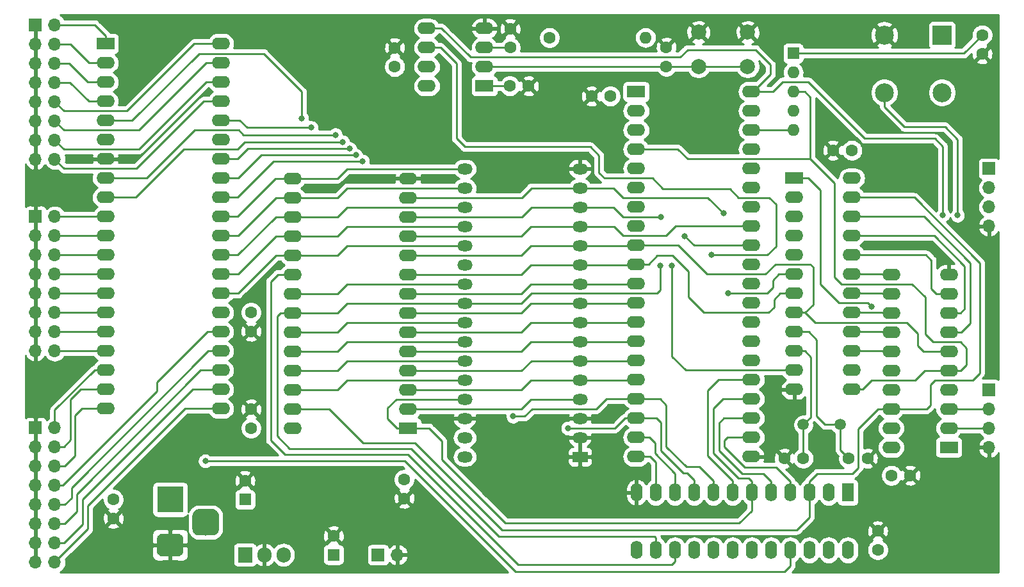
<source format=gbl>
G04 #@! TF.GenerationSoftware,KiCad,Pcbnew,5.1.4+dfsg1-2*
G04 #@! TF.CreationDate,2019-11-28T17:33:19+01:00*
G04 #@! TF.ProjectId,cpu_board,6370755f-626f-4617-9264-2e6b69636164,rev?*
G04 #@! TF.SameCoordinates,Original*
G04 #@! TF.FileFunction,Copper,L2,Bot*
G04 #@! TF.FilePolarity,Positive*
%FSLAX46Y46*%
G04 Gerber Fmt 4.6, Leading zero omitted, Abs format (unit mm)*
G04 Created by KiCad (PCBNEW 5.1.4+dfsg1-2) date 2019-11-28 17:33:19*
%MOMM*%
%LPD*%
G04 APERTURE LIST*
%ADD10O,1.600000X1.600000*%
%ADD11R,1.600000X1.600000*%
%ADD12O,1.700000X1.700000*%
%ADD13R,1.700000X1.700000*%
%ADD14C,1.600000*%
%ADD15O,2.400000X1.600000*%
%ADD16R,2.400000X1.600000*%
%ADD17O,1.600000X2.400000*%
%ADD18R,1.600000X2.400000*%
%ADD19O,2.000000X1.440000*%
%ADD20R,2.000000X1.440000*%
%ADD21C,1.500000*%
%ADD22C,2.500000*%
%ADD23R,2.500000X2.500000*%
%ADD24O,1.905000X2.000000*%
%ADD25R,1.905000X2.000000*%
%ADD26C,2.000000*%
%ADD27C,0.100000*%
%ADD28C,3.500000*%
%ADD29C,3.000000*%
%ADD30R,3.500000X3.500000*%
%ADD31C,0.800000*%
%ADD32C,0.250000*%
%ADD33C,0.254000*%
G04 APERTURE END LIST*
D10*
X186925000Y-70735000D03*
X186925000Y-68195000D03*
X186925000Y-65655000D03*
X186925000Y-63115000D03*
D11*
X186925000Y-60575000D03*
D12*
X134590000Y-126900000D03*
D13*
X132050000Y-126900000D03*
D10*
X167400000Y-58500000D03*
D14*
X154700000Y-58500000D03*
X202400000Y-116400000D03*
X199900000Y-116400000D03*
X192200000Y-73400000D03*
X194700000Y-73400000D03*
X115250000Y-97350000D03*
X115250000Y-94850000D03*
X185750000Y-114150000D03*
X188250000Y-114150000D03*
X194250000Y-114150000D03*
X196750000Y-114150000D03*
X160250000Y-66250000D03*
X162750000Y-66250000D03*
X211900000Y-60650000D03*
X211900000Y-58150000D03*
X135500000Y-119450000D03*
X135500000Y-116950000D03*
X134250000Y-59850000D03*
X134250000Y-62350000D03*
X198100000Y-123750000D03*
X198100000Y-126250000D03*
X115250000Y-107650000D03*
X115250000Y-110150000D03*
X97050000Y-122100000D03*
X97050000Y-119600000D03*
X151950000Y-64900000D03*
X149450000Y-64900000D03*
X149525000Y-57325000D03*
X149525000Y-59825000D03*
X170150000Y-59800000D03*
X170150000Y-62300000D03*
D15*
X111240000Y-59300000D03*
X96000000Y-107560000D03*
X111240000Y-61840000D03*
X96000000Y-105020000D03*
X111240000Y-64380000D03*
X96000000Y-102480000D03*
X111240000Y-66920000D03*
X96000000Y-99940000D03*
X111240000Y-69460000D03*
X96000000Y-97400000D03*
X111240000Y-72000000D03*
X96000000Y-94860000D03*
X111240000Y-74540000D03*
X96000000Y-92320000D03*
X111240000Y-77080000D03*
X96000000Y-89780000D03*
X111240000Y-79620000D03*
X96000000Y-87240000D03*
X111240000Y-82160000D03*
X96000000Y-84700000D03*
X111240000Y-84700000D03*
X96000000Y-82160000D03*
X111240000Y-87240000D03*
X96000000Y-79620000D03*
X111240000Y-89780000D03*
X96000000Y-77080000D03*
X111240000Y-92320000D03*
X96000000Y-74540000D03*
X111240000Y-94860000D03*
X96000000Y-72000000D03*
X111240000Y-97400000D03*
X96000000Y-69460000D03*
X111240000Y-99940000D03*
X96000000Y-66920000D03*
X111240000Y-102480000D03*
X96000000Y-64380000D03*
X111240000Y-105020000D03*
X96000000Y-61840000D03*
X111240000Y-107560000D03*
D16*
X96000000Y-59300000D03*
D15*
X199880000Y-112700000D03*
X207500000Y-89840000D03*
X199880000Y-110160000D03*
X207500000Y-92380000D03*
X199880000Y-107620000D03*
X207500000Y-94920000D03*
X199880000Y-105080000D03*
X207500000Y-97460000D03*
X199880000Y-102540000D03*
X207500000Y-100000000D03*
X199880000Y-100000000D03*
X207500000Y-102540000D03*
X199880000Y-97460000D03*
X207500000Y-105080000D03*
X199880000Y-94920000D03*
X207500000Y-107620000D03*
X199880000Y-92380000D03*
X207500000Y-110160000D03*
X199880000Y-89840000D03*
D16*
X207500000Y-112700000D03*
D15*
X194670000Y-77100000D03*
X187050000Y-105040000D03*
X194670000Y-79640000D03*
X187050000Y-102500000D03*
X194670000Y-82180000D03*
X187050000Y-99960000D03*
X194670000Y-84720000D03*
X187050000Y-97420000D03*
X194670000Y-87260000D03*
X187050000Y-94880000D03*
X194670000Y-89800000D03*
X187050000Y-92340000D03*
X194670000Y-92340000D03*
X187050000Y-89800000D03*
X194670000Y-94880000D03*
X187050000Y-87260000D03*
X194670000Y-97420000D03*
X187050000Y-84720000D03*
X194670000Y-99960000D03*
X187050000Y-82180000D03*
X194670000Y-102500000D03*
X187050000Y-79640000D03*
X194670000Y-105040000D03*
D16*
X187050000Y-77100000D03*
D17*
X194150000Y-126270000D03*
X166210000Y-118650000D03*
X191610000Y-126270000D03*
X168750000Y-118650000D03*
X189070000Y-126270000D03*
X171290000Y-118650000D03*
X186530000Y-126270000D03*
X173830000Y-118650000D03*
X183990000Y-126270000D03*
X176370000Y-118650000D03*
X181450000Y-126270000D03*
X178910000Y-118650000D03*
X178910000Y-126270000D03*
X181450000Y-118650000D03*
X176370000Y-126270000D03*
X183990000Y-118650000D03*
X173830000Y-126270000D03*
X186530000Y-118650000D03*
X171290000Y-126270000D03*
X189070000Y-118650000D03*
X168750000Y-126270000D03*
X191610000Y-118650000D03*
X166210000Y-126270000D03*
D18*
X194150000Y-118650000D03*
D15*
X120760000Y-110150000D03*
X136000000Y-77130000D03*
X120760000Y-107610000D03*
X136000000Y-79670000D03*
X120760000Y-105070000D03*
X136000000Y-82210000D03*
X120760000Y-102530000D03*
X136000000Y-84750000D03*
X120760000Y-99990000D03*
X136000000Y-87290000D03*
X120760000Y-97450000D03*
X136000000Y-89830000D03*
X120760000Y-94910000D03*
X136000000Y-92370000D03*
X120760000Y-92370000D03*
X136000000Y-94910000D03*
X120760000Y-89830000D03*
X136000000Y-97450000D03*
X120760000Y-87290000D03*
X136000000Y-99990000D03*
X120760000Y-84750000D03*
X136000000Y-102530000D03*
X120760000Y-82210000D03*
X136000000Y-105070000D03*
X120760000Y-79670000D03*
X136000000Y-107610000D03*
X120760000Y-77130000D03*
D16*
X136000000Y-110150000D03*
D15*
X181390000Y-65650000D03*
X166150000Y-113910000D03*
X181390000Y-68190000D03*
X166150000Y-111370000D03*
X181390000Y-70730000D03*
X166150000Y-108830000D03*
X181390000Y-73270000D03*
X166150000Y-106290000D03*
X181390000Y-75810000D03*
X166150000Y-103750000D03*
X181390000Y-78350000D03*
X166150000Y-101210000D03*
X181390000Y-80890000D03*
X166150000Y-98670000D03*
X181390000Y-83430000D03*
X166150000Y-96130000D03*
X181390000Y-85970000D03*
X166150000Y-93590000D03*
X181390000Y-88510000D03*
X166150000Y-91050000D03*
X181390000Y-91050000D03*
X166150000Y-88510000D03*
X181390000Y-93590000D03*
X166150000Y-85970000D03*
X181390000Y-96130000D03*
X166150000Y-83430000D03*
X181390000Y-98670000D03*
X166150000Y-80890000D03*
X181390000Y-101210000D03*
X166150000Y-78350000D03*
X181390000Y-103750000D03*
X166150000Y-75810000D03*
X181390000Y-106290000D03*
X166150000Y-73270000D03*
X181390000Y-108830000D03*
X166150000Y-70730000D03*
X181390000Y-111370000D03*
X166150000Y-68190000D03*
X181390000Y-113910000D03*
D16*
X166150000Y-65650000D03*
D15*
X138480000Y-64900000D03*
X146100000Y-57280000D03*
X138480000Y-62360000D03*
X146100000Y-59820000D03*
X138480000Y-59820000D03*
X146100000Y-62360000D03*
X138480000Y-57280000D03*
D16*
X146100000Y-64900000D03*
D12*
X212800000Y-83440000D03*
X212800000Y-80900000D03*
X212800000Y-78360000D03*
D13*
X212800000Y-75820000D03*
D12*
X89290000Y-127880000D03*
X86750000Y-127880000D03*
X89290000Y-125340000D03*
X86750000Y-125340000D03*
X89290000Y-122800000D03*
X86750000Y-122800000D03*
X89290000Y-120260000D03*
X86750000Y-120260000D03*
X89290000Y-117720000D03*
X86750000Y-117720000D03*
X89290000Y-115180000D03*
X86750000Y-115180000D03*
X89290000Y-112640000D03*
X86750000Y-112640000D03*
X89290000Y-110100000D03*
D13*
X86750000Y-110100000D03*
D12*
X89290000Y-99930000D03*
X86750000Y-99930000D03*
X89290000Y-97390000D03*
X86750000Y-97390000D03*
X89290000Y-94850000D03*
X86750000Y-94850000D03*
X89290000Y-92310000D03*
X86750000Y-92310000D03*
X89290000Y-89770000D03*
X86750000Y-89770000D03*
X89290000Y-87230000D03*
X86750000Y-87230000D03*
X89290000Y-84690000D03*
X86750000Y-84690000D03*
X89290000Y-82150000D03*
D13*
X86750000Y-82150000D03*
D12*
X89290000Y-74580000D03*
X86750000Y-74580000D03*
X89290000Y-72040000D03*
X86750000Y-72040000D03*
X89290000Y-69500000D03*
X86750000Y-69500000D03*
X89290000Y-66960000D03*
X86750000Y-66960000D03*
X89290000Y-64420000D03*
X86750000Y-64420000D03*
X89290000Y-61880000D03*
X86750000Y-61880000D03*
X89290000Y-59340000D03*
X86750000Y-59340000D03*
X89290000Y-56800000D03*
D13*
X86750000Y-56800000D03*
D19*
X143510000Y-75850000D03*
X158750000Y-75850000D03*
X143510000Y-78390000D03*
X158750000Y-78390000D03*
X143510000Y-80930000D03*
X158750000Y-80930000D03*
X143510000Y-83470000D03*
X158750000Y-83470000D03*
X143510000Y-86010000D03*
X158750000Y-86010000D03*
X143510000Y-88550000D03*
X158750000Y-88550000D03*
X143510000Y-91090000D03*
X158750000Y-91090000D03*
X143510000Y-93630000D03*
X158750000Y-93630000D03*
X143510000Y-96170000D03*
X158750000Y-96170000D03*
X143510000Y-98710000D03*
X158750000Y-98710000D03*
X143510000Y-101250000D03*
X158750000Y-101250000D03*
X143510000Y-103790000D03*
X158750000Y-103790000D03*
X143510000Y-106330000D03*
X158750000Y-106330000D03*
X143510000Y-108870000D03*
X158750000Y-108870000D03*
X143510000Y-111410000D03*
X158750000Y-111410000D03*
X143510000Y-113950000D03*
D20*
X158750000Y-113950000D03*
D21*
X188270000Y-109700000D03*
X193150000Y-109700000D03*
D12*
X212800000Y-112690000D03*
X212800000Y-110150000D03*
X212800000Y-107610000D03*
D13*
X212800000Y-105070000D03*
D14*
X126150000Y-124400000D03*
D11*
X126150000Y-126900000D03*
D22*
X198980000Y-58150000D03*
X198980000Y-65770000D03*
X206600000Y-65770000D03*
D23*
X206600000Y-58150000D03*
D24*
X119530000Y-126900000D03*
X116990000Y-126900000D03*
D25*
X114450000Y-126900000D03*
D26*
X180900000Y-57800000D03*
X180900000Y-62300000D03*
X174400000Y-57800000D03*
X174400000Y-62300000D03*
D27*
G36*
X110210765Y-120854213D02*
G01*
X110295704Y-120866813D01*
X110378999Y-120887677D01*
X110459848Y-120916605D01*
X110537472Y-120953319D01*
X110611124Y-120997464D01*
X110680094Y-121048616D01*
X110743718Y-121106282D01*
X110801384Y-121169906D01*
X110852536Y-121238876D01*
X110896681Y-121312528D01*
X110933395Y-121390152D01*
X110962323Y-121471001D01*
X110983187Y-121554296D01*
X110995787Y-121639235D01*
X111000000Y-121725000D01*
X111000000Y-123475000D01*
X110995787Y-123560765D01*
X110983187Y-123645704D01*
X110962323Y-123728999D01*
X110933395Y-123809848D01*
X110896681Y-123887472D01*
X110852536Y-123961124D01*
X110801384Y-124030094D01*
X110743718Y-124093718D01*
X110680094Y-124151384D01*
X110611124Y-124202536D01*
X110537472Y-124246681D01*
X110459848Y-124283395D01*
X110378999Y-124312323D01*
X110295704Y-124333187D01*
X110210765Y-124345787D01*
X110125000Y-124350000D01*
X108375000Y-124350000D01*
X108289235Y-124345787D01*
X108204296Y-124333187D01*
X108121001Y-124312323D01*
X108040152Y-124283395D01*
X107962528Y-124246681D01*
X107888876Y-124202536D01*
X107819906Y-124151384D01*
X107756282Y-124093718D01*
X107698616Y-124030094D01*
X107647464Y-123961124D01*
X107603319Y-123887472D01*
X107566605Y-123809848D01*
X107537677Y-123728999D01*
X107516813Y-123645704D01*
X107504213Y-123560765D01*
X107500000Y-123475000D01*
X107500000Y-121725000D01*
X107504213Y-121639235D01*
X107516813Y-121554296D01*
X107537677Y-121471001D01*
X107566605Y-121390152D01*
X107603319Y-121312528D01*
X107647464Y-121238876D01*
X107698616Y-121169906D01*
X107756282Y-121106282D01*
X107819906Y-121048616D01*
X107888876Y-120997464D01*
X107962528Y-120953319D01*
X108040152Y-120916605D01*
X108121001Y-120887677D01*
X108204296Y-120866813D01*
X108289235Y-120854213D01*
X108375000Y-120850000D01*
X110125000Y-120850000D01*
X110210765Y-120854213D01*
X110210765Y-120854213D01*
G37*
D28*
X109250000Y-122600000D03*
D27*
G36*
X105623513Y-124103611D02*
G01*
X105696318Y-124114411D01*
X105767714Y-124132295D01*
X105837013Y-124157090D01*
X105903548Y-124188559D01*
X105966678Y-124226398D01*
X106025795Y-124270242D01*
X106080330Y-124319670D01*
X106129758Y-124374205D01*
X106173602Y-124433322D01*
X106211441Y-124496452D01*
X106242910Y-124562987D01*
X106267705Y-124632286D01*
X106285589Y-124703682D01*
X106296389Y-124776487D01*
X106300000Y-124850000D01*
X106300000Y-126350000D01*
X106296389Y-126423513D01*
X106285589Y-126496318D01*
X106267705Y-126567714D01*
X106242910Y-126637013D01*
X106211441Y-126703548D01*
X106173602Y-126766678D01*
X106129758Y-126825795D01*
X106080330Y-126880330D01*
X106025795Y-126929758D01*
X105966678Y-126973602D01*
X105903548Y-127011441D01*
X105837013Y-127042910D01*
X105767714Y-127067705D01*
X105696318Y-127085589D01*
X105623513Y-127096389D01*
X105550000Y-127100000D01*
X103550000Y-127100000D01*
X103476487Y-127096389D01*
X103403682Y-127085589D01*
X103332286Y-127067705D01*
X103262987Y-127042910D01*
X103196452Y-127011441D01*
X103133322Y-126973602D01*
X103074205Y-126929758D01*
X103019670Y-126880330D01*
X102970242Y-126825795D01*
X102926398Y-126766678D01*
X102888559Y-126703548D01*
X102857090Y-126637013D01*
X102832295Y-126567714D01*
X102814411Y-126496318D01*
X102803611Y-126423513D01*
X102800000Y-126350000D01*
X102800000Y-124850000D01*
X102803611Y-124776487D01*
X102814411Y-124703682D01*
X102832295Y-124632286D01*
X102857090Y-124562987D01*
X102888559Y-124496452D01*
X102926398Y-124433322D01*
X102970242Y-124374205D01*
X103019670Y-124319670D01*
X103074205Y-124270242D01*
X103133322Y-124226398D01*
X103196452Y-124188559D01*
X103262987Y-124157090D01*
X103332286Y-124132295D01*
X103403682Y-124114411D01*
X103476487Y-124103611D01*
X103550000Y-124100000D01*
X105550000Y-124100000D01*
X105623513Y-124103611D01*
X105623513Y-124103611D01*
G37*
D29*
X104550000Y-125600000D03*
D30*
X104550000Y-119600000D03*
D14*
X114450000Y-117100000D03*
D11*
X114450000Y-119600000D03*
D31*
X149800000Y-120050000D03*
X209900000Y-85100000D03*
X191900000Y-112250000D03*
X169350000Y-88700000D03*
X121950000Y-69200000D03*
X197300000Y-94100000D03*
X123200000Y-70400000D03*
X157150000Y-110150000D03*
X149900000Y-108600000D03*
X177750000Y-81750000D03*
X130000000Y-74850000D03*
X169400000Y-82200000D03*
X172600000Y-84750000D03*
X129100000Y-74050000D03*
X178300000Y-92300000D03*
X128300000Y-73200000D03*
X126400000Y-71350000D03*
X127350000Y-72300000D03*
X176150000Y-87250000D03*
X170900000Y-88700000D03*
X206700000Y-81950000D03*
X208650000Y-82000000D03*
X109200000Y-114500000D03*
D32*
X159400000Y-62350000D02*
X163650000Y-62350000D01*
X163650000Y-62350000D02*
X170150000Y-62350000D01*
X146110000Y-62350000D02*
X146100000Y-62360000D01*
X159400000Y-62350000D02*
X146110000Y-62350000D01*
X170150000Y-62300000D02*
X174400000Y-62300000D01*
X175814213Y-62300000D02*
X180900000Y-62300000D01*
X174400000Y-62300000D02*
X175814213Y-62300000D01*
X149520000Y-59820000D02*
X149525000Y-59825000D01*
X146100000Y-59820000D02*
X149520000Y-59820000D01*
X146100000Y-64900000D02*
X149450000Y-64900000D01*
X209475000Y-60575000D02*
X211900000Y-58150000D01*
X186925000Y-60575000D02*
X209475000Y-60575000D01*
X177050000Y-103750000D02*
X181390000Y-103750000D01*
X175650000Y-113850000D02*
X175650000Y-105150000D01*
X178910000Y-118650000D02*
X178910000Y-117110000D01*
X175650000Y-105150000D02*
X177050000Y-103750000D01*
X178910000Y-117110000D02*
X175650000Y-113850000D01*
X169350000Y-91850000D02*
X169350000Y-88700000D01*
X126660000Y-94910000D02*
X127940000Y-93630000D01*
X168900000Y-92300000D02*
X169350000Y-91850000D01*
X152350000Y-92300000D02*
X168900000Y-92300000D01*
X120760000Y-94910000D02*
X126660000Y-94910000D01*
X151020000Y-93630000D02*
X152350000Y-92300000D01*
X127940000Y-93630000D02*
X151020000Y-93630000D01*
X168750000Y-124650000D02*
X168750000Y-126270000D01*
X148000000Y-124450000D02*
X168550000Y-124450000D01*
X119140000Y-94910000D02*
X118700000Y-95350000D01*
X120760000Y-94910000D02*
X119140000Y-94910000D01*
X136400000Y-112850000D02*
X148000000Y-124450000D01*
X118700000Y-95350000D02*
X118700000Y-111200000D01*
X118700000Y-111200000D02*
X120350000Y-112850000D01*
X168550000Y-124450000D02*
X168750000Y-124650000D01*
X120350000Y-112850000D02*
X136400000Y-112850000D01*
X96000000Y-69460000D02*
X99540000Y-69460000D01*
X116900000Y-60600000D02*
X121950000Y-65650000D01*
X99540000Y-69460000D02*
X108400000Y-60600000D01*
X108400000Y-60600000D02*
X116900000Y-60600000D01*
X121950000Y-65650000D02*
X121950000Y-69200000D01*
X196800000Y-93600000D02*
X197300000Y-94100000D01*
X188950000Y-77100000D02*
X190500000Y-78650000D01*
X190500000Y-78650000D02*
X190500000Y-91100000D01*
X187050000Y-77100000D02*
X188950000Y-77100000D01*
X190500000Y-91100000D02*
X193000000Y-93600000D01*
X193000000Y-93600000D02*
X196800000Y-93600000D01*
X134550000Y-110150000D02*
X133300000Y-108900000D01*
X136000000Y-110150000D02*
X134550000Y-110150000D01*
X133300000Y-108900000D02*
X133300000Y-107500000D01*
X134470000Y-106330000D02*
X143510000Y-106330000D01*
X133300000Y-107500000D02*
X134470000Y-106330000D01*
X177660000Y-106290000D02*
X181390000Y-106290000D01*
X176400000Y-107550000D02*
X177660000Y-106290000D01*
X181450000Y-117200000D02*
X181000000Y-116750000D01*
X181450000Y-118650000D02*
X181450000Y-117200000D01*
X176400000Y-113500000D02*
X176400000Y-107550000D01*
X181000000Y-116750000D02*
X179650000Y-116750000D01*
X179650000Y-116750000D02*
X176400000Y-113500000D01*
X181450000Y-121050000D02*
X179800000Y-122700000D01*
X138750000Y-110150000D02*
X136000000Y-110150000D01*
X140450000Y-111850000D02*
X138750000Y-110150000D01*
X140450000Y-114300000D02*
X140450000Y-111850000D01*
X181450000Y-118650000D02*
X181450000Y-121050000D01*
X179800000Y-122700000D02*
X148850000Y-122700000D01*
X148850000Y-122700000D02*
X140450000Y-114300000D01*
X189070000Y-121930000D02*
X189070000Y-118650000D01*
X125610000Y-107610000D02*
X130100000Y-112100000D01*
X130100000Y-112100000D02*
X136900000Y-112100000D01*
X120760000Y-107610000D02*
X125610000Y-107610000D01*
X136900000Y-112100000D02*
X148400000Y-123600000D01*
X187400000Y-123600000D02*
X189070000Y-121930000D01*
X148400000Y-123600000D02*
X187400000Y-123600000D01*
X111240000Y-69460000D02*
X113760000Y-69460000D01*
X113760000Y-69460000D02*
X114700000Y-70400000D01*
X114700000Y-70400000D02*
X123200000Y-70400000D01*
X204580000Y-107620000D02*
X199880000Y-107620000D01*
X205100000Y-107100000D02*
X204580000Y-107620000D01*
X202940000Y-79640000D02*
X211600000Y-88300000D01*
X205100000Y-104400000D02*
X205100000Y-107100000D01*
X205700000Y-103800000D02*
X205100000Y-104400000D01*
X194670000Y-79640000D02*
X202940000Y-79640000D01*
X210650000Y-103800000D02*
X205700000Y-103800000D01*
X211600000Y-88300000D02*
X211600000Y-102850000D01*
X211600000Y-102850000D02*
X210650000Y-103800000D01*
X189070000Y-118650000D02*
X189070000Y-117200000D01*
X189070000Y-117200000D02*
X190120000Y-116150000D01*
X190120000Y-116150000D02*
X194750000Y-116150000D01*
X198130000Y-107620000D02*
X199880000Y-107620000D01*
X195500000Y-115400000D02*
X195500000Y-110250000D01*
X195500000Y-110250000D02*
X198130000Y-107620000D01*
X194750000Y-116150000D02*
X195500000Y-115400000D01*
X125210000Y-105070000D02*
X120760000Y-105070000D01*
X126660000Y-105070000D02*
X125210000Y-105070000D01*
X143510000Y-103790000D02*
X127940000Y-103790000D01*
X127940000Y-103790000D02*
X126660000Y-105070000D01*
X177100000Y-109450000D02*
X177720000Y-108830000D01*
X183990000Y-117200000D02*
X182940000Y-116150000D01*
X183990000Y-118650000D02*
X183990000Y-117200000D01*
X182940000Y-116150000D02*
X180150000Y-116150000D01*
X180150000Y-116150000D02*
X177100000Y-113100000D01*
X177720000Y-108830000D02*
X181390000Y-108830000D01*
X177100000Y-113100000D02*
X177100000Y-109450000D01*
X178280000Y-111370000D02*
X181390000Y-111370000D01*
X177850000Y-111800000D02*
X178280000Y-111370000D01*
X186530000Y-117200000D02*
X184680000Y-115350000D01*
X184680000Y-115350000D02*
X180550000Y-115350000D01*
X186530000Y-118650000D02*
X186530000Y-117200000D01*
X177850000Y-112650000D02*
X177850000Y-111800000D01*
X180550000Y-115350000D02*
X177850000Y-112650000D01*
X150990000Y-107610000D02*
X136000000Y-107610000D01*
X158750000Y-106330000D02*
X152270000Y-106330000D01*
X152270000Y-106330000D02*
X150990000Y-107610000D01*
X125210000Y-97450000D02*
X120760000Y-97450000D01*
X143510000Y-96170000D02*
X127940000Y-96170000D01*
X126660000Y-97450000D02*
X125210000Y-97450000D01*
X127940000Y-96170000D02*
X126660000Y-97450000D01*
X168010000Y-113910000D02*
X166150000Y-113910000D01*
X168750000Y-118650000D02*
X168750000Y-114650000D01*
X168750000Y-114650000D02*
X168010000Y-113910000D01*
X126660000Y-92370000D02*
X125210000Y-92370000D01*
X143510000Y-91090000D02*
X127940000Y-91090000D01*
X125210000Y-92370000D02*
X120760000Y-92370000D01*
X127940000Y-91090000D02*
X126660000Y-92370000D01*
X168650000Y-112150000D02*
X167870000Y-111370000D01*
X168650000Y-113500000D02*
X168650000Y-112150000D01*
X171290000Y-118650000D02*
X171290000Y-116140000D01*
X167870000Y-111370000D02*
X166150000Y-111370000D01*
X171290000Y-116140000D02*
X168650000Y-113500000D01*
X125210000Y-99990000D02*
X120760000Y-99990000D01*
X126660000Y-99990000D02*
X125210000Y-99990000D01*
X143510000Y-98710000D02*
X127940000Y-98710000D01*
X127940000Y-98710000D02*
X126660000Y-99990000D01*
X164700000Y-108830000D02*
X163380000Y-110150000D01*
X166150000Y-108830000D02*
X164700000Y-108830000D01*
X157715685Y-110150000D02*
X157150000Y-110150000D01*
X163380000Y-110150000D02*
X157715685Y-110150000D01*
X168830000Y-108830000D02*
X166150000Y-108830000D01*
X169400000Y-109400000D02*
X168830000Y-108830000D01*
X173830000Y-118650000D02*
X173830000Y-117030000D01*
X173830000Y-117030000D02*
X172870000Y-116070000D01*
X172870000Y-116070000D02*
X172370000Y-116070000D01*
X172370000Y-116070000D02*
X169400000Y-113100000D01*
X169400000Y-113100000D02*
X169400000Y-109400000D01*
X199840000Y-99960000D02*
X199880000Y-100000000D01*
X194670000Y-99960000D02*
X199840000Y-99960000D01*
X125210000Y-87290000D02*
X120760000Y-87290000D01*
X126660000Y-87290000D02*
X125210000Y-87290000D01*
X143510000Y-86010000D02*
X127940000Y-86010000D01*
X127940000Y-86010000D02*
X126660000Y-87290000D01*
X111240000Y-92320000D02*
X113530000Y-92320000D01*
X118560000Y-87290000D02*
X120760000Y-87290000D01*
X113530000Y-92320000D02*
X118560000Y-87290000D01*
X125210000Y-102530000D02*
X120760000Y-102530000D01*
X126660000Y-102530000D02*
X125210000Y-102530000D01*
X143510000Y-101250000D02*
X127940000Y-101250000D01*
X127940000Y-101250000D02*
X126660000Y-102530000D01*
X169340000Y-106290000D02*
X166150000Y-106290000D01*
X170150000Y-107100000D02*
X169340000Y-106290000D01*
X176370000Y-117070000D02*
X174550000Y-115250000D01*
X174550000Y-115250000D02*
X172800000Y-115250000D01*
X170150000Y-112600000D02*
X170150000Y-107100000D01*
X176370000Y-118650000D02*
X176370000Y-117070000D01*
X172800000Y-115250000D02*
X170150000Y-112600000D01*
X160900000Y-107600000D02*
X162210000Y-106290000D01*
X162210000Y-106290000D02*
X166150000Y-106290000D01*
X152400000Y-107600000D02*
X160900000Y-107600000D01*
X149900000Y-108600000D02*
X151400000Y-108600000D01*
X151400000Y-108600000D02*
X152400000Y-107600000D01*
X199840000Y-97420000D02*
X199880000Y-97460000D01*
X194670000Y-97420000D02*
X199840000Y-97420000D01*
X125210000Y-84750000D02*
X120760000Y-84750000D01*
X143510000Y-83470000D02*
X127940000Y-83470000D01*
X126660000Y-84750000D02*
X125210000Y-84750000D01*
X127940000Y-83470000D02*
X126660000Y-84750000D01*
X111240000Y-89780000D02*
X113520000Y-89780000D01*
X118550000Y-84750000D02*
X120760000Y-84750000D01*
X113520000Y-89780000D02*
X118550000Y-84750000D01*
X166110000Y-103790000D02*
X166150000Y-103750000D01*
X152260000Y-103790000D02*
X166110000Y-103790000D01*
X136000000Y-105070000D02*
X150980000Y-105070000D01*
X150980000Y-105070000D02*
X152260000Y-103790000D01*
X199840000Y-94880000D02*
X199880000Y-94920000D01*
X194670000Y-94880000D02*
X199840000Y-94880000D01*
X125210000Y-82210000D02*
X120760000Y-82210000D01*
X126660000Y-82210000D02*
X125210000Y-82210000D01*
X143510000Y-80930000D02*
X127940000Y-80930000D01*
X127940000Y-80930000D02*
X126660000Y-82210000D01*
X111240000Y-87240000D02*
X113510000Y-87240000D01*
X118540000Y-82210000D02*
X120760000Y-82210000D01*
X113510000Y-87240000D02*
X118540000Y-82210000D01*
X166110000Y-101250000D02*
X166150000Y-101210000D01*
X152300000Y-101250000D02*
X166110000Y-101250000D01*
X136000000Y-102530000D02*
X151020000Y-102530000D01*
X151020000Y-102530000D02*
X152300000Y-101250000D01*
X199840000Y-92340000D02*
X199880000Y-92380000D01*
X194670000Y-92340000D02*
X199840000Y-92340000D01*
X125210000Y-79670000D02*
X120760000Y-79670000D01*
X126660000Y-79670000D02*
X125210000Y-79670000D01*
X143510000Y-78390000D02*
X127940000Y-78390000D01*
X127940000Y-78390000D02*
X126660000Y-79670000D01*
X111240000Y-84700000D02*
X113550000Y-84700000D01*
X118580000Y-79670000D02*
X120760000Y-79670000D01*
X113550000Y-84700000D02*
X118580000Y-79670000D01*
X166110000Y-98710000D02*
X166150000Y-98670000D01*
X152240000Y-98710000D02*
X166110000Y-98710000D01*
X136000000Y-99990000D02*
X150960000Y-99990000D01*
X150960000Y-99990000D02*
X152240000Y-98710000D01*
X199840000Y-89800000D02*
X199880000Y-89840000D01*
X194670000Y-89800000D02*
X199840000Y-89800000D01*
X125210000Y-77130000D02*
X120760000Y-77130000D01*
X126660000Y-77130000D02*
X125210000Y-77130000D01*
X143510000Y-75850000D02*
X127940000Y-75850000D01*
X127940000Y-75850000D02*
X126660000Y-77130000D01*
X118470000Y-77130000D02*
X120760000Y-77130000D01*
X111240000Y-82160000D02*
X113440000Y-82160000D01*
X113440000Y-82160000D02*
X118470000Y-77130000D01*
X166110000Y-96170000D02*
X166150000Y-96130000D01*
X152280000Y-96170000D02*
X166110000Y-96170000D01*
X136000000Y-97450000D02*
X151000000Y-97450000D01*
X151000000Y-97450000D02*
X152280000Y-96170000D01*
X111240000Y-79620000D02*
X113480000Y-79620000D01*
X113480000Y-79620000D02*
X118250000Y-74850000D01*
X118250000Y-74850000D02*
X130000000Y-74850000D01*
X175650000Y-79650000D02*
X177750000Y-81750000D01*
X163190000Y-78390000D02*
X164450000Y-79650000D01*
X151030000Y-79670000D02*
X152310000Y-78390000D01*
X164450000Y-79650000D02*
X175650000Y-79650000D01*
X136000000Y-79670000D02*
X151030000Y-79670000D01*
X152310000Y-78390000D02*
X163190000Y-78390000D01*
X205200000Y-91750000D02*
X205830000Y-92380000D01*
X205200000Y-87950000D02*
X205200000Y-91750000D01*
X205830000Y-92380000D02*
X207500000Y-92380000D01*
X194670000Y-87260000D02*
X204510000Y-87260000D01*
X204510000Y-87260000D02*
X205200000Y-87950000D01*
X166110000Y-93630000D02*
X166150000Y-93590000D01*
X152270000Y-93630000D02*
X166110000Y-93630000D01*
X136000000Y-94910000D02*
X150990000Y-94910000D01*
X150990000Y-94910000D02*
X152270000Y-93630000D01*
X173820000Y-85970000D02*
X181390000Y-85970000D01*
X172600000Y-84750000D02*
X173820000Y-85970000D01*
X129100000Y-74050000D02*
X116600000Y-74050000D01*
X113570000Y-77080000D02*
X111240000Y-77080000D01*
X116600000Y-74050000D02*
X113570000Y-77080000D01*
X163180000Y-80930000D02*
X164450000Y-82200000D01*
X152320000Y-80930000D02*
X163180000Y-80930000D01*
X164450000Y-82200000D02*
X169400000Y-82200000D01*
X136000000Y-82210000D02*
X151040000Y-82210000D01*
X151040000Y-82210000D02*
X152320000Y-80930000D01*
X209030000Y-94920000D02*
X207500000Y-94920000D01*
X209600000Y-94350000D02*
X209030000Y-94920000D01*
X194670000Y-84720000D02*
X205570000Y-84720000D01*
X209600000Y-88750000D02*
X209600000Y-94350000D01*
X205570000Y-84720000D02*
X209600000Y-88750000D01*
X166110000Y-91090000D02*
X166150000Y-91050000D01*
X152260000Y-91090000D02*
X166110000Y-91090000D01*
X136000000Y-92370000D02*
X150980000Y-92370000D01*
X150980000Y-92370000D02*
X152260000Y-91090000D01*
X184250000Y-90600000D02*
X185050000Y-89800000D01*
X184250000Y-91550000D02*
X184250000Y-90600000D01*
X178300000Y-92300000D02*
X183500000Y-92300000D01*
X185050000Y-89800000D02*
X187050000Y-89800000D01*
X183500000Y-92300000D02*
X184250000Y-91550000D01*
X111240000Y-74540000D02*
X113510000Y-74540000D01*
X113510000Y-74540000D02*
X114850000Y-73200000D01*
X114850000Y-73200000D02*
X128300000Y-73200000D01*
X171370000Y-83430000D02*
X181390000Y-83430000D01*
X151000000Y-84750000D02*
X152250000Y-83500000D01*
X170100000Y-84700000D02*
X171370000Y-83430000D01*
X152250000Y-83500000D02*
X163250000Y-83500000D01*
X136000000Y-84750000D02*
X151000000Y-84750000D01*
X163250000Y-83500000D02*
X164450000Y-84700000D01*
X164450000Y-84700000D02*
X170100000Y-84700000D01*
X209140000Y-97460000D02*
X207500000Y-97460000D01*
X210350000Y-96250000D02*
X209140000Y-97460000D01*
X210350000Y-88300000D02*
X210350000Y-96250000D01*
X194670000Y-82180000D02*
X204230000Y-82180000D01*
X204230000Y-82180000D02*
X210350000Y-88300000D01*
X166110000Y-88550000D02*
X166150000Y-88510000D01*
X152250000Y-88550000D02*
X166110000Y-88550000D01*
X136000000Y-89830000D02*
X150970000Y-89830000D01*
X150970000Y-89830000D02*
X152250000Y-88550000D01*
X107800000Y-70750000D02*
X101470000Y-77080000D01*
X113600000Y-70750000D02*
X107800000Y-70750000D01*
X126400000Y-71350000D02*
X114200000Y-71350000D01*
X101470000Y-77080000D02*
X96000000Y-77080000D01*
X114200000Y-71350000D02*
X113600000Y-70750000D01*
X167790000Y-88510000D02*
X166150000Y-88510000D01*
X168950000Y-87350000D02*
X167790000Y-88510000D01*
X171000000Y-87350000D02*
X168950000Y-87350000D01*
X173100000Y-89450000D02*
X171000000Y-87350000D01*
X173100000Y-92800000D02*
X173100000Y-89450000D01*
X187050000Y-92340000D02*
X185210000Y-92340000D01*
X184400000Y-94150000D02*
X183700000Y-94850000D01*
X175150000Y-94850000D02*
X173100000Y-92800000D01*
X185210000Y-92340000D02*
X184400000Y-93150000D01*
X184400000Y-93150000D02*
X184400000Y-94150000D01*
X183700000Y-94850000D02*
X175150000Y-94850000D01*
X187050000Y-94880000D02*
X188500000Y-94880000D01*
X166110000Y-86010000D02*
X166150000Y-85970000D01*
X152290000Y-86010000D02*
X166110000Y-86010000D01*
X136000000Y-87290000D02*
X151010000Y-87290000D01*
X151010000Y-87290000D02*
X152290000Y-86010000D01*
X106400000Y-73250000D02*
X113450000Y-73250000D01*
X114400000Y-72300000D02*
X127350000Y-72300000D01*
X113450000Y-73250000D02*
X114400000Y-72300000D01*
X96000000Y-79620000D02*
X100030000Y-79620000D01*
X100030000Y-79620000D02*
X106400000Y-73250000D01*
X189550000Y-93830000D02*
X188500000Y-94880000D01*
X189550000Y-88850000D02*
X189550000Y-93830000D01*
X189200000Y-88500000D02*
X189550000Y-88850000D01*
X184550000Y-88500000D02*
X189200000Y-88500000D01*
X171720000Y-85970000D02*
X175550000Y-89800000D01*
X166150000Y-85970000D02*
X171720000Y-85970000D01*
X183250000Y-89800000D02*
X184550000Y-88500000D01*
X175550000Y-89800000D02*
X183250000Y-89800000D01*
X204150000Y-100000000D02*
X207500000Y-100000000D01*
X189820000Y-96200000D02*
X201950000Y-96200000D01*
X203400000Y-99250000D02*
X204150000Y-100000000D01*
X188500000Y-94880000D02*
X189820000Y-96200000D01*
X201950000Y-96200000D02*
X203400000Y-97650000D01*
X203400000Y-97650000D02*
X203400000Y-99250000D01*
X212790000Y-110160000D02*
X212800000Y-110150000D01*
X207500000Y-110160000D02*
X212790000Y-110160000D01*
X212790000Y-107620000D02*
X212800000Y-107610000D01*
X207500000Y-107620000D02*
X212790000Y-107620000D01*
X170900000Y-88700000D02*
X170900000Y-100700000D01*
X172700000Y-102500000D02*
X187050000Y-102500000D01*
X170900000Y-100700000D02*
X172700000Y-102500000D01*
X183500000Y-87250000D02*
X176150000Y-87250000D01*
X184650000Y-86100000D02*
X183500000Y-87250000D01*
X178550000Y-78500000D02*
X179700000Y-79650000D01*
X184650000Y-80550000D02*
X184650000Y-86100000D01*
X160100000Y-72950000D02*
X161250000Y-74100000D01*
X142400000Y-61950000D02*
X142400000Y-71850000D01*
X179700000Y-79650000D02*
X183750000Y-79650000D01*
X143500000Y-72950000D02*
X160100000Y-72950000D01*
X140270000Y-59820000D02*
X142400000Y-61950000D01*
X168300000Y-77100000D02*
X169700000Y-78500000D01*
X138480000Y-59820000D02*
X140270000Y-59820000D01*
X161250000Y-74100000D02*
X161250000Y-76350000D01*
X183750000Y-79650000D02*
X184650000Y-80550000D01*
X142400000Y-71850000D02*
X143500000Y-72950000D01*
X161250000Y-76350000D02*
X162000000Y-77100000D01*
X169700000Y-78500000D02*
X178550000Y-78500000D01*
X162000000Y-77100000D02*
X168300000Y-77100000D01*
X181650000Y-65650000D02*
X181390000Y-65650000D01*
X183950000Y-63350000D02*
X181650000Y-65650000D01*
X140430000Y-57280000D02*
X144250000Y-61100000D01*
X183950000Y-62100000D02*
X183950000Y-63350000D01*
X171950000Y-61100000D02*
X172950000Y-60100000D01*
X138480000Y-57280000D02*
X140430000Y-57280000D01*
X181950000Y-60100000D02*
X183950000Y-62100000D01*
X172950000Y-60100000D02*
X181950000Y-60100000D01*
X144250000Y-61100000D02*
X171950000Y-61100000D01*
X185525000Y-64350000D02*
X184225000Y-65650000D01*
X206700000Y-72900000D02*
X205650000Y-71850000D01*
X184225000Y-65650000D02*
X181390000Y-65650000D01*
X206700000Y-81950000D02*
X206700000Y-72900000D01*
X188900000Y-64350000D02*
X185525000Y-64350000D01*
X205650000Y-71850000D02*
X196400000Y-71850000D01*
X196400000Y-71850000D02*
X188900000Y-64350000D01*
X198980000Y-67630000D02*
X198980000Y-65770000D01*
X201650000Y-70300000D02*
X198980000Y-67630000D01*
X208650000Y-82000000D02*
X208650000Y-71950000D01*
X207000000Y-70300000D02*
X201650000Y-70300000D01*
X208650000Y-71950000D02*
X207000000Y-70300000D01*
X203050000Y-103850000D02*
X204360000Y-102540000D01*
X197310000Y-103850000D02*
X203050000Y-103850000D01*
X204360000Y-102540000D02*
X207500000Y-102540000D01*
X194670000Y-105040000D02*
X196120000Y-105040000D01*
X196120000Y-105040000D02*
X197310000Y-103850000D01*
X172950000Y-74550000D02*
X189200000Y-74550000D01*
X166150000Y-73270000D02*
X171670000Y-73270000D01*
X171670000Y-73270000D02*
X172950000Y-74550000D01*
X209850000Y-99550000D02*
X209850000Y-101775000D01*
X209085000Y-102540000D02*
X207500000Y-102540000D01*
X209050000Y-98750000D02*
X209850000Y-99550000D01*
X192400000Y-77750000D02*
X192400000Y-90200000D01*
X209850000Y-101775000D02*
X209085000Y-102540000D01*
X189200000Y-74550000D02*
X192400000Y-77750000D01*
X204400000Y-97750000D02*
X205400000Y-98750000D01*
X193300000Y-91100000D02*
X202650000Y-91100000D01*
X192400000Y-90200000D02*
X193300000Y-91100000D01*
X202650000Y-91100000D02*
X204400000Y-92850000D01*
X204400000Y-92850000D02*
X204400000Y-97750000D01*
X205400000Y-98750000D02*
X209050000Y-98750000D01*
X188455000Y-65655000D02*
X189200000Y-66400000D01*
X186925000Y-65655000D02*
X188455000Y-65655000D01*
X189200000Y-66400000D02*
X189200000Y-74550000D01*
X170900000Y-128200000D02*
X171290000Y-127810000D01*
X171290000Y-127810000D02*
X171290000Y-126270000D01*
X136000000Y-113650000D02*
X150550000Y-128200000D01*
X118770000Y-89830000D02*
X117850000Y-90750000D01*
X117850000Y-90750000D02*
X117850000Y-111750000D01*
X120760000Y-89830000D02*
X118770000Y-89830000D01*
X150550000Y-128200000D02*
X170900000Y-128200000D01*
X117850000Y-111750000D02*
X119750000Y-113650000D01*
X119750000Y-113650000D02*
X136000000Y-113650000D01*
X186530000Y-128370000D02*
X186530000Y-126270000D01*
X110550000Y-114500000D02*
X135565002Y-114500000D01*
X135565002Y-114500000D02*
X150215002Y-129150000D01*
X150215002Y-129150000D02*
X185750000Y-129150000D01*
X185750000Y-129150000D02*
X186530000Y-128370000D01*
X110550000Y-114500000D02*
X109200000Y-114500000D01*
X191150000Y-109700000D02*
X193150000Y-109700000D01*
X190050000Y-108600000D02*
X191150000Y-109700000D01*
X190050000Y-98500000D02*
X190050000Y-108600000D01*
X187050000Y-97420000D02*
X188970000Y-97420000D01*
X188970000Y-97420000D02*
X190050000Y-98500000D01*
X193150000Y-113050000D02*
X194250000Y-114150000D01*
X193150000Y-109700000D02*
X193150000Y-113050000D01*
X189269999Y-100729999D02*
X188500000Y-99960000D01*
X188500000Y-99960000D02*
X187050000Y-99960000D01*
X189269999Y-108700001D02*
X188270000Y-109700000D01*
X189269999Y-100729999D02*
X189269999Y-108700001D01*
X188250000Y-109720000D02*
X188270000Y-109700000D01*
X188250000Y-114150000D02*
X188250000Y-109720000D01*
X100100000Y-75800000D02*
X108980000Y-66920000D01*
X108980000Y-66920000D02*
X111240000Y-66920000D01*
X89290000Y-74580000D02*
X90510000Y-75800000D01*
X90510000Y-75800000D02*
X100100000Y-75800000D01*
X109320000Y-64380000D02*
X111240000Y-64380000D01*
X100450000Y-73250000D02*
X109320000Y-64380000D01*
X89290000Y-72040000D02*
X90500000Y-73250000D01*
X90500000Y-73250000D02*
X100450000Y-73250000D01*
X109310000Y-61840000D02*
X111240000Y-61840000D01*
X100400000Y-70750000D02*
X109310000Y-61840000D01*
X89290000Y-69500000D02*
X90540000Y-70750000D01*
X90540000Y-70750000D02*
X100400000Y-70750000D01*
X107750000Y-59300000D02*
X111240000Y-59300000D01*
X98850000Y-68200000D02*
X107750000Y-59300000D01*
X89290000Y-66960000D02*
X90530000Y-68200000D01*
X90530000Y-68200000D02*
X98850000Y-68200000D01*
X89290000Y-64420000D02*
X91320000Y-64420000D01*
X93820000Y-66920000D02*
X96000000Y-66920000D01*
X91320000Y-64420000D02*
X93820000Y-66920000D01*
X89290000Y-61880000D02*
X91180000Y-61880000D01*
X93680000Y-64380000D02*
X96000000Y-64380000D01*
X91180000Y-61880000D02*
X93680000Y-64380000D01*
X89290000Y-59340000D02*
X91340000Y-59340000D01*
X93840000Y-61840000D02*
X96000000Y-61840000D01*
X91340000Y-59340000D02*
X93840000Y-61840000D01*
X96000000Y-58250000D02*
X96000000Y-59300000D01*
X89290000Y-56800000D02*
X94550000Y-56800000D01*
X94550000Y-56800000D02*
X96000000Y-58250000D01*
X111240000Y-107550000D02*
X111240000Y-107560000D01*
X93700000Y-120400000D02*
X106550000Y-107550000D01*
X106550000Y-107550000D02*
X111240000Y-107550000D01*
X89290000Y-127880000D02*
X93700000Y-123470000D01*
X93700000Y-123470000D02*
X93700000Y-120400000D01*
X93000000Y-119550000D02*
X107530000Y-105020000D01*
X89290000Y-125340000D02*
X90510000Y-125340000D01*
X107530000Y-105020000D02*
X111240000Y-105020000D01*
X93000000Y-122850000D02*
X93000000Y-119550000D01*
X90510000Y-125340000D02*
X93000000Y-122850000D01*
X108570000Y-102480000D02*
X111240000Y-102480000D01*
X92200000Y-121200000D02*
X92200000Y-118850000D01*
X92200000Y-118850000D02*
X108570000Y-102480000D01*
X89290000Y-122800000D02*
X90600000Y-122800000D01*
X90600000Y-122800000D02*
X92200000Y-121200000D01*
X109610000Y-99940000D02*
X111240000Y-99940000D01*
X91500000Y-118050000D02*
X109610000Y-99940000D01*
X91500000Y-119400000D02*
X91500000Y-118050000D01*
X89290000Y-120260000D02*
X90640000Y-120260000D01*
X90640000Y-120260000D02*
X91500000Y-119400000D01*
X109450000Y-97400000D02*
X111240000Y-97400000D01*
X102800000Y-104050000D02*
X109450000Y-97400000D01*
X102800000Y-105300000D02*
X102800000Y-104050000D01*
X89290000Y-117720000D02*
X90380000Y-117720000D01*
X90380000Y-117720000D02*
X102800000Y-105300000D01*
X92890000Y-107560000D02*
X96000000Y-107560000D01*
X91950000Y-108500000D02*
X92890000Y-107560000D01*
X91950000Y-113800000D02*
X91950000Y-108500000D01*
X89290000Y-115180000D02*
X90570000Y-115180000D01*
X90570000Y-115180000D02*
X91950000Y-113800000D01*
X91400000Y-106350000D02*
X92730000Y-105020000D01*
X92730000Y-105020000D02*
X96000000Y-105020000D01*
X91400000Y-111732081D02*
X91400000Y-106350000D01*
X89290000Y-112640000D02*
X90492081Y-112640000D01*
X90492081Y-112640000D02*
X91400000Y-111732081D01*
X89290000Y-108897919D02*
X89290000Y-110100000D01*
X89290000Y-107740000D02*
X89290000Y-108897919D01*
X96000000Y-102480000D02*
X94550000Y-102480000D01*
X94550000Y-102480000D02*
X89290000Y-107740000D01*
X95990000Y-99930000D02*
X96000000Y-99940000D01*
X89290000Y-99930000D02*
X95990000Y-99930000D01*
X95990000Y-97390000D02*
X96000000Y-97400000D01*
X89290000Y-97390000D02*
X95990000Y-97390000D01*
X95990000Y-94850000D02*
X96000000Y-94860000D01*
X89290000Y-94850000D02*
X95990000Y-94850000D01*
X95990000Y-92310000D02*
X96000000Y-92320000D01*
X89290000Y-92310000D02*
X95990000Y-92310000D01*
X95990000Y-89770000D02*
X96000000Y-89780000D01*
X89290000Y-89770000D02*
X95990000Y-89770000D01*
X95990000Y-87230000D02*
X96000000Y-87240000D01*
X89290000Y-87230000D02*
X95990000Y-87230000D01*
X95990000Y-84690000D02*
X96000000Y-84700000D01*
X89290000Y-84690000D02*
X95990000Y-84690000D01*
X95990000Y-82150000D02*
X96000000Y-82160000D01*
X89290000Y-82150000D02*
X95990000Y-82150000D01*
X186920000Y-70730000D02*
X186925000Y-70735000D01*
X181390000Y-70730000D02*
X186920000Y-70730000D01*
D33*
G36*
X119161068Y-88091101D02*
G01*
X119340392Y-88309608D01*
X119558899Y-88488932D01*
X119691858Y-88560000D01*
X119558899Y-88631068D01*
X119340392Y-88810392D01*
X119161068Y-89028899D01*
X119139099Y-89070000D01*
X118807322Y-89070000D01*
X118769999Y-89066324D01*
X118732676Y-89070000D01*
X118732667Y-89070000D01*
X118621014Y-89080997D01*
X118477753Y-89124454D01*
X118345724Y-89195026D01*
X118345722Y-89195027D01*
X118345723Y-89195027D01*
X118258996Y-89266201D01*
X118258992Y-89266205D01*
X118229999Y-89289999D01*
X118206205Y-89318992D01*
X117339002Y-90186197D01*
X117309999Y-90209999D01*
X117259266Y-90271818D01*
X117215026Y-90325724D01*
X117179703Y-90391808D01*
X117144454Y-90457754D01*
X117100997Y-90601015D01*
X117090000Y-90712668D01*
X117090000Y-90712678D01*
X117086324Y-90750000D01*
X117090000Y-90787322D01*
X117090001Y-111712667D01*
X117086324Y-111750000D01*
X117090001Y-111787333D01*
X117100998Y-111898986D01*
X117107921Y-111921808D01*
X117144454Y-112042246D01*
X117215026Y-112174276D01*
X117257249Y-112225724D01*
X117310000Y-112290001D01*
X117338998Y-112313799D01*
X118765198Y-113740000D01*
X109903711Y-113740000D01*
X109859774Y-113696063D01*
X109690256Y-113582795D01*
X109501898Y-113504774D01*
X109301939Y-113465000D01*
X109098061Y-113465000D01*
X108898102Y-113504774D01*
X108709744Y-113582795D01*
X108540226Y-113696063D01*
X108396063Y-113840226D01*
X108282795Y-114009744D01*
X108204774Y-114198102D01*
X108165000Y-114398061D01*
X108165000Y-114601939D01*
X108204774Y-114801898D01*
X108282795Y-114990256D01*
X108396063Y-115159774D01*
X108540226Y-115303937D01*
X108709744Y-115417205D01*
X108898102Y-115495226D01*
X109098061Y-115535000D01*
X109301939Y-115535000D01*
X109501898Y-115495226D01*
X109690256Y-115417205D01*
X109859774Y-115303937D01*
X109903711Y-115260000D01*
X135250201Y-115260000D01*
X135505201Y-115515000D01*
X135358665Y-115515000D01*
X135081426Y-115570147D01*
X134820273Y-115678320D01*
X134585241Y-115835363D01*
X134385363Y-116035241D01*
X134228320Y-116270273D01*
X134120147Y-116531426D01*
X134065000Y-116808665D01*
X134065000Y-117091335D01*
X134120147Y-117368574D01*
X134228320Y-117629727D01*
X134385363Y-117864759D01*
X134585241Y-118064637D01*
X134785869Y-118198692D01*
X134758486Y-118213329D01*
X134686903Y-118457298D01*
X135500000Y-119270395D01*
X136313097Y-118457298D01*
X136241514Y-118213329D01*
X136212659Y-118199676D01*
X136414759Y-118064637D01*
X136614637Y-117864759D01*
X136771680Y-117629727D01*
X136879853Y-117368574D01*
X136935000Y-117091335D01*
X136935000Y-116944799D01*
X149180200Y-129190000D01*
X89989374Y-129190000D01*
X90119014Y-129120706D01*
X90345134Y-128935134D01*
X90530706Y-128709014D01*
X90668599Y-128451034D01*
X90753513Y-128171111D01*
X90782185Y-127880000D01*
X90753513Y-127588889D01*
X90730797Y-127514004D01*
X91144801Y-127100000D01*
X102161928Y-127100000D01*
X102174188Y-127224482D01*
X102210498Y-127344180D01*
X102269463Y-127454494D01*
X102348815Y-127551185D01*
X102445506Y-127630537D01*
X102555820Y-127689502D01*
X102675518Y-127725812D01*
X102800000Y-127738072D01*
X104264250Y-127735000D01*
X104423000Y-127576250D01*
X104423000Y-125727000D01*
X104677000Y-125727000D01*
X104677000Y-127576250D01*
X104835750Y-127735000D01*
X106300000Y-127738072D01*
X106424482Y-127725812D01*
X106544180Y-127689502D01*
X106654494Y-127630537D01*
X106751185Y-127551185D01*
X106830537Y-127454494D01*
X106889502Y-127344180D01*
X106925812Y-127224482D01*
X106938072Y-127100000D01*
X106935037Y-125900000D01*
X112859428Y-125900000D01*
X112859428Y-127900000D01*
X112871688Y-128024482D01*
X112907998Y-128144180D01*
X112966963Y-128254494D01*
X113046315Y-128351185D01*
X113143006Y-128430537D01*
X113253320Y-128489502D01*
X113373018Y-128525812D01*
X113497500Y-128538072D01*
X115402500Y-128538072D01*
X115526982Y-128525812D01*
X115646680Y-128489502D01*
X115756994Y-128430537D01*
X115853685Y-128351185D01*
X115933037Y-128254494D01*
X115982059Y-128162781D01*
X116123077Y-128275969D01*
X116398906Y-128419571D01*
X116617020Y-128490563D01*
X116863000Y-128370594D01*
X116863000Y-127027000D01*
X116843000Y-127027000D01*
X116843000Y-126773000D01*
X116863000Y-126773000D01*
X116863000Y-125429406D01*
X117117000Y-125429406D01*
X117117000Y-126773000D01*
X117137000Y-126773000D01*
X117137000Y-127027000D01*
X117117000Y-127027000D01*
X117117000Y-128370594D01*
X117362980Y-128490563D01*
X117581094Y-128419571D01*
X117856923Y-128275969D01*
X118099437Y-128081315D01*
X118254837Y-127896101D01*
X118402037Y-128075463D01*
X118643766Y-128273845D01*
X118919552Y-128421255D01*
X119218797Y-128512030D01*
X119530000Y-128542681D01*
X119841204Y-128512030D01*
X120140449Y-128421255D01*
X120416235Y-128273845D01*
X120657963Y-128075463D01*
X120856345Y-127833734D01*
X121003755Y-127557948D01*
X121094530Y-127258703D01*
X121117500Y-127025485D01*
X121117500Y-126774514D01*
X121094530Y-126541296D01*
X121003755Y-126242051D01*
X120927828Y-126100000D01*
X124711928Y-126100000D01*
X124711928Y-127700000D01*
X124724188Y-127824482D01*
X124760498Y-127944180D01*
X124819463Y-128054494D01*
X124898815Y-128151185D01*
X124995506Y-128230537D01*
X125105820Y-128289502D01*
X125225518Y-128325812D01*
X125350000Y-128338072D01*
X126950000Y-128338072D01*
X127074482Y-128325812D01*
X127194180Y-128289502D01*
X127304494Y-128230537D01*
X127401185Y-128151185D01*
X127480537Y-128054494D01*
X127539502Y-127944180D01*
X127575812Y-127824482D01*
X127588072Y-127700000D01*
X127588072Y-126100000D01*
X127583148Y-126050000D01*
X130561928Y-126050000D01*
X130561928Y-127750000D01*
X130574188Y-127874482D01*
X130610498Y-127994180D01*
X130669463Y-128104494D01*
X130748815Y-128201185D01*
X130845506Y-128280537D01*
X130955820Y-128339502D01*
X131075518Y-128375812D01*
X131200000Y-128388072D01*
X132900000Y-128388072D01*
X133024482Y-128375812D01*
X133144180Y-128339502D01*
X133254494Y-128280537D01*
X133351185Y-128201185D01*
X133430537Y-128104494D01*
X133489502Y-127994180D01*
X133513966Y-127913534D01*
X133589731Y-127997588D01*
X133823080Y-128171641D01*
X134085901Y-128296825D01*
X134233110Y-128341476D01*
X134463000Y-128220155D01*
X134463000Y-127027000D01*
X134717000Y-127027000D01*
X134717000Y-128220155D01*
X134946890Y-128341476D01*
X135094099Y-128296825D01*
X135356920Y-128171641D01*
X135590269Y-127997588D01*
X135785178Y-127781355D01*
X135934157Y-127531252D01*
X136031481Y-127256891D01*
X135910814Y-127027000D01*
X134717000Y-127027000D01*
X134463000Y-127027000D01*
X134443000Y-127027000D01*
X134443000Y-126773000D01*
X134463000Y-126773000D01*
X134463000Y-125579845D01*
X134717000Y-125579845D01*
X134717000Y-126773000D01*
X135910814Y-126773000D01*
X136031481Y-126543109D01*
X135934157Y-126268748D01*
X135785178Y-126018645D01*
X135590269Y-125802412D01*
X135356920Y-125628359D01*
X135094099Y-125503175D01*
X134946890Y-125458524D01*
X134717000Y-125579845D01*
X134463000Y-125579845D01*
X134233110Y-125458524D01*
X134085901Y-125503175D01*
X133823080Y-125628359D01*
X133589731Y-125802412D01*
X133513966Y-125886466D01*
X133489502Y-125805820D01*
X133430537Y-125695506D01*
X133351185Y-125598815D01*
X133254494Y-125519463D01*
X133144180Y-125460498D01*
X133024482Y-125424188D01*
X132900000Y-125411928D01*
X131200000Y-125411928D01*
X131075518Y-125424188D01*
X130955820Y-125460498D01*
X130845506Y-125519463D01*
X130748815Y-125598815D01*
X130669463Y-125695506D01*
X130610498Y-125805820D01*
X130574188Y-125925518D01*
X130561928Y-126050000D01*
X127583148Y-126050000D01*
X127575812Y-125975518D01*
X127539502Y-125855820D01*
X127480537Y-125745506D01*
X127401185Y-125648815D01*
X127304494Y-125569463D01*
X127194180Y-125510498D01*
X127074482Y-125474188D01*
X126950000Y-125461928D01*
X126942785Y-125461928D01*
X126963097Y-125392702D01*
X126150000Y-124579605D01*
X125336903Y-125392702D01*
X125357215Y-125461928D01*
X125350000Y-125461928D01*
X125225518Y-125474188D01*
X125105820Y-125510498D01*
X124995506Y-125569463D01*
X124898815Y-125648815D01*
X124819463Y-125745506D01*
X124760498Y-125855820D01*
X124724188Y-125975518D01*
X124711928Y-126100000D01*
X120927828Y-126100000D01*
X120856345Y-125966265D01*
X120657963Y-125724537D01*
X120416234Y-125526155D01*
X120140448Y-125378745D01*
X119841203Y-125287970D01*
X119530000Y-125257319D01*
X119218796Y-125287970D01*
X118919551Y-125378745D01*
X118643765Y-125526155D01*
X118402037Y-125724537D01*
X118254838Y-125903900D01*
X118099437Y-125718685D01*
X117856923Y-125524031D01*
X117581094Y-125380429D01*
X117362980Y-125309437D01*
X117117000Y-125429406D01*
X116863000Y-125429406D01*
X116617020Y-125309437D01*
X116398906Y-125380429D01*
X116123077Y-125524031D01*
X115982059Y-125637219D01*
X115933037Y-125545506D01*
X115853685Y-125448815D01*
X115756994Y-125369463D01*
X115646680Y-125310498D01*
X115526982Y-125274188D01*
X115402500Y-125261928D01*
X113497500Y-125261928D01*
X113373018Y-125274188D01*
X113253320Y-125310498D01*
X113143006Y-125369463D01*
X113046315Y-125448815D01*
X112966963Y-125545506D01*
X112907998Y-125655820D01*
X112871688Y-125775518D01*
X112859428Y-125900000D01*
X106935037Y-125900000D01*
X106935000Y-125885750D01*
X106776250Y-125727000D01*
X104677000Y-125727000D01*
X104423000Y-125727000D01*
X102323750Y-125727000D01*
X102165000Y-125885750D01*
X102161928Y-127100000D01*
X91144801Y-127100000D01*
X94144801Y-124100000D01*
X102161928Y-124100000D01*
X102165000Y-125314250D01*
X102323750Y-125473000D01*
X104423000Y-125473000D01*
X104423000Y-123623750D01*
X104677000Y-123623750D01*
X104677000Y-125473000D01*
X106776250Y-125473000D01*
X106935000Y-125314250D01*
X106938072Y-124100000D01*
X106925812Y-123975518D01*
X106889502Y-123855820D01*
X106830537Y-123745506D01*
X106751185Y-123648815D01*
X106654494Y-123569463D01*
X106544180Y-123510498D01*
X106424482Y-123474188D01*
X106300000Y-123461928D01*
X104835750Y-123465000D01*
X104677000Y-123623750D01*
X104423000Y-123623750D01*
X104264250Y-123465000D01*
X102800000Y-123461928D01*
X102675518Y-123474188D01*
X102555820Y-123510498D01*
X102445506Y-123569463D01*
X102348815Y-123648815D01*
X102269463Y-123745506D01*
X102210498Y-123855820D01*
X102174188Y-123975518D01*
X102161928Y-124100000D01*
X94144801Y-124100000D01*
X94211004Y-124033798D01*
X94240001Y-124010001D01*
X94334974Y-123894276D01*
X94405546Y-123762247D01*
X94449003Y-123618986D01*
X94460000Y-123507333D01*
X94460000Y-123507323D01*
X94463676Y-123470000D01*
X94460000Y-123432677D01*
X94460000Y-123092702D01*
X96236903Y-123092702D01*
X96308486Y-123336671D01*
X96563996Y-123457571D01*
X96838184Y-123526300D01*
X97120512Y-123540217D01*
X97400130Y-123498787D01*
X97666292Y-123403603D01*
X97791514Y-123336671D01*
X97863097Y-123092702D01*
X97050000Y-122279605D01*
X96236903Y-123092702D01*
X94460000Y-123092702D01*
X94460000Y-122170512D01*
X95609783Y-122170512D01*
X95651213Y-122450130D01*
X95746397Y-122716292D01*
X95813329Y-122841514D01*
X96057298Y-122913097D01*
X96870395Y-122100000D01*
X97229605Y-122100000D01*
X98042702Y-122913097D01*
X98286671Y-122841514D01*
X98407571Y-122586004D01*
X98476300Y-122311816D01*
X98490217Y-122029488D01*
X98448787Y-121749870D01*
X98353603Y-121483708D01*
X98286671Y-121358486D01*
X98042702Y-121286903D01*
X97229605Y-122100000D01*
X96870395Y-122100000D01*
X96057298Y-121286903D01*
X95813329Y-121358486D01*
X95692429Y-121613996D01*
X95623700Y-121888184D01*
X95609783Y-122170512D01*
X94460000Y-122170512D01*
X94460000Y-120714801D01*
X95615000Y-119559801D01*
X95615000Y-119741335D01*
X95670147Y-120018574D01*
X95778320Y-120279727D01*
X95935363Y-120514759D01*
X96135241Y-120714637D01*
X96335869Y-120848692D01*
X96308486Y-120863329D01*
X96236903Y-121107298D01*
X97050000Y-121920395D01*
X97863097Y-121107298D01*
X97791514Y-120863329D01*
X97762659Y-120849676D01*
X97964759Y-120714637D01*
X98164637Y-120514759D01*
X98321680Y-120279727D01*
X98429853Y-120018574D01*
X98485000Y-119741335D01*
X98485000Y-119458665D01*
X98429853Y-119181426D01*
X98321680Y-118920273D01*
X98164637Y-118685241D01*
X97964759Y-118485363D01*
X97729727Y-118328320D01*
X97468574Y-118220147D01*
X97191335Y-118165000D01*
X97009801Y-118165000D01*
X97324801Y-117850000D01*
X102161928Y-117850000D01*
X102161928Y-121350000D01*
X102174188Y-121474482D01*
X102210498Y-121594180D01*
X102269463Y-121704494D01*
X102348815Y-121801185D01*
X102445506Y-121880537D01*
X102555820Y-121939502D01*
X102675518Y-121975812D01*
X102800000Y-121988072D01*
X106300000Y-121988072D01*
X106424482Y-121975812D01*
X106544180Y-121939502D01*
X106654494Y-121880537D01*
X106751185Y-121801185D01*
X106830537Y-121704494D01*
X106871494Y-121627869D01*
X106861928Y-121725000D01*
X106861928Y-123475000D01*
X106891001Y-123770186D01*
X106977104Y-124054028D01*
X107116927Y-124315618D01*
X107305097Y-124544903D01*
X107534382Y-124733073D01*
X107795972Y-124872896D01*
X108079814Y-124958999D01*
X108375000Y-124988072D01*
X110125000Y-124988072D01*
X110420186Y-124958999D01*
X110704028Y-124872896D01*
X110965618Y-124733073D01*
X111194903Y-124544903D01*
X111255954Y-124470512D01*
X124709783Y-124470512D01*
X124751213Y-124750130D01*
X124846397Y-125016292D01*
X124913329Y-125141514D01*
X125157298Y-125213097D01*
X125970395Y-124400000D01*
X126329605Y-124400000D01*
X127142702Y-125213097D01*
X127386671Y-125141514D01*
X127507571Y-124886004D01*
X127576300Y-124611816D01*
X127590217Y-124329488D01*
X127548787Y-124049870D01*
X127453603Y-123783708D01*
X127386671Y-123658486D01*
X127142702Y-123586903D01*
X126329605Y-124400000D01*
X125970395Y-124400000D01*
X125157298Y-123586903D01*
X124913329Y-123658486D01*
X124792429Y-123913996D01*
X124723700Y-124188184D01*
X124709783Y-124470512D01*
X111255954Y-124470512D01*
X111383073Y-124315618D01*
X111522896Y-124054028D01*
X111608999Y-123770186D01*
X111638072Y-123475000D01*
X111638072Y-123407298D01*
X125336903Y-123407298D01*
X126150000Y-124220395D01*
X126963097Y-123407298D01*
X126891514Y-123163329D01*
X126636004Y-123042429D01*
X126361816Y-122973700D01*
X126079488Y-122959783D01*
X125799870Y-123001213D01*
X125533708Y-123096397D01*
X125408486Y-123163329D01*
X125336903Y-123407298D01*
X111638072Y-123407298D01*
X111638072Y-121725000D01*
X111608999Y-121429814D01*
X111522896Y-121145972D01*
X111383073Y-120884382D01*
X111194903Y-120655097D01*
X110965618Y-120466927D01*
X110704028Y-120327104D01*
X110420186Y-120241001D01*
X110125000Y-120211928D01*
X108375000Y-120211928D01*
X108079814Y-120241001D01*
X107795972Y-120327104D01*
X107534382Y-120466927D01*
X107305097Y-120655097D01*
X107116927Y-120884382D01*
X106977104Y-121145972D01*
X106938072Y-121274643D01*
X106938072Y-118800000D01*
X113011928Y-118800000D01*
X113011928Y-120400000D01*
X113024188Y-120524482D01*
X113060498Y-120644180D01*
X113119463Y-120754494D01*
X113198815Y-120851185D01*
X113295506Y-120930537D01*
X113405820Y-120989502D01*
X113525518Y-121025812D01*
X113650000Y-121038072D01*
X115250000Y-121038072D01*
X115374482Y-121025812D01*
X115494180Y-120989502D01*
X115604494Y-120930537D01*
X115701185Y-120851185D01*
X115780537Y-120754494D01*
X115839502Y-120644180D01*
X115875812Y-120524482D01*
X115883866Y-120442702D01*
X134686903Y-120442702D01*
X134758486Y-120686671D01*
X135013996Y-120807571D01*
X135288184Y-120876300D01*
X135570512Y-120890217D01*
X135850130Y-120848787D01*
X136116292Y-120753603D01*
X136241514Y-120686671D01*
X136313097Y-120442702D01*
X135500000Y-119629605D01*
X134686903Y-120442702D01*
X115883866Y-120442702D01*
X115888072Y-120400000D01*
X115888072Y-119520512D01*
X134059783Y-119520512D01*
X134101213Y-119800130D01*
X134196397Y-120066292D01*
X134263329Y-120191514D01*
X134507298Y-120263097D01*
X135320395Y-119450000D01*
X135679605Y-119450000D01*
X136492702Y-120263097D01*
X136736671Y-120191514D01*
X136857571Y-119936004D01*
X136926300Y-119661816D01*
X136940217Y-119379488D01*
X136898787Y-119099870D01*
X136803603Y-118833708D01*
X136736671Y-118708486D01*
X136492702Y-118636903D01*
X135679605Y-119450000D01*
X135320395Y-119450000D01*
X134507298Y-118636903D01*
X134263329Y-118708486D01*
X134142429Y-118963996D01*
X134073700Y-119238184D01*
X134059783Y-119520512D01*
X115888072Y-119520512D01*
X115888072Y-118800000D01*
X115875812Y-118675518D01*
X115839502Y-118555820D01*
X115780537Y-118445506D01*
X115701185Y-118348815D01*
X115604494Y-118269463D01*
X115494180Y-118210498D01*
X115374482Y-118174188D01*
X115250000Y-118161928D01*
X115242785Y-118161928D01*
X115263097Y-118092702D01*
X114450000Y-117279605D01*
X113636903Y-118092702D01*
X113657215Y-118161928D01*
X113650000Y-118161928D01*
X113525518Y-118174188D01*
X113405820Y-118210498D01*
X113295506Y-118269463D01*
X113198815Y-118348815D01*
X113119463Y-118445506D01*
X113060498Y-118555820D01*
X113024188Y-118675518D01*
X113011928Y-118800000D01*
X106938072Y-118800000D01*
X106938072Y-117850000D01*
X106925812Y-117725518D01*
X106889502Y-117605820D01*
X106830537Y-117495506D01*
X106751185Y-117398815D01*
X106654494Y-117319463D01*
X106544180Y-117260498D01*
X106424482Y-117224188D01*
X106300000Y-117211928D01*
X102800000Y-117211928D01*
X102675518Y-117224188D01*
X102555820Y-117260498D01*
X102445506Y-117319463D01*
X102348815Y-117398815D01*
X102269463Y-117495506D01*
X102210498Y-117605820D01*
X102174188Y-117725518D01*
X102161928Y-117850000D01*
X97324801Y-117850000D01*
X98004289Y-117170512D01*
X113009783Y-117170512D01*
X113051213Y-117450130D01*
X113146397Y-117716292D01*
X113213329Y-117841514D01*
X113457298Y-117913097D01*
X114270395Y-117100000D01*
X114629605Y-117100000D01*
X115442702Y-117913097D01*
X115686671Y-117841514D01*
X115807571Y-117586004D01*
X115876300Y-117311816D01*
X115890217Y-117029488D01*
X115848787Y-116749870D01*
X115753603Y-116483708D01*
X115686671Y-116358486D01*
X115442702Y-116286903D01*
X114629605Y-117100000D01*
X114270395Y-117100000D01*
X113457298Y-116286903D01*
X113213329Y-116358486D01*
X113092429Y-116613996D01*
X113023700Y-116888184D01*
X113009783Y-117170512D01*
X98004289Y-117170512D01*
X99067503Y-116107298D01*
X113636903Y-116107298D01*
X114450000Y-116920395D01*
X115263097Y-116107298D01*
X115191514Y-115863329D01*
X114936004Y-115742429D01*
X114661816Y-115673700D01*
X114379488Y-115659783D01*
X114099870Y-115701213D01*
X113833708Y-115796397D01*
X113708486Y-115863329D01*
X113636903Y-116107298D01*
X99067503Y-116107298D01*
X105166136Y-110008665D01*
X113815000Y-110008665D01*
X113815000Y-110291335D01*
X113870147Y-110568574D01*
X113978320Y-110829727D01*
X114135363Y-111064759D01*
X114335241Y-111264637D01*
X114570273Y-111421680D01*
X114831426Y-111529853D01*
X115108665Y-111585000D01*
X115391335Y-111585000D01*
X115668574Y-111529853D01*
X115929727Y-111421680D01*
X116164759Y-111264637D01*
X116364637Y-111064759D01*
X116521680Y-110829727D01*
X116629853Y-110568574D01*
X116685000Y-110291335D01*
X116685000Y-110008665D01*
X116629853Y-109731426D01*
X116521680Y-109470273D01*
X116364637Y-109235241D01*
X116164759Y-109035363D01*
X115964131Y-108901308D01*
X115991514Y-108886671D01*
X116063097Y-108642702D01*
X115250000Y-107829605D01*
X114436903Y-108642702D01*
X114508486Y-108886671D01*
X114537341Y-108900324D01*
X114335241Y-109035363D01*
X114135363Y-109235241D01*
X113978320Y-109470273D01*
X113870147Y-109731426D01*
X113815000Y-110008665D01*
X105166136Y-110008665D01*
X106864802Y-108310000D01*
X109613754Y-108310000D01*
X109641068Y-108361101D01*
X109820392Y-108579608D01*
X110038899Y-108758932D01*
X110288192Y-108892182D01*
X110558691Y-108974236D01*
X110769508Y-108995000D01*
X111710492Y-108995000D01*
X111921309Y-108974236D01*
X112191808Y-108892182D01*
X112441101Y-108758932D01*
X112659608Y-108579608D01*
X112838932Y-108361101D01*
X112972182Y-108111808D01*
X113054236Y-107841309D01*
X113066133Y-107720512D01*
X113809783Y-107720512D01*
X113851213Y-108000130D01*
X113946397Y-108266292D01*
X114013329Y-108391514D01*
X114257298Y-108463097D01*
X115070395Y-107650000D01*
X115429605Y-107650000D01*
X116242702Y-108463097D01*
X116486671Y-108391514D01*
X116607571Y-108136004D01*
X116676300Y-107861816D01*
X116690217Y-107579488D01*
X116648787Y-107299870D01*
X116553603Y-107033708D01*
X116486671Y-106908486D01*
X116242702Y-106836903D01*
X115429605Y-107650000D01*
X115070395Y-107650000D01*
X114257298Y-106836903D01*
X114013329Y-106908486D01*
X113892429Y-107163996D01*
X113823700Y-107438184D01*
X113809783Y-107720512D01*
X113066133Y-107720512D01*
X113081943Y-107560000D01*
X113054236Y-107278691D01*
X112972182Y-107008192D01*
X112838932Y-106758899D01*
X112755551Y-106657298D01*
X114436903Y-106657298D01*
X115250000Y-107470395D01*
X116063097Y-106657298D01*
X115991514Y-106413329D01*
X115736004Y-106292429D01*
X115461816Y-106223700D01*
X115179488Y-106209783D01*
X114899870Y-106251213D01*
X114633708Y-106346397D01*
X114508486Y-106413329D01*
X114436903Y-106657298D01*
X112755551Y-106657298D01*
X112659608Y-106540392D01*
X112441101Y-106361068D01*
X112308142Y-106290000D01*
X112441101Y-106218932D01*
X112659608Y-106039608D01*
X112838932Y-105821101D01*
X112972182Y-105571808D01*
X113054236Y-105301309D01*
X113081943Y-105020000D01*
X113054236Y-104738691D01*
X112972182Y-104468192D01*
X112838932Y-104218899D01*
X112659608Y-104000392D01*
X112441101Y-103821068D01*
X112308142Y-103750000D01*
X112441101Y-103678932D01*
X112659608Y-103499608D01*
X112838932Y-103281101D01*
X112972182Y-103031808D01*
X113054236Y-102761309D01*
X113081943Y-102480000D01*
X113054236Y-102198691D01*
X112972182Y-101928192D01*
X112838932Y-101678899D01*
X112659608Y-101460392D01*
X112441101Y-101281068D01*
X112308142Y-101210000D01*
X112441101Y-101138932D01*
X112659608Y-100959608D01*
X112838932Y-100741101D01*
X112972182Y-100491808D01*
X113054236Y-100221309D01*
X113081943Y-99940000D01*
X113054236Y-99658691D01*
X112972182Y-99388192D01*
X112838932Y-99138899D01*
X112659608Y-98920392D01*
X112441101Y-98741068D01*
X112308142Y-98670000D01*
X112441101Y-98598932D01*
X112659608Y-98419608D01*
X112722723Y-98342702D01*
X114436903Y-98342702D01*
X114508486Y-98586671D01*
X114763996Y-98707571D01*
X115038184Y-98776300D01*
X115320512Y-98790217D01*
X115600130Y-98748787D01*
X115866292Y-98653603D01*
X115991514Y-98586671D01*
X116063097Y-98342702D01*
X115250000Y-97529605D01*
X114436903Y-98342702D01*
X112722723Y-98342702D01*
X112838932Y-98201101D01*
X112972182Y-97951808D01*
X113054236Y-97681309D01*
X113079922Y-97420512D01*
X113809783Y-97420512D01*
X113851213Y-97700130D01*
X113946397Y-97966292D01*
X114013329Y-98091514D01*
X114257298Y-98163097D01*
X115070395Y-97350000D01*
X115429605Y-97350000D01*
X116242702Y-98163097D01*
X116486671Y-98091514D01*
X116607571Y-97836004D01*
X116676300Y-97561816D01*
X116690217Y-97279488D01*
X116648787Y-96999870D01*
X116553603Y-96733708D01*
X116486671Y-96608486D01*
X116242702Y-96536903D01*
X115429605Y-97350000D01*
X115070395Y-97350000D01*
X114257298Y-96536903D01*
X114013329Y-96608486D01*
X113892429Y-96863996D01*
X113823700Y-97138184D01*
X113809783Y-97420512D01*
X113079922Y-97420512D01*
X113081943Y-97400000D01*
X113054236Y-97118691D01*
X112972182Y-96848192D01*
X112838932Y-96598899D01*
X112659608Y-96380392D01*
X112441101Y-96201068D01*
X112308142Y-96130000D01*
X112441101Y-96058932D01*
X112659608Y-95879608D01*
X112838932Y-95661101D01*
X112972182Y-95411808D01*
X113054236Y-95141309D01*
X113081943Y-94860000D01*
X113067038Y-94708665D01*
X113815000Y-94708665D01*
X113815000Y-94991335D01*
X113870147Y-95268574D01*
X113978320Y-95529727D01*
X114135363Y-95764759D01*
X114335241Y-95964637D01*
X114535869Y-96098692D01*
X114508486Y-96113329D01*
X114436903Y-96357298D01*
X115250000Y-97170395D01*
X116063097Y-96357298D01*
X115991514Y-96113329D01*
X115962659Y-96099676D01*
X116164759Y-95964637D01*
X116364637Y-95764759D01*
X116521680Y-95529727D01*
X116629853Y-95268574D01*
X116685000Y-94991335D01*
X116685000Y-94708665D01*
X116629853Y-94431426D01*
X116521680Y-94170273D01*
X116364637Y-93935241D01*
X116164759Y-93735363D01*
X115929727Y-93578320D01*
X115668574Y-93470147D01*
X115391335Y-93415000D01*
X115108665Y-93415000D01*
X114831426Y-93470147D01*
X114570273Y-93578320D01*
X114335241Y-93735363D01*
X114135363Y-93935241D01*
X113978320Y-94170273D01*
X113870147Y-94431426D01*
X113815000Y-94708665D01*
X113067038Y-94708665D01*
X113054236Y-94578691D01*
X112972182Y-94308192D01*
X112838932Y-94058899D01*
X112659608Y-93840392D01*
X112441101Y-93661068D01*
X112308142Y-93590000D01*
X112441101Y-93518932D01*
X112659608Y-93339608D01*
X112838932Y-93121101D01*
X112860901Y-93080000D01*
X113492678Y-93080000D01*
X113530000Y-93083676D01*
X113567322Y-93080000D01*
X113567333Y-93080000D01*
X113678986Y-93069003D01*
X113822247Y-93025546D01*
X113954276Y-92954974D01*
X114070001Y-92860001D01*
X114093804Y-92830997D01*
X118874802Y-88050000D01*
X119139099Y-88050000D01*
X119161068Y-88091101D01*
X119161068Y-88091101D01*
G37*
X119161068Y-88091101D02*
X119340392Y-88309608D01*
X119558899Y-88488932D01*
X119691858Y-88560000D01*
X119558899Y-88631068D01*
X119340392Y-88810392D01*
X119161068Y-89028899D01*
X119139099Y-89070000D01*
X118807322Y-89070000D01*
X118769999Y-89066324D01*
X118732676Y-89070000D01*
X118732667Y-89070000D01*
X118621014Y-89080997D01*
X118477753Y-89124454D01*
X118345724Y-89195026D01*
X118345722Y-89195027D01*
X118345723Y-89195027D01*
X118258996Y-89266201D01*
X118258992Y-89266205D01*
X118229999Y-89289999D01*
X118206205Y-89318992D01*
X117339002Y-90186197D01*
X117309999Y-90209999D01*
X117259266Y-90271818D01*
X117215026Y-90325724D01*
X117179703Y-90391808D01*
X117144454Y-90457754D01*
X117100997Y-90601015D01*
X117090000Y-90712668D01*
X117090000Y-90712678D01*
X117086324Y-90750000D01*
X117090000Y-90787322D01*
X117090001Y-111712667D01*
X117086324Y-111750000D01*
X117090001Y-111787333D01*
X117100998Y-111898986D01*
X117107921Y-111921808D01*
X117144454Y-112042246D01*
X117215026Y-112174276D01*
X117257249Y-112225724D01*
X117310000Y-112290001D01*
X117338998Y-112313799D01*
X118765198Y-113740000D01*
X109903711Y-113740000D01*
X109859774Y-113696063D01*
X109690256Y-113582795D01*
X109501898Y-113504774D01*
X109301939Y-113465000D01*
X109098061Y-113465000D01*
X108898102Y-113504774D01*
X108709744Y-113582795D01*
X108540226Y-113696063D01*
X108396063Y-113840226D01*
X108282795Y-114009744D01*
X108204774Y-114198102D01*
X108165000Y-114398061D01*
X108165000Y-114601939D01*
X108204774Y-114801898D01*
X108282795Y-114990256D01*
X108396063Y-115159774D01*
X108540226Y-115303937D01*
X108709744Y-115417205D01*
X108898102Y-115495226D01*
X109098061Y-115535000D01*
X109301939Y-115535000D01*
X109501898Y-115495226D01*
X109690256Y-115417205D01*
X109859774Y-115303937D01*
X109903711Y-115260000D01*
X135250201Y-115260000D01*
X135505201Y-115515000D01*
X135358665Y-115515000D01*
X135081426Y-115570147D01*
X134820273Y-115678320D01*
X134585241Y-115835363D01*
X134385363Y-116035241D01*
X134228320Y-116270273D01*
X134120147Y-116531426D01*
X134065000Y-116808665D01*
X134065000Y-117091335D01*
X134120147Y-117368574D01*
X134228320Y-117629727D01*
X134385363Y-117864759D01*
X134585241Y-118064637D01*
X134785869Y-118198692D01*
X134758486Y-118213329D01*
X134686903Y-118457298D01*
X135500000Y-119270395D01*
X136313097Y-118457298D01*
X136241514Y-118213329D01*
X136212659Y-118199676D01*
X136414759Y-118064637D01*
X136614637Y-117864759D01*
X136771680Y-117629727D01*
X136879853Y-117368574D01*
X136935000Y-117091335D01*
X136935000Y-116944799D01*
X149180200Y-129190000D01*
X89989374Y-129190000D01*
X90119014Y-129120706D01*
X90345134Y-128935134D01*
X90530706Y-128709014D01*
X90668599Y-128451034D01*
X90753513Y-128171111D01*
X90782185Y-127880000D01*
X90753513Y-127588889D01*
X90730797Y-127514004D01*
X91144801Y-127100000D01*
X102161928Y-127100000D01*
X102174188Y-127224482D01*
X102210498Y-127344180D01*
X102269463Y-127454494D01*
X102348815Y-127551185D01*
X102445506Y-127630537D01*
X102555820Y-127689502D01*
X102675518Y-127725812D01*
X102800000Y-127738072D01*
X104264250Y-127735000D01*
X104423000Y-127576250D01*
X104423000Y-125727000D01*
X104677000Y-125727000D01*
X104677000Y-127576250D01*
X104835750Y-127735000D01*
X106300000Y-127738072D01*
X106424482Y-127725812D01*
X106544180Y-127689502D01*
X106654494Y-127630537D01*
X106751185Y-127551185D01*
X106830537Y-127454494D01*
X106889502Y-127344180D01*
X106925812Y-127224482D01*
X106938072Y-127100000D01*
X106935037Y-125900000D01*
X112859428Y-125900000D01*
X112859428Y-127900000D01*
X112871688Y-128024482D01*
X112907998Y-128144180D01*
X112966963Y-128254494D01*
X113046315Y-128351185D01*
X113143006Y-128430537D01*
X113253320Y-128489502D01*
X113373018Y-128525812D01*
X113497500Y-128538072D01*
X115402500Y-128538072D01*
X115526982Y-128525812D01*
X115646680Y-128489502D01*
X115756994Y-128430537D01*
X115853685Y-128351185D01*
X115933037Y-128254494D01*
X115982059Y-128162781D01*
X116123077Y-128275969D01*
X116398906Y-128419571D01*
X116617020Y-128490563D01*
X116863000Y-128370594D01*
X116863000Y-127027000D01*
X116843000Y-127027000D01*
X116843000Y-126773000D01*
X116863000Y-126773000D01*
X116863000Y-125429406D01*
X117117000Y-125429406D01*
X117117000Y-126773000D01*
X117137000Y-126773000D01*
X117137000Y-127027000D01*
X117117000Y-127027000D01*
X117117000Y-128370594D01*
X117362980Y-128490563D01*
X117581094Y-128419571D01*
X117856923Y-128275969D01*
X118099437Y-128081315D01*
X118254837Y-127896101D01*
X118402037Y-128075463D01*
X118643766Y-128273845D01*
X118919552Y-128421255D01*
X119218797Y-128512030D01*
X119530000Y-128542681D01*
X119841204Y-128512030D01*
X120140449Y-128421255D01*
X120416235Y-128273845D01*
X120657963Y-128075463D01*
X120856345Y-127833734D01*
X121003755Y-127557948D01*
X121094530Y-127258703D01*
X121117500Y-127025485D01*
X121117500Y-126774514D01*
X121094530Y-126541296D01*
X121003755Y-126242051D01*
X120927828Y-126100000D01*
X124711928Y-126100000D01*
X124711928Y-127700000D01*
X124724188Y-127824482D01*
X124760498Y-127944180D01*
X124819463Y-128054494D01*
X124898815Y-128151185D01*
X124995506Y-128230537D01*
X125105820Y-128289502D01*
X125225518Y-128325812D01*
X125350000Y-128338072D01*
X126950000Y-128338072D01*
X127074482Y-128325812D01*
X127194180Y-128289502D01*
X127304494Y-128230537D01*
X127401185Y-128151185D01*
X127480537Y-128054494D01*
X127539502Y-127944180D01*
X127575812Y-127824482D01*
X127588072Y-127700000D01*
X127588072Y-126100000D01*
X127583148Y-126050000D01*
X130561928Y-126050000D01*
X130561928Y-127750000D01*
X130574188Y-127874482D01*
X130610498Y-127994180D01*
X130669463Y-128104494D01*
X130748815Y-128201185D01*
X130845506Y-128280537D01*
X130955820Y-128339502D01*
X131075518Y-128375812D01*
X131200000Y-128388072D01*
X132900000Y-128388072D01*
X133024482Y-128375812D01*
X133144180Y-128339502D01*
X133254494Y-128280537D01*
X133351185Y-128201185D01*
X133430537Y-128104494D01*
X133489502Y-127994180D01*
X133513966Y-127913534D01*
X133589731Y-127997588D01*
X133823080Y-128171641D01*
X134085901Y-128296825D01*
X134233110Y-128341476D01*
X134463000Y-128220155D01*
X134463000Y-127027000D01*
X134717000Y-127027000D01*
X134717000Y-128220155D01*
X134946890Y-128341476D01*
X135094099Y-128296825D01*
X135356920Y-128171641D01*
X135590269Y-127997588D01*
X135785178Y-127781355D01*
X135934157Y-127531252D01*
X136031481Y-127256891D01*
X135910814Y-127027000D01*
X134717000Y-127027000D01*
X134463000Y-127027000D01*
X134443000Y-127027000D01*
X134443000Y-126773000D01*
X134463000Y-126773000D01*
X134463000Y-125579845D01*
X134717000Y-125579845D01*
X134717000Y-126773000D01*
X135910814Y-126773000D01*
X136031481Y-126543109D01*
X135934157Y-126268748D01*
X135785178Y-126018645D01*
X135590269Y-125802412D01*
X135356920Y-125628359D01*
X135094099Y-125503175D01*
X134946890Y-125458524D01*
X134717000Y-125579845D01*
X134463000Y-125579845D01*
X134233110Y-125458524D01*
X134085901Y-125503175D01*
X133823080Y-125628359D01*
X133589731Y-125802412D01*
X133513966Y-125886466D01*
X133489502Y-125805820D01*
X133430537Y-125695506D01*
X133351185Y-125598815D01*
X133254494Y-125519463D01*
X133144180Y-125460498D01*
X133024482Y-125424188D01*
X132900000Y-125411928D01*
X131200000Y-125411928D01*
X131075518Y-125424188D01*
X130955820Y-125460498D01*
X130845506Y-125519463D01*
X130748815Y-125598815D01*
X130669463Y-125695506D01*
X130610498Y-125805820D01*
X130574188Y-125925518D01*
X130561928Y-126050000D01*
X127583148Y-126050000D01*
X127575812Y-125975518D01*
X127539502Y-125855820D01*
X127480537Y-125745506D01*
X127401185Y-125648815D01*
X127304494Y-125569463D01*
X127194180Y-125510498D01*
X127074482Y-125474188D01*
X126950000Y-125461928D01*
X126942785Y-125461928D01*
X126963097Y-125392702D01*
X126150000Y-124579605D01*
X125336903Y-125392702D01*
X125357215Y-125461928D01*
X125350000Y-125461928D01*
X125225518Y-125474188D01*
X125105820Y-125510498D01*
X124995506Y-125569463D01*
X124898815Y-125648815D01*
X124819463Y-125745506D01*
X124760498Y-125855820D01*
X124724188Y-125975518D01*
X124711928Y-126100000D01*
X120927828Y-126100000D01*
X120856345Y-125966265D01*
X120657963Y-125724537D01*
X120416234Y-125526155D01*
X120140448Y-125378745D01*
X119841203Y-125287970D01*
X119530000Y-125257319D01*
X119218796Y-125287970D01*
X118919551Y-125378745D01*
X118643765Y-125526155D01*
X118402037Y-125724537D01*
X118254838Y-125903900D01*
X118099437Y-125718685D01*
X117856923Y-125524031D01*
X117581094Y-125380429D01*
X117362980Y-125309437D01*
X117117000Y-125429406D01*
X116863000Y-125429406D01*
X116617020Y-125309437D01*
X116398906Y-125380429D01*
X116123077Y-125524031D01*
X115982059Y-125637219D01*
X115933037Y-125545506D01*
X115853685Y-125448815D01*
X115756994Y-125369463D01*
X115646680Y-125310498D01*
X115526982Y-125274188D01*
X115402500Y-125261928D01*
X113497500Y-125261928D01*
X113373018Y-125274188D01*
X113253320Y-125310498D01*
X113143006Y-125369463D01*
X113046315Y-125448815D01*
X112966963Y-125545506D01*
X112907998Y-125655820D01*
X112871688Y-125775518D01*
X112859428Y-125900000D01*
X106935037Y-125900000D01*
X106935000Y-125885750D01*
X106776250Y-125727000D01*
X104677000Y-125727000D01*
X104423000Y-125727000D01*
X102323750Y-125727000D01*
X102165000Y-125885750D01*
X102161928Y-127100000D01*
X91144801Y-127100000D01*
X94144801Y-124100000D01*
X102161928Y-124100000D01*
X102165000Y-125314250D01*
X102323750Y-125473000D01*
X104423000Y-125473000D01*
X104423000Y-123623750D01*
X104677000Y-123623750D01*
X104677000Y-125473000D01*
X106776250Y-125473000D01*
X106935000Y-125314250D01*
X106938072Y-124100000D01*
X106925812Y-123975518D01*
X106889502Y-123855820D01*
X106830537Y-123745506D01*
X106751185Y-123648815D01*
X106654494Y-123569463D01*
X106544180Y-123510498D01*
X106424482Y-123474188D01*
X106300000Y-123461928D01*
X104835750Y-123465000D01*
X104677000Y-123623750D01*
X104423000Y-123623750D01*
X104264250Y-123465000D01*
X102800000Y-123461928D01*
X102675518Y-123474188D01*
X102555820Y-123510498D01*
X102445506Y-123569463D01*
X102348815Y-123648815D01*
X102269463Y-123745506D01*
X102210498Y-123855820D01*
X102174188Y-123975518D01*
X102161928Y-124100000D01*
X94144801Y-124100000D01*
X94211004Y-124033798D01*
X94240001Y-124010001D01*
X94334974Y-123894276D01*
X94405546Y-123762247D01*
X94449003Y-123618986D01*
X94460000Y-123507333D01*
X94460000Y-123507323D01*
X94463676Y-123470000D01*
X94460000Y-123432677D01*
X94460000Y-123092702D01*
X96236903Y-123092702D01*
X96308486Y-123336671D01*
X96563996Y-123457571D01*
X96838184Y-123526300D01*
X97120512Y-123540217D01*
X97400130Y-123498787D01*
X97666292Y-123403603D01*
X97791514Y-123336671D01*
X97863097Y-123092702D01*
X97050000Y-122279605D01*
X96236903Y-123092702D01*
X94460000Y-123092702D01*
X94460000Y-122170512D01*
X95609783Y-122170512D01*
X95651213Y-122450130D01*
X95746397Y-122716292D01*
X95813329Y-122841514D01*
X96057298Y-122913097D01*
X96870395Y-122100000D01*
X97229605Y-122100000D01*
X98042702Y-122913097D01*
X98286671Y-122841514D01*
X98407571Y-122586004D01*
X98476300Y-122311816D01*
X98490217Y-122029488D01*
X98448787Y-121749870D01*
X98353603Y-121483708D01*
X98286671Y-121358486D01*
X98042702Y-121286903D01*
X97229605Y-122100000D01*
X96870395Y-122100000D01*
X96057298Y-121286903D01*
X95813329Y-121358486D01*
X95692429Y-121613996D01*
X95623700Y-121888184D01*
X95609783Y-122170512D01*
X94460000Y-122170512D01*
X94460000Y-120714801D01*
X95615000Y-119559801D01*
X95615000Y-119741335D01*
X95670147Y-120018574D01*
X95778320Y-120279727D01*
X95935363Y-120514759D01*
X96135241Y-120714637D01*
X96335869Y-120848692D01*
X96308486Y-120863329D01*
X96236903Y-121107298D01*
X97050000Y-121920395D01*
X97863097Y-121107298D01*
X97791514Y-120863329D01*
X97762659Y-120849676D01*
X97964759Y-120714637D01*
X98164637Y-120514759D01*
X98321680Y-120279727D01*
X98429853Y-120018574D01*
X98485000Y-119741335D01*
X98485000Y-119458665D01*
X98429853Y-119181426D01*
X98321680Y-118920273D01*
X98164637Y-118685241D01*
X97964759Y-118485363D01*
X97729727Y-118328320D01*
X97468574Y-118220147D01*
X97191335Y-118165000D01*
X97009801Y-118165000D01*
X97324801Y-117850000D01*
X102161928Y-117850000D01*
X102161928Y-121350000D01*
X102174188Y-121474482D01*
X102210498Y-121594180D01*
X102269463Y-121704494D01*
X102348815Y-121801185D01*
X102445506Y-121880537D01*
X102555820Y-121939502D01*
X102675518Y-121975812D01*
X102800000Y-121988072D01*
X106300000Y-121988072D01*
X106424482Y-121975812D01*
X106544180Y-121939502D01*
X106654494Y-121880537D01*
X106751185Y-121801185D01*
X106830537Y-121704494D01*
X106871494Y-121627869D01*
X106861928Y-121725000D01*
X106861928Y-123475000D01*
X106891001Y-123770186D01*
X106977104Y-124054028D01*
X107116927Y-124315618D01*
X107305097Y-124544903D01*
X107534382Y-124733073D01*
X107795972Y-124872896D01*
X108079814Y-124958999D01*
X108375000Y-124988072D01*
X110125000Y-124988072D01*
X110420186Y-124958999D01*
X110704028Y-124872896D01*
X110965618Y-124733073D01*
X111194903Y-124544903D01*
X111255954Y-124470512D01*
X124709783Y-124470512D01*
X124751213Y-124750130D01*
X124846397Y-125016292D01*
X124913329Y-125141514D01*
X125157298Y-125213097D01*
X125970395Y-124400000D01*
X126329605Y-124400000D01*
X127142702Y-125213097D01*
X127386671Y-125141514D01*
X127507571Y-124886004D01*
X127576300Y-124611816D01*
X127590217Y-124329488D01*
X127548787Y-124049870D01*
X127453603Y-123783708D01*
X127386671Y-123658486D01*
X127142702Y-123586903D01*
X126329605Y-124400000D01*
X125970395Y-124400000D01*
X125157298Y-123586903D01*
X124913329Y-123658486D01*
X124792429Y-123913996D01*
X124723700Y-124188184D01*
X124709783Y-124470512D01*
X111255954Y-124470512D01*
X111383073Y-124315618D01*
X111522896Y-124054028D01*
X111608999Y-123770186D01*
X111638072Y-123475000D01*
X111638072Y-123407298D01*
X125336903Y-123407298D01*
X126150000Y-124220395D01*
X126963097Y-123407298D01*
X126891514Y-123163329D01*
X126636004Y-123042429D01*
X126361816Y-122973700D01*
X126079488Y-122959783D01*
X125799870Y-123001213D01*
X125533708Y-123096397D01*
X125408486Y-123163329D01*
X125336903Y-123407298D01*
X111638072Y-123407298D01*
X111638072Y-121725000D01*
X111608999Y-121429814D01*
X111522896Y-121145972D01*
X111383073Y-120884382D01*
X111194903Y-120655097D01*
X110965618Y-120466927D01*
X110704028Y-120327104D01*
X110420186Y-120241001D01*
X110125000Y-120211928D01*
X108375000Y-120211928D01*
X108079814Y-120241001D01*
X107795972Y-120327104D01*
X107534382Y-120466927D01*
X107305097Y-120655097D01*
X107116927Y-120884382D01*
X106977104Y-121145972D01*
X106938072Y-121274643D01*
X106938072Y-118800000D01*
X113011928Y-118800000D01*
X113011928Y-120400000D01*
X113024188Y-120524482D01*
X113060498Y-120644180D01*
X113119463Y-120754494D01*
X113198815Y-120851185D01*
X113295506Y-120930537D01*
X113405820Y-120989502D01*
X113525518Y-121025812D01*
X113650000Y-121038072D01*
X115250000Y-121038072D01*
X115374482Y-121025812D01*
X115494180Y-120989502D01*
X115604494Y-120930537D01*
X115701185Y-120851185D01*
X115780537Y-120754494D01*
X115839502Y-120644180D01*
X115875812Y-120524482D01*
X115883866Y-120442702D01*
X134686903Y-120442702D01*
X134758486Y-120686671D01*
X135013996Y-120807571D01*
X135288184Y-120876300D01*
X135570512Y-120890217D01*
X135850130Y-120848787D01*
X136116292Y-120753603D01*
X136241514Y-120686671D01*
X136313097Y-120442702D01*
X135500000Y-119629605D01*
X134686903Y-120442702D01*
X115883866Y-120442702D01*
X115888072Y-120400000D01*
X115888072Y-119520512D01*
X134059783Y-119520512D01*
X134101213Y-119800130D01*
X134196397Y-120066292D01*
X134263329Y-120191514D01*
X134507298Y-120263097D01*
X135320395Y-119450000D01*
X135679605Y-119450000D01*
X136492702Y-120263097D01*
X136736671Y-120191514D01*
X136857571Y-119936004D01*
X136926300Y-119661816D01*
X136940217Y-119379488D01*
X136898787Y-119099870D01*
X136803603Y-118833708D01*
X136736671Y-118708486D01*
X136492702Y-118636903D01*
X135679605Y-119450000D01*
X135320395Y-119450000D01*
X134507298Y-118636903D01*
X134263329Y-118708486D01*
X134142429Y-118963996D01*
X134073700Y-119238184D01*
X134059783Y-119520512D01*
X115888072Y-119520512D01*
X115888072Y-118800000D01*
X115875812Y-118675518D01*
X115839502Y-118555820D01*
X115780537Y-118445506D01*
X115701185Y-118348815D01*
X115604494Y-118269463D01*
X115494180Y-118210498D01*
X115374482Y-118174188D01*
X115250000Y-118161928D01*
X115242785Y-118161928D01*
X115263097Y-118092702D01*
X114450000Y-117279605D01*
X113636903Y-118092702D01*
X113657215Y-118161928D01*
X113650000Y-118161928D01*
X113525518Y-118174188D01*
X113405820Y-118210498D01*
X113295506Y-118269463D01*
X113198815Y-118348815D01*
X113119463Y-118445506D01*
X113060498Y-118555820D01*
X113024188Y-118675518D01*
X113011928Y-118800000D01*
X106938072Y-118800000D01*
X106938072Y-117850000D01*
X106925812Y-117725518D01*
X106889502Y-117605820D01*
X106830537Y-117495506D01*
X106751185Y-117398815D01*
X106654494Y-117319463D01*
X106544180Y-117260498D01*
X106424482Y-117224188D01*
X106300000Y-117211928D01*
X102800000Y-117211928D01*
X102675518Y-117224188D01*
X102555820Y-117260498D01*
X102445506Y-117319463D01*
X102348815Y-117398815D01*
X102269463Y-117495506D01*
X102210498Y-117605820D01*
X102174188Y-117725518D01*
X102161928Y-117850000D01*
X97324801Y-117850000D01*
X98004289Y-117170512D01*
X113009783Y-117170512D01*
X113051213Y-117450130D01*
X113146397Y-117716292D01*
X113213329Y-117841514D01*
X113457298Y-117913097D01*
X114270395Y-117100000D01*
X114629605Y-117100000D01*
X115442702Y-117913097D01*
X115686671Y-117841514D01*
X115807571Y-117586004D01*
X115876300Y-117311816D01*
X115890217Y-117029488D01*
X115848787Y-116749870D01*
X115753603Y-116483708D01*
X115686671Y-116358486D01*
X115442702Y-116286903D01*
X114629605Y-117100000D01*
X114270395Y-117100000D01*
X113457298Y-116286903D01*
X113213329Y-116358486D01*
X113092429Y-116613996D01*
X113023700Y-116888184D01*
X113009783Y-117170512D01*
X98004289Y-117170512D01*
X99067503Y-116107298D01*
X113636903Y-116107298D01*
X114450000Y-116920395D01*
X115263097Y-116107298D01*
X115191514Y-115863329D01*
X114936004Y-115742429D01*
X114661816Y-115673700D01*
X114379488Y-115659783D01*
X114099870Y-115701213D01*
X113833708Y-115796397D01*
X113708486Y-115863329D01*
X113636903Y-116107298D01*
X99067503Y-116107298D01*
X105166136Y-110008665D01*
X113815000Y-110008665D01*
X113815000Y-110291335D01*
X113870147Y-110568574D01*
X113978320Y-110829727D01*
X114135363Y-111064759D01*
X114335241Y-111264637D01*
X114570273Y-111421680D01*
X114831426Y-111529853D01*
X115108665Y-111585000D01*
X115391335Y-111585000D01*
X115668574Y-111529853D01*
X115929727Y-111421680D01*
X116164759Y-111264637D01*
X116364637Y-111064759D01*
X116521680Y-110829727D01*
X116629853Y-110568574D01*
X116685000Y-110291335D01*
X116685000Y-110008665D01*
X116629853Y-109731426D01*
X116521680Y-109470273D01*
X116364637Y-109235241D01*
X116164759Y-109035363D01*
X115964131Y-108901308D01*
X115991514Y-108886671D01*
X116063097Y-108642702D01*
X115250000Y-107829605D01*
X114436903Y-108642702D01*
X114508486Y-108886671D01*
X114537341Y-108900324D01*
X114335241Y-109035363D01*
X114135363Y-109235241D01*
X113978320Y-109470273D01*
X113870147Y-109731426D01*
X113815000Y-110008665D01*
X105166136Y-110008665D01*
X106864802Y-108310000D01*
X109613754Y-108310000D01*
X109641068Y-108361101D01*
X109820392Y-108579608D01*
X110038899Y-108758932D01*
X110288192Y-108892182D01*
X110558691Y-108974236D01*
X110769508Y-108995000D01*
X111710492Y-108995000D01*
X111921309Y-108974236D01*
X112191808Y-108892182D01*
X112441101Y-108758932D01*
X112659608Y-108579608D01*
X112838932Y-108361101D01*
X112972182Y-108111808D01*
X113054236Y-107841309D01*
X113066133Y-107720512D01*
X113809783Y-107720512D01*
X113851213Y-108000130D01*
X113946397Y-108266292D01*
X114013329Y-108391514D01*
X114257298Y-108463097D01*
X115070395Y-107650000D01*
X115429605Y-107650000D01*
X116242702Y-108463097D01*
X116486671Y-108391514D01*
X116607571Y-108136004D01*
X116676300Y-107861816D01*
X116690217Y-107579488D01*
X116648787Y-107299870D01*
X116553603Y-107033708D01*
X116486671Y-106908486D01*
X116242702Y-106836903D01*
X115429605Y-107650000D01*
X115070395Y-107650000D01*
X114257298Y-106836903D01*
X114013329Y-106908486D01*
X113892429Y-107163996D01*
X113823700Y-107438184D01*
X113809783Y-107720512D01*
X113066133Y-107720512D01*
X113081943Y-107560000D01*
X113054236Y-107278691D01*
X112972182Y-107008192D01*
X112838932Y-106758899D01*
X112755551Y-106657298D01*
X114436903Y-106657298D01*
X115250000Y-107470395D01*
X116063097Y-106657298D01*
X115991514Y-106413329D01*
X115736004Y-106292429D01*
X115461816Y-106223700D01*
X115179488Y-106209783D01*
X114899870Y-106251213D01*
X114633708Y-106346397D01*
X114508486Y-106413329D01*
X114436903Y-106657298D01*
X112755551Y-106657298D01*
X112659608Y-106540392D01*
X112441101Y-106361068D01*
X112308142Y-106290000D01*
X112441101Y-106218932D01*
X112659608Y-106039608D01*
X112838932Y-105821101D01*
X112972182Y-105571808D01*
X113054236Y-105301309D01*
X113081943Y-105020000D01*
X113054236Y-104738691D01*
X112972182Y-104468192D01*
X112838932Y-104218899D01*
X112659608Y-104000392D01*
X112441101Y-103821068D01*
X112308142Y-103750000D01*
X112441101Y-103678932D01*
X112659608Y-103499608D01*
X112838932Y-103281101D01*
X112972182Y-103031808D01*
X113054236Y-102761309D01*
X113081943Y-102480000D01*
X113054236Y-102198691D01*
X112972182Y-101928192D01*
X112838932Y-101678899D01*
X112659608Y-101460392D01*
X112441101Y-101281068D01*
X112308142Y-101210000D01*
X112441101Y-101138932D01*
X112659608Y-100959608D01*
X112838932Y-100741101D01*
X112972182Y-100491808D01*
X113054236Y-100221309D01*
X113081943Y-99940000D01*
X113054236Y-99658691D01*
X112972182Y-99388192D01*
X112838932Y-99138899D01*
X112659608Y-98920392D01*
X112441101Y-98741068D01*
X112308142Y-98670000D01*
X112441101Y-98598932D01*
X112659608Y-98419608D01*
X112722723Y-98342702D01*
X114436903Y-98342702D01*
X114508486Y-98586671D01*
X114763996Y-98707571D01*
X115038184Y-98776300D01*
X115320512Y-98790217D01*
X115600130Y-98748787D01*
X115866292Y-98653603D01*
X115991514Y-98586671D01*
X116063097Y-98342702D01*
X115250000Y-97529605D01*
X114436903Y-98342702D01*
X112722723Y-98342702D01*
X112838932Y-98201101D01*
X112972182Y-97951808D01*
X113054236Y-97681309D01*
X113079922Y-97420512D01*
X113809783Y-97420512D01*
X113851213Y-97700130D01*
X113946397Y-97966292D01*
X114013329Y-98091514D01*
X114257298Y-98163097D01*
X115070395Y-97350000D01*
X115429605Y-97350000D01*
X116242702Y-98163097D01*
X116486671Y-98091514D01*
X116607571Y-97836004D01*
X116676300Y-97561816D01*
X116690217Y-97279488D01*
X116648787Y-96999870D01*
X116553603Y-96733708D01*
X116486671Y-96608486D01*
X116242702Y-96536903D01*
X115429605Y-97350000D01*
X115070395Y-97350000D01*
X114257298Y-96536903D01*
X114013329Y-96608486D01*
X113892429Y-96863996D01*
X113823700Y-97138184D01*
X113809783Y-97420512D01*
X113079922Y-97420512D01*
X113081943Y-97400000D01*
X113054236Y-97118691D01*
X112972182Y-96848192D01*
X112838932Y-96598899D01*
X112659608Y-96380392D01*
X112441101Y-96201068D01*
X112308142Y-96130000D01*
X112441101Y-96058932D01*
X112659608Y-95879608D01*
X112838932Y-95661101D01*
X112972182Y-95411808D01*
X113054236Y-95141309D01*
X113081943Y-94860000D01*
X113067038Y-94708665D01*
X113815000Y-94708665D01*
X113815000Y-94991335D01*
X113870147Y-95268574D01*
X113978320Y-95529727D01*
X114135363Y-95764759D01*
X114335241Y-95964637D01*
X114535869Y-96098692D01*
X114508486Y-96113329D01*
X114436903Y-96357298D01*
X115250000Y-97170395D01*
X116063097Y-96357298D01*
X115991514Y-96113329D01*
X115962659Y-96099676D01*
X116164759Y-95964637D01*
X116364637Y-95764759D01*
X116521680Y-95529727D01*
X116629853Y-95268574D01*
X116685000Y-94991335D01*
X116685000Y-94708665D01*
X116629853Y-94431426D01*
X116521680Y-94170273D01*
X116364637Y-93935241D01*
X116164759Y-93735363D01*
X115929727Y-93578320D01*
X115668574Y-93470147D01*
X115391335Y-93415000D01*
X115108665Y-93415000D01*
X114831426Y-93470147D01*
X114570273Y-93578320D01*
X114335241Y-93735363D01*
X114135363Y-93935241D01*
X113978320Y-94170273D01*
X113870147Y-94431426D01*
X113815000Y-94708665D01*
X113067038Y-94708665D01*
X113054236Y-94578691D01*
X112972182Y-94308192D01*
X112838932Y-94058899D01*
X112659608Y-93840392D01*
X112441101Y-93661068D01*
X112308142Y-93590000D01*
X112441101Y-93518932D01*
X112659608Y-93339608D01*
X112838932Y-93121101D01*
X112860901Y-93080000D01*
X113492678Y-93080000D01*
X113530000Y-93083676D01*
X113567322Y-93080000D01*
X113567333Y-93080000D01*
X113678986Y-93069003D01*
X113822247Y-93025546D01*
X113954276Y-92954974D01*
X114070001Y-92860001D01*
X114093804Y-92830997D01*
X118874802Y-88050000D01*
X119139099Y-88050000D01*
X119161068Y-88091101D01*
G36*
X205658057Y-107620000D02*
G01*
X205685764Y-107901309D01*
X205767818Y-108171808D01*
X205901068Y-108421101D01*
X206080392Y-108639608D01*
X206298899Y-108818932D01*
X206431858Y-108890000D01*
X206298899Y-108961068D01*
X206080392Y-109140392D01*
X205901068Y-109358899D01*
X205767818Y-109608192D01*
X205685764Y-109878691D01*
X205658057Y-110160000D01*
X205685764Y-110441309D01*
X205767818Y-110711808D01*
X205901068Y-110961101D01*
X206080392Y-111179608D01*
X206193482Y-111272419D01*
X206175518Y-111274188D01*
X206055820Y-111310498D01*
X205945506Y-111369463D01*
X205848815Y-111448815D01*
X205769463Y-111545506D01*
X205710498Y-111655820D01*
X205674188Y-111775518D01*
X205661928Y-111900000D01*
X205661928Y-113500000D01*
X205674188Y-113624482D01*
X205710498Y-113744180D01*
X205769463Y-113854494D01*
X205848815Y-113951185D01*
X205945506Y-114030537D01*
X206055820Y-114089502D01*
X206175518Y-114125812D01*
X206300000Y-114138072D01*
X208700000Y-114138072D01*
X208824482Y-114125812D01*
X208944180Y-114089502D01*
X209054494Y-114030537D01*
X209151185Y-113951185D01*
X209230537Y-113854494D01*
X209289502Y-113744180D01*
X209325812Y-113624482D01*
X209338072Y-113500000D01*
X209338072Y-113046890D01*
X211358524Y-113046890D01*
X211403175Y-113194099D01*
X211528359Y-113456920D01*
X211702412Y-113690269D01*
X211918645Y-113885178D01*
X212168748Y-114034157D01*
X212443109Y-114131481D01*
X212673000Y-114010814D01*
X212673000Y-112817000D01*
X211479845Y-112817000D01*
X211358524Y-113046890D01*
X209338072Y-113046890D01*
X209338072Y-111900000D01*
X209325812Y-111775518D01*
X209289502Y-111655820D01*
X209230537Y-111545506D01*
X209151185Y-111448815D01*
X209054494Y-111369463D01*
X208944180Y-111310498D01*
X208824482Y-111274188D01*
X208806518Y-111272419D01*
X208919608Y-111179608D01*
X209098932Y-110961101D01*
X209120901Y-110920000D01*
X211527750Y-110920000D01*
X211559294Y-110979014D01*
X211744866Y-111205134D01*
X211970986Y-111390706D01*
X212035523Y-111425201D01*
X211918645Y-111494822D01*
X211702412Y-111689731D01*
X211528359Y-111923080D01*
X211403175Y-112185901D01*
X211358524Y-112333110D01*
X211479845Y-112563000D01*
X212673000Y-112563000D01*
X212673000Y-112543000D01*
X212927000Y-112543000D01*
X212927000Y-112563000D01*
X212947000Y-112563000D01*
X212947000Y-112817000D01*
X212927000Y-112817000D01*
X212927000Y-114010814D01*
X213156891Y-114131481D01*
X213431252Y-114034157D01*
X213681355Y-113885178D01*
X213897588Y-113690269D01*
X214071641Y-113456920D01*
X214090001Y-113418374D01*
X214090001Y-129190000D01*
X186784802Y-129190000D01*
X187041004Y-128933798D01*
X187070001Y-128910001D01*
X187164974Y-128794276D01*
X187235546Y-128662247D01*
X187279003Y-128518986D01*
X187290000Y-128407333D01*
X187290000Y-128407332D01*
X187293677Y-128370000D01*
X187290000Y-128332667D01*
X187290000Y-127890900D01*
X187331100Y-127868932D01*
X187549607Y-127689608D01*
X187728932Y-127471101D01*
X187800000Y-127338142D01*
X187871068Y-127471100D01*
X188050392Y-127689607D01*
X188268899Y-127868932D01*
X188518192Y-128002182D01*
X188788691Y-128084236D01*
X189070000Y-128111943D01*
X189351308Y-128084236D01*
X189621807Y-128002182D01*
X189871100Y-127868932D01*
X190089607Y-127689608D01*
X190268932Y-127471101D01*
X190340000Y-127338142D01*
X190411068Y-127471100D01*
X190590392Y-127689607D01*
X190808899Y-127868932D01*
X191058192Y-128002182D01*
X191328691Y-128084236D01*
X191610000Y-128111943D01*
X191891308Y-128084236D01*
X192161807Y-128002182D01*
X192411100Y-127868932D01*
X192629607Y-127689608D01*
X192808932Y-127471101D01*
X192880000Y-127338142D01*
X192951068Y-127471100D01*
X193130392Y-127689607D01*
X193348899Y-127868932D01*
X193598192Y-128002182D01*
X193868691Y-128084236D01*
X194150000Y-128111943D01*
X194431308Y-128084236D01*
X194701807Y-128002182D01*
X194951100Y-127868932D01*
X195169607Y-127689608D01*
X195348932Y-127471101D01*
X195482182Y-127221808D01*
X195564236Y-126951309D01*
X195585000Y-126740492D01*
X195585000Y-126108665D01*
X196665000Y-126108665D01*
X196665000Y-126391335D01*
X196720147Y-126668574D01*
X196828320Y-126929727D01*
X196985363Y-127164759D01*
X197185241Y-127364637D01*
X197420273Y-127521680D01*
X197681426Y-127629853D01*
X197958665Y-127685000D01*
X198241335Y-127685000D01*
X198518574Y-127629853D01*
X198779727Y-127521680D01*
X199014759Y-127364637D01*
X199214637Y-127164759D01*
X199371680Y-126929727D01*
X199479853Y-126668574D01*
X199535000Y-126391335D01*
X199535000Y-126108665D01*
X199479853Y-125831426D01*
X199371680Y-125570273D01*
X199214637Y-125335241D01*
X199014759Y-125135363D01*
X198814131Y-125001308D01*
X198841514Y-124986671D01*
X198913097Y-124742702D01*
X198100000Y-123929605D01*
X197286903Y-124742702D01*
X197358486Y-124986671D01*
X197387341Y-125000324D01*
X197185241Y-125135363D01*
X196985363Y-125335241D01*
X196828320Y-125570273D01*
X196720147Y-125831426D01*
X196665000Y-126108665D01*
X195585000Y-126108665D01*
X195585000Y-125799509D01*
X195564236Y-125588691D01*
X195482182Y-125318192D01*
X195348932Y-125068899D01*
X195169608Y-124850392D01*
X194951101Y-124671068D01*
X194701808Y-124537818D01*
X194431309Y-124455764D01*
X194150000Y-124428057D01*
X193868692Y-124455764D01*
X193598193Y-124537818D01*
X193348900Y-124671068D01*
X193130393Y-124850392D01*
X192951068Y-125068899D01*
X192880000Y-125201858D01*
X192808932Y-125068899D01*
X192629608Y-124850392D01*
X192411101Y-124671068D01*
X192161808Y-124537818D01*
X191891309Y-124455764D01*
X191610000Y-124428057D01*
X191328692Y-124455764D01*
X191058193Y-124537818D01*
X190808900Y-124671068D01*
X190590393Y-124850392D01*
X190411068Y-125068899D01*
X190340000Y-125201858D01*
X190268932Y-125068899D01*
X190089608Y-124850392D01*
X189871101Y-124671068D01*
X189621808Y-124537818D01*
X189351309Y-124455764D01*
X189070000Y-124428057D01*
X188788692Y-124455764D01*
X188518193Y-124537818D01*
X188268900Y-124671068D01*
X188050393Y-124850392D01*
X187871068Y-125068899D01*
X187800000Y-125201858D01*
X187728932Y-125068899D01*
X187549608Y-124850392D01*
X187331101Y-124671068D01*
X187081808Y-124537818D01*
X186811309Y-124455764D01*
X186530000Y-124428057D01*
X186248692Y-124455764D01*
X185978193Y-124537818D01*
X185728900Y-124671068D01*
X185510393Y-124850392D01*
X185331068Y-125068899D01*
X185260000Y-125201858D01*
X185188932Y-125068899D01*
X185009608Y-124850392D01*
X184791101Y-124671068D01*
X184541808Y-124537818D01*
X184271309Y-124455764D01*
X183990000Y-124428057D01*
X183708692Y-124455764D01*
X183438193Y-124537818D01*
X183188900Y-124671068D01*
X182970393Y-124850392D01*
X182791068Y-125068899D01*
X182720000Y-125201858D01*
X182648932Y-125068899D01*
X182469608Y-124850392D01*
X182251101Y-124671068D01*
X182001808Y-124537818D01*
X181731309Y-124455764D01*
X181450000Y-124428057D01*
X181168692Y-124455764D01*
X180898193Y-124537818D01*
X180648900Y-124671068D01*
X180430393Y-124850392D01*
X180251068Y-125068899D01*
X180180000Y-125201858D01*
X180108932Y-125068899D01*
X179929608Y-124850392D01*
X179711101Y-124671068D01*
X179461808Y-124537818D01*
X179191309Y-124455764D01*
X178910000Y-124428057D01*
X178628692Y-124455764D01*
X178358193Y-124537818D01*
X178108900Y-124671068D01*
X177890393Y-124850392D01*
X177711068Y-125068899D01*
X177640000Y-125201858D01*
X177568932Y-125068899D01*
X177389608Y-124850392D01*
X177171101Y-124671068D01*
X176921808Y-124537818D01*
X176651309Y-124455764D01*
X176370000Y-124428057D01*
X176088692Y-124455764D01*
X175818193Y-124537818D01*
X175568900Y-124671068D01*
X175350393Y-124850392D01*
X175171068Y-125068899D01*
X175100000Y-125201858D01*
X175028932Y-125068899D01*
X174849608Y-124850392D01*
X174631101Y-124671068D01*
X174381808Y-124537818D01*
X174111309Y-124455764D01*
X173830000Y-124428057D01*
X173548692Y-124455764D01*
X173278193Y-124537818D01*
X173028900Y-124671068D01*
X172810393Y-124850392D01*
X172631068Y-125068899D01*
X172560000Y-125201858D01*
X172488932Y-125068899D01*
X172309608Y-124850392D01*
X172091101Y-124671068D01*
X171841808Y-124537818D01*
X171571309Y-124455764D01*
X171290000Y-124428057D01*
X171008692Y-124455764D01*
X170738193Y-124537818D01*
X170488900Y-124671068D01*
X170270393Y-124850392D01*
X170091068Y-125068899D01*
X170020000Y-125201858D01*
X169948932Y-125068899D01*
X169769608Y-124850392D01*
X169551101Y-124671068D01*
X169513576Y-124651011D01*
X169513676Y-124650000D01*
X169510000Y-124612675D01*
X169510000Y-124612667D01*
X169499003Y-124501014D01*
X169456228Y-124360000D01*
X187362678Y-124360000D01*
X187400000Y-124363676D01*
X187437322Y-124360000D01*
X187437333Y-124360000D01*
X187548986Y-124349003D01*
X187692247Y-124305546D01*
X187824276Y-124234974D01*
X187940001Y-124140001D01*
X187963804Y-124110997D01*
X188254289Y-123820512D01*
X196659783Y-123820512D01*
X196701213Y-124100130D01*
X196796397Y-124366292D01*
X196863329Y-124491514D01*
X197107298Y-124563097D01*
X197920395Y-123750000D01*
X198279605Y-123750000D01*
X199092702Y-124563097D01*
X199336671Y-124491514D01*
X199457571Y-124236004D01*
X199526300Y-123961816D01*
X199540217Y-123679488D01*
X199498787Y-123399870D01*
X199403603Y-123133708D01*
X199336671Y-123008486D01*
X199092702Y-122936903D01*
X198279605Y-123750000D01*
X197920395Y-123750000D01*
X197107298Y-122936903D01*
X196863329Y-123008486D01*
X196742429Y-123263996D01*
X196673700Y-123538184D01*
X196659783Y-123820512D01*
X188254289Y-123820512D01*
X189317503Y-122757298D01*
X197286903Y-122757298D01*
X198100000Y-123570395D01*
X198913097Y-122757298D01*
X198841514Y-122513329D01*
X198586004Y-122392429D01*
X198311816Y-122323700D01*
X198029488Y-122309783D01*
X197749870Y-122351213D01*
X197483708Y-122446397D01*
X197358486Y-122513329D01*
X197286903Y-122757298D01*
X189317503Y-122757298D01*
X189581004Y-122493798D01*
X189610001Y-122470001D01*
X189704974Y-122354276D01*
X189775546Y-122222247D01*
X189819003Y-122078986D01*
X189830000Y-121967333D01*
X189830000Y-121967325D01*
X189833676Y-121930000D01*
X189830000Y-121892675D01*
X189830000Y-120270900D01*
X189871100Y-120248932D01*
X190089607Y-120069608D01*
X190268932Y-119851101D01*
X190340000Y-119718142D01*
X190411068Y-119851100D01*
X190590392Y-120069607D01*
X190808899Y-120248932D01*
X191058192Y-120382182D01*
X191328691Y-120464236D01*
X191610000Y-120491943D01*
X191891308Y-120464236D01*
X192161807Y-120382182D01*
X192411100Y-120248932D01*
X192629607Y-120069608D01*
X192722419Y-119956517D01*
X192724188Y-119974482D01*
X192760498Y-120094180D01*
X192819463Y-120204494D01*
X192898815Y-120301185D01*
X192995506Y-120380537D01*
X193105820Y-120439502D01*
X193225518Y-120475812D01*
X193350000Y-120488072D01*
X194950000Y-120488072D01*
X195074482Y-120475812D01*
X195194180Y-120439502D01*
X195304494Y-120380537D01*
X195401185Y-120301185D01*
X195480537Y-120204494D01*
X195539502Y-120094180D01*
X195575812Y-119974482D01*
X195588072Y-119850000D01*
X195588072Y-117450000D01*
X195575812Y-117325518D01*
X195539502Y-117205820D01*
X195480537Y-117095506D01*
X195401185Y-116998815D01*
X195304494Y-116919463D01*
X195194180Y-116860498D01*
X195091344Y-116829303D01*
X195174276Y-116784974D01*
X195290001Y-116690001D01*
X195313803Y-116660998D01*
X195716136Y-116258665D01*
X198465000Y-116258665D01*
X198465000Y-116541335D01*
X198520147Y-116818574D01*
X198628320Y-117079727D01*
X198785363Y-117314759D01*
X198985241Y-117514637D01*
X199220273Y-117671680D01*
X199481426Y-117779853D01*
X199758665Y-117835000D01*
X200041335Y-117835000D01*
X200318574Y-117779853D01*
X200579727Y-117671680D01*
X200814759Y-117514637D01*
X200936694Y-117392702D01*
X201586903Y-117392702D01*
X201658486Y-117636671D01*
X201913996Y-117757571D01*
X202188184Y-117826300D01*
X202470512Y-117840217D01*
X202750130Y-117798787D01*
X203016292Y-117703603D01*
X203141514Y-117636671D01*
X203213097Y-117392702D01*
X202400000Y-116579605D01*
X201586903Y-117392702D01*
X200936694Y-117392702D01*
X201014637Y-117314759D01*
X201148692Y-117114131D01*
X201163329Y-117141514D01*
X201407298Y-117213097D01*
X202220395Y-116400000D01*
X202579605Y-116400000D01*
X203392702Y-117213097D01*
X203636671Y-117141514D01*
X203757571Y-116886004D01*
X203826300Y-116611816D01*
X203840217Y-116329488D01*
X203798787Y-116049870D01*
X203703603Y-115783708D01*
X203636671Y-115658486D01*
X203392702Y-115586903D01*
X202579605Y-116400000D01*
X202220395Y-116400000D01*
X201407298Y-115586903D01*
X201163329Y-115658486D01*
X201149676Y-115687341D01*
X201014637Y-115485241D01*
X200936694Y-115407298D01*
X201586903Y-115407298D01*
X202400000Y-116220395D01*
X203213097Y-115407298D01*
X203141514Y-115163329D01*
X202886004Y-115042429D01*
X202611816Y-114973700D01*
X202329488Y-114959783D01*
X202049870Y-115001213D01*
X201783708Y-115096397D01*
X201658486Y-115163329D01*
X201586903Y-115407298D01*
X200936694Y-115407298D01*
X200814759Y-115285363D01*
X200579727Y-115128320D01*
X200318574Y-115020147D01*
X200041335Y-114965000D01*
X199758665Y-114965000D01*
X199481426Y-115020147D01*
X199220273Y-115128320D01*
X198985241Y-115285363D01*
X198785363Y-115485241D01*
X198628320Y-115720273D01*
X198520147Y-115981426D01*
X198465000Y-116258665D01*
X195716136Y-116258665D01*
X196011004Y-115963798D01*
X196040001Y-115940001D01*
X196134974Y-115824276D01*
X196205546Y-115692247D01*
X196249003Y-115548986D01*
X196253568Y-115502637D01*
X196263996Y-115507571D01*
X196538184Y-115576300D01*
X196820512Y-115590217D01*
X197100130Y-115548787D01*
X197366292Y-115453603D01*
X197491514Y-115386671D01*
X197563097Y-115142702D01*
X196750000Y-114329605D01*
X196735858Y-114343748D01*
X196556253Y-114164143D01*
X196570395Y-114150000D01*
X196929605Y-114150000D01*
X197742702Y-114963097D01*
X197986671Y-114891514D01*
X198107571Y-114636004D01*
X198176300Y-114361816D01*
X198190217Y-114079488D01*
X198148787Y-113799870D01*
X198053603Y-113533708D01*
X197986671Y-113408486D01*
X197742702Y-113336903D01*
X196929605Y-114150000D01*
X196570395Y-114150000D01*
X196556253Y-114135858D01*
X196735858Y-113956253D01*
X196750000Y-113970395D01*
X197563097Y-113157298D01*
X197491514Y-112913329D01*
X197236004Y-112792429D01*
X196961816Y-112723700D01*
X196679488Y-112709783D01*
X196399870Y-112751213D01*
X196260000Y-112801233D01*
X196260000Y-110564801D01*
X198336345Y-108488457D01*
X198460392Y-108639608D01*
X198678899Y-108818932D01*
X198811858Y-108890000D01*
X198678899Y-108961068D01*
X198460392Y-109140392D01*
X198281068Y-109358899D01*
X198147818Y-109608192D01*
X198065764Y-109878691D01*
X198038057Y-110160000D01*
X198065764Y-110441309D01*
X198147818Y-110711808D01*
X198281068Y-110961101D01*
X198460392Y-111179608D01*
X198678899Y-111358932D01*
X198811858Y-111430000D01*
X198678899Y-111501068D01*
X198460392Y-111680392D01*
X198281068Y-111898899D01*
X198147818Y-112148192D01*
X198065764Y-112418691D01*
X198038057Y-112700000D01*
X198065764Y-112981309D01*
X198147818Y-113251808D01*
X198281068Y-113501101D01*
X198460392Y-113719608D01*
X198678899Y-113898932D01*
X198928192Y-114032182D01*
X199198691Y-114114236D01*
X199409508Y-114135000D01*
X200350492Y-114135000D01*
X200561309Y-114114236D01*
X200831808Y-114032182D01*
X201081101Y-113898932D01*
X201299608Y-113719608D01*
X201478932Y-113501101D01*
X201612182Y-113251808D01*
X201694236Y-112981309D01*
X201721943Y-112700000D01*
X201694236Y-112418691D01*
X201612182Y-112148192D01*
X201478932Y-111898899D01*
X201299608Y-111680392D01*
X201081101Y-111501068D01*
X200948142Y-111430000D01*
X201081101Y-111358932D01*
X201299608Y-111179608D01*
X201478932Y-110961101D01*
X201612182Y-110711808D01*
X201694236Y-110441309D01*
X201721943Y-110160000D01*
X201694236Y-109878691D01*
X201612182Y-109608192D01*
X201478932Y-109358899D01*
X201299608Y-109140392D01*
X201081101Y-108961068D01*
X200948142Y-108890000D01*
X201081101Y-108818932D01*
X201299608Y-108639608D01*
X201478932Y-108421101D01*
X201500901Y-108380000D01*
X204542678Y-108380000D01*
X204580000Y-108383676D01*
X204617322Y-108380000D01*
X204617333Y-108380000D01*
X204728986Y-108369003D01*
X204872247Y-108325546D01*
X205004276Y-108254974D01*
X205120001Y-108160001D01*
X205143803Y-108130998D01*
X205611003Y-107663799D01*
X205640001Y-107640001D01*
X205658281Y-107617727D01*
X205658057Y-107620000D01*
X205658057Y-107620000D01*
G37*
X205658057Y-107620000D02*
X205685764Y-107901309D01*
X205767818Y-108171808D01*
X205901068Y-108421101D01*
X206080392Y-108639608D01*
X206298899Y-108818932D01*
X206431858Y-108890000D01*
X206298899Y-108961068D01*
X206080392Y-109140392D01*
X205901068Y-109358899D01*
X205767818Y-109608192D01*
X205685764Y-109878691D01*
X205658057Y-110160000D01*
X205685764Y-110441309D01*
X205767818Y-110711808D01*
X205901068Y-110961101D01*
X206080392Y-111179608D01*
X206193482Y-111272419D01*
X206175518Y-111274188D01*
X206055820Y-111310498D01*
X205945506Y-111369463D01*
X205848815Y-111448815D01*
X205769463Y-111545506D01*
X205710498Y-111655820D01*
X205674188Y-111775518D01*
X205661928Y-111900000D01*
X205661928Y-113500000D01*
X205674188Y-113624482D01*
X205710498Y-113744180D01*
X205769463Y-113854494D01*
X205848815Y-113951185D01*
X205945506Y-114030537D01*
X206055820Y-114089502D01*
X206175518Y-114125812D01*
X206300000Y-114138072D01*
X208700000Y-114138072D01*
X208824482Y-114125812D01*
X208944180Y-114089502D01*
X209054494Y-114030537D01*
X209151185Y-113951185D01*
X209230537Y-113854494D01*
X209289502Y-113744180D01*
X209325812Y-113624482D01*
X209338072Y-113500000D01*
X209338072Y-113046890D01*
X211358524Y-113046890D01*
X211403175Y-113194099D01*
X211528359Y-113456920D01*
X211702412Y-113690269D01*
X211918645Y-113885178D01*
X212168748Y-114034157D01*
X212443109Y-114131481D01*
X212673000Y-114010814D01*
X212673000Y-112817000D01*
X211479845Y-112817000D01*
X211358524Y-113046890D01*
X209338072Y-113046890D01*
X209338072Y-111900000D01*
X209325812Y-111775518D01*
X209289502Y-111655820D01*
X209230537Y-111545506D01*
X209151185Y-111448815D01*
X209054494Y-111369463D01*
X208944180Y-111310498D01*
X208824482Y-111274188D01*
X208806518Y-111272419D01*
X208919608Y-111179608D01*
X209098932Y-110961101D01*
X209120901Y-110920000D01*
X211527750Y-110920000D01*
X211559294Y-110979014D01*
X211744866Y-111205134D01*
X211970986Y-111390706D01*
X212035523Y-111425201D01*
X211918645Y-111494822D01*
X211702412Y-111689731D01*
X211528359Y-111923080D01*
X211403175Y-112185901D01*
X211358524Y-112333110D01*
X211479845Y-112563000D01*
X212673000Y-112563000D01*
X212673000Y-112543000D01*
X212927000Y-112543000D01*
X212927000Y-112563000D01*
X212947000Y-112563000D01*
X212947000Y-112817000D01*
X212927000Y-112817000D01*
X212927000Y-114010814D01*
X213156891Y-114131481D01*
X213431252Y-114034157D01*
X213681355Y-113885178D01*
X213897588Y-113690269D01*
X214071641Y-113456920D01*
X214090001Y-113418374D01*
X214090001Y-129190000D01*
X186784802Y-129190000D01*
X187041004Y-128933798D01*
X187070001Y-128910001D01*
X187164974Y-128794276D01*
X187235546Y-128662247D01*
X187279003Y-128518986D01*
X187290000Y-128407333D01*
X187290000Y-128407332D01*
X187293677Y-128370000D01*
X187290000Y-128332667D01*
X187290000Y-127890900D01*
X187331100Y-127868932D01*
X187549607Y-127689608D01*
X187728932Y-127471101D01*
X187800000Y-127338142D01*
X187871068Y-127471100D01*
X188050392Y-127689607D01*
X188268899Y-127868932D01*
X188518192Y-128002182D01*
X188788691Y-128084236D01*
X189070000Y-128111943D01*
X189351308Y-128084236D01*
X189621807Y-128002182D01*
X189871100Y-127868932D01*
X190089607Y-127689608D01*
X190268932Y-127471101D01*
X190340000Y-127338142D01*
X190411068Y-127471100D01*
X190590392Y-127689607D01*
X190808899Y-127868932D01*
X191058192Y-128002182D01*
X191328691Y-128084236D01*
X191610000Y-128111943D01*
X191891308Y-128084236D01*
X192161807Y-128002182D01*
X192411100Y-127868932D01*
X192629607Y-127689608D01*
X192808932Y-127471101D01*
X192880000Y-127338142D01*
X192951068Y-127471100D01*
X193130392Y-127689607D01*
X193348899Y-127868932D01*
X193598192Y-128002182D01*
X193868691Y-128084236D01*
X194150000Y-128111943D01*
X194431308Y-128084236D01*
X194701807Y-128002182D01*
X194951100Y-127868932D01*
X195169607Y-127689608D01*
X195348932Y-127471101D01*
X195482182Y-127221808D01*
X195564236Y-126951309D01*
X195585000Y-126740492D01*
X195585000Y-126108665D01*
X196665000Y-126108665D01*
X196665000Y-126391335D01*
X196720147Y-126668574D01*
X196828320Y-126929727D01*
X196985363Y-127164759D01*
X197185241Y-127364637D01*
X197420273Y-127521680D01*
X197681426Y-127629853D01*
X197958665Y-127685000D01*
X198241335Y-127685000D01*
X198518574Y-127629853D01*
X198779727Y-127521680D01*
X199014759Y-127364637D01*
X199214637Y-127164759D01*
X199371680Y-126929727D01*
X199479853Y-126668574D01*
X199535000Y-126391335D01*
X199535000Y-126108665D01*
X199479853Y-125831426D01*
X199371680Y-125570273D01*
X199214637Y-125335241D01*
X199014759Y-125135363D01*
X198814131Y-125001308D01*
X198841514Y-124986671D01*
X198913097Y-124742702D01*
X198100000Y-123929605D01*
X197286903Y-124742702D01*
X197358486Y-124986671D01*
X197387341Y-125000324D01*
X197185241Y-125135363D01*
X196985363Y-125335241D01*
X196828320Y-125570273D01*
X196720147Y-125831426D01*
X196665000Y-126108665D01*
X195585000Y-126108665D01*
X195585000Y-125799509D01*
X195564236Y-125588691D01*
X195482182Y-125318192D01*
X195348932Y-125068899D01*
X195169608Y-124850392D01*
X194951101Y-124671068D01*
X194701808Y-124537818D01*
X194431309Y-124455764D01*
X194150000Y-124428057D01*
X193868692Y-124455764D01*
X193598193Y-124537818D01*
X193348900Y-124671068D01*
X193130393Y-124850392D01*
X192951068Y-125068899D01*
X192880000Y-125201858D01*
X192808932Y-125068899D01*
X192629608Y-124850392D01*
X192411101Y-124671068D01*
X192161808Y-124537818D01*
X191891309Y-124455764D01*
X191610000Y-124428057D01*
X191328692Y-124455764D01*
X191058193Y-124537818D01*
X190808900Y-124671068D01*
X190590393Y-124850392D01*
X190411068Y-125068899D01*
X190340000Y-125201858D01*
X190268932Y-125068899D01*
X190089608Y-124850392D01*
X189871101Y-124671068D01*
X189621808Y-124537818D01*
X189351309Y-124455764D01*
X189070000Y-124428057D01*
X188788692Y-124455764D01*
X188518193Y-124537818D01*
X188268900Y-124671068D01*
X188050393Y-124850392D01*
X187871068Y-125068899D01*
X187800000Y-125201858D01*
X187728932Y-125068899D01*
X187549608Y-124850392D01*
X187331101Y-124671068D01*
X187081808Y-124537818D01*
X186811309Y-124455764D01*
X186530000Y-124428057D01*
X186248692Y-124455764D01*
X185978193Y-124537818D01*
X185728900Y-124671068D01*
X185510393Y-124850392D01*
X185331068Y-125068899D01*
X185260000Y-125201858D01*
X185188932Y-125068899D01*
X185009608Y-124850392D01*
X184791101Y-124671068D01*
X184541808Y-124537818D01*
X184271309Y-124455764D01*
X183990000Y-124428057D01*
X183708692Y-124455764D01*
X183438193Y-124537818D01*
X183188900Y-124671068D01*
X182970393Y-124850392D01*
X182791068Y-125068899D01*
X182720000Y-125201858D01*
X182648932Y-125068899D01*
X182469608Y-124850392D01*
X182251101Y-124671068D01*
X182001808Y-124537818D01*
X181731309Y-124455764D01*
X181450000Y-124428057D01*
X181168692Y-124455764D01*
X180898193Y-124537818D01*
X180648900Y-124671068D01*
X180430393Y-124850392D01*
X180251068Y-125068899D01*
X180180000Y-125201858D01*
X180108932Y-125068899D01*
X179929608Y-124850392D01*
X179711101Y-124671068D01*
X179461808Y-124537818D01*
X179191309Y-124455764D01*
X178910000Y-124428057D01*
X178628692Y-124455764D01*
X178358193Y-124537818D01*
X178108900Y-124671068D01*
X177890393Y-124850392D01*
X177711068Y-125068899D01*
X177640000Y-125201858D01*
X177568932Y-125068899D01*
X177389608Y-124850392D01*
X177171101Y-124671068D01*
X176921808Y-124537818D01*
X176651309Y-124455764D01*
X176370000Y-124428057D01*
X176088692Y-124455764D01*
X175818193Y-124537818D01*
X175568900Y-124671068D01*
X175350393Y-124850392D01*
X175171068Y-125068899D01*
X175100000Y-125201858D01*
X175028932Y-125068899D01*
X174849608Y-124850392D01*
X174631101Y-124671068D01*
X174381808Y-124537818D01*
X174111309Y-124455764D01*
X173830000Y-124428057D01*
X173548692Y-124455764D01*
X173278193Y-124537818D01*
X173028900Y-124671068D01*
X172810393Y-124850392D01*
X172631068Y-125068899D01*
X172560000Y-125201858D01*
X172488932Y-125068899D01*
X172309608Y-124850392D01*
X172091101Y-124671068D01*
X171841808Y-124537818D01*
X171571309Y-124455764D01*
X171290000Y-124428057D01*
X171008692Y-124455764D01*
X170738193Y-124537818D01*
X170488900Y-124671068D01*
X170270393Y-124850392D01*
X170091068Y-125068899D01*
X170020000Y-125201858D01*
X169948932Y-125068899D01*
X169769608Y-124850392D01*
X169551101Y-124671068D01*
X169513576Y-124651011D01*
X169513676Y-124650000D01*
X169510000Y-124612675D01*
X169510000Y-124612667D01*
X169499003Y-124501014D01*
X169456228Y-124360000D01*
X187362678Y-124360000D01*
X187400000Y-124363676D01*
X187437322Y-124360000D01*
X187437333Y-124360000D01*
X187548986Y-124349003D01*
X187692247Y-124305546D01*
X187824276Y-124234974D01*
X187940001Y-124140001D01*
X187963804Y-124110997D01*
X188254289Y-123820512D01*
X196659783Y-123820512D01*
X196701213Y-124100130D01*
X196796397Y-124366292D01*
X196863329Y-124491514D01*
X197107298Y-124563097D01*
X197920395Y-123750000D01*
X198279605Y-123750000D01*
X199092702Y-124563097D01*
X199336671Y-124491514D01*
X199457571Y-124236004D01*
X199526300Y-123961816D01*
X199540217Y-123679488D01*
X199498787Y-123399870D01*
X199403603Y-123133708D01*
X199336671Y-123008486D01*
X199092702Y-122936903D01*
X198279605Y-123750000D01*
X197920395Y-123750000D01*
X197107298Y-122936903D01*
X196863329Y-123008486D01*
X196742429Y-123263996D01*
X196673700Y-123538184D01*
X196659783Y-123820512D01*
X188254289Y-123820512D01*
X189317503Y-122757298D01*
X197286903Y-122757298D01*
X198100000Y-123570395D01*
X198913097Y-122757298D01*
X198841514Y-122513329D01*
X198586004Y-122392429D01*
X198311816Y-122323700D01*
X198029488Y-122309783D01*
X197749870Y-122351213D01*
X197483708Y-122446397D01*
X197358486Y-122513329D01*
X197286903Y-122757298D01*
X189317503Y-122757298D01*
X189581004Y-122493798D01*
X189610001Y-122470001D01*
X189704974Y-122354276D01*
X189775546Y-122222247D01*
X189819003Y-122078986D01*
X189830000Y-121967333D01*
X189830000Y-121967325D01*
X189833676Y-121930000D01*
X189830000Y-121892675D01*
X189830000Y-120270900D01*
X189871100Y-120248932D01*
X190089607Y-120069608D01*
X190268932Y-119851101D01*
X190340000Y-119718142D01*
X190411068Y-119851100D01*
X190590392Y-120069607D01*
X190808899Y-120248932D01*
X191058192Y-120382182D01*
X191328691Y-120464236D01*
X191610000Y-120491943D01*
X191891308Y-120464236D01*
X192161807Y-120382182D01*
X192411100Y-120248932D01*
X192629607Y-120069608D01*
X192722419Y-119956517D01*
X192724188Y-119974482D01*
X192760498Y-120094180D01*
X192819463Y-120204494D01*
X192898815Y-120301185D01*
X192995506Y-120380537D01*
X193105820Y-120439502D01*
X193225518Y-120475812D01*
X193350000Y-120488072D01*
X194950000Y-120488072D01*
X195074482Y-120475812D01*
X195194180Y-120439502D01*
X195304494Y-120380537D01*
X195401185Y-120301185D01*
X195480537Y-120204494D01*
X195539502Y-120094180D01*
X195575812Y-119974482D01*
X195588072Y-119850000D01*
X195588072Y-117450000D01*
X195575812Y-117325518D01*
X195539502Y-117205820D01*
X195480537Y-117095506D01*
X195401185Y-116998815D01*
X195304494Y-116919463D01*
X195194180Y-116860498D01*
X195091344Y-116829303D01*
X195174276Y-116784974D01*
X195290001Y-116690001D01*
X195313803Y-116660998D01*
X195716136Y-116258665D01*
X198465000Y-116258665D01*
X198465000Y-116541335D01*
X198520147Y-116818574D01*
X198628320Y-117079727D01*
X198785363Y-117314759D01*
X198985241Y-117514637D01*
X199220273Y-117671680D01*
X199481426Y-117779853D01*
X199758665Y-117835000D01*
X200041335Y-117835000D01*
X200318574Y-117779853D01*
X200579727Y-117671680D01*
X200814759Y-117514637D01*
X200936694Y-117392702D01*
X201586903Y-117392702D01*
X201658486Y-117636671D01*
X201913996Y-117757571D01*
X202188184Y-117826300D01*
X202470512Y-117840217D01*
X202750130Y-117798787D01*
X203016292Y-117703603D01*
X203141514Y-117636671D01*
X203213097Y-117392702D01*
X202400000Y-116579605D01*
X201586903Y-117392702D01*
X200936694Y-117392702D01*
X201014637Y-117314759D01*
X201148692Y-117114131D01*
X201163329Y-117141514D01*
X201407298Y-117213097D01*
X202220395Y-116400000D01*
X202579605Y-116400000D01*
X203392702Y-117213097D01*
X203636671Y-117141514D01*
X203757571Y-116886004D01*
X203826300Y-116611816D01*
X203840217Y-116329488D01*
X203798787Y-116049870D01*
X203703603Y-115783708D01*
X203636671Y-115658486D01*
X203392702Y-115586903D01*
X202579605Y-116400000D01*
X202220395Y-116400000D01*
X201407298Y-115586903D01*
X201163329Y-115658486D01*
X201149676Y-115687341D01*
X201014637Y-115485241D01*
X200936694Y-115407298D01*
X201586903Y-115407298D01*
X202400000Y-116220395D01*
X203213097Y-115407298D01*
X203141514Y-115163329D01*
X202886004Y-115042429D01*
X202611816Y-114973700D01*
X202329488Y-114959783D01*
X202049870Y-115001213D01*
X201783708Y-115096397D01*
X201658486Y-115163329D01*
X201586903Y-115407298D01*
X200936694Y-115407298D01*
X200814759Y-115285363D01*
X200579727Y-115128320D01*
X200318574Y-115020147D01*
X200041335Y-114965000D01*
X199758665Y-114965000D01*
X199481426Y-115020147D01*
X199220273Y-115128320D01*
X198985241Y-115285363D01*
X198785363Y-115485241D01*
X198628320Y-115720273D01*
X198520147Y-115981426D01*
X198465000Y-116258665D01*
X195716136Y-116258665D01*
X196011004Y-115963798D01*
X196040001Y-115940001D01*
X196134974Y-115824276D01*
X196205546Y-115692247D01*
X196249003Y-115548986D01*
X196253568Y-115502637D01*
X196263996Y-115507571D01*
X196538184Y-115576300D01*
X196820512Y-115590217D01*
X197100130Y-115548787D01*
X197366292Y-115453603D01*
X197491514Y-115386671D01*
X197563097Y-115142702D01*
X196750000Y-114329605D01*
X196735858Y-114343748D01*
X196556253Y-114164143D01*
X196570395Y-114150000D01*
X196929605Y-114150000D01*
X197742702Y-114963097D01*
X197986671Y-114891514D01*
X198107571Y-114636004D01*
X198176300Y-114361816D01*
X198190217Y-114079488D01*
X198148787Y-113799870D01*
X198053603Y-113533708D01*
X197986671Y-113408486D01*
X197742702Y-113336903D01*
X196929605Y-114150000D01*
X196570395Y-114150000D01*
X196556253Y-114135858D01*
X196735858Y-113956253D01*
X196750000Y-113970395D01*
X197563097Y-113157298D01*
X197491514Y-112913329D01*
X197236004Y-112792429D01*
X196961816Y-112723700D01*
X196679488Y-112709783D01*
X196399870Y-112751213D01*
X196260000Y-112801233D01*
X196260000Y-110564801D01*
X198336345Y-108488457D01*
X198460392Y-108639608D01*
X198678899Y-108818932D01*
X198811858Y-108890000D01*
X198678899Y-108961068D01*
X198460392Y-109140392D01*
X198281068Y-109358899D01*
X198147818Y-109608192D01*
X198065764Y-109878691D01*
X198038057Y-110160000D01*
X198065764Y-110441309D01*
X198147818Y-110711808D01*
X198281068Y-110961101D01*
X198460392Y-111179608D01*
X198678899Y-111358932D01*
X198811858Y-111430000D01*
X198678899Y-111501068D01*
X198460392Y-111680392D01*
X198281068Y-111898899D01*
X198147818Y-112148192D01*
X198065764Y-112418691D01*
X198038057Y-112700000D01*
X198065764Y-112981309D01*
X198147818Y-113251808D01*
X198281068Y-113501101D01*
X198460392Y-113719608D01*
X198678899Y-113898932D01*
X198928192Y-114032182D01*
X199198691Y-114114236D01*
X199409508Y-114135000D01*
X200350492Y-114135000D01*
X200561309Y-114114236D01*
X200831808Y-114032182D01*
X201081101Y-113898932D01*
X201299608Y-113719608D01*
X201478932Y-113501101D01*
X201612182Y-113251808D01*
X201694236Y-112981309D01*
X201721943Y-112700000D01*
X201694236Y-112418691D01*
X201612182Y-112148192D01*
X201478932Y-111898899D01*
X201299608Y-111680392D01*
X201081101Y-111501068D01*
X200948142Y-111430000D01*
X201081101Y-111358932D01*
X201299608Y-111179608D01*
X201478932Y-110961101D01*
X201612182Y-110711808D01*
X201694236Y-110441309D01*
X201721943Y-110160000D01*
X201694236Y-109878691D01*
X201612182Y-109608192D01*
X201478932Y-109358899D01*
X201299608Y-109140392D01*
X201081101Y-108961068D01*
X200948142Y-108890000D01*
X201081101Y-108818932D01*
X201299608Y-108639608D01*
X201478932Y-108421101D01*
X201500901Y-108380000D01*
X204542678Y-108380000D01*
X204580000Y-108383676D01*
X204617322Y-108380000D01*
X204617333Y-108380000D01*
X204728986Y-108369003D01*
X204872247Y-108325546D01*
X205004276Y-108254974D01*
X205120001Y-108160001D01*
X205143803Y-108130998D01*
X205611003Y-107663799D01*
X205640001Y-107640001D01*
X205658281Y-107617727D01*
X205658057Y-107620000D01*
G36*
X86877000Y-56673000D02*
G01*
X86897000Y-56673000D01*
X86897000Y-56927000D01*
X86877000Y-56927000D01*
X86877000Y-59213000D01*
X86897000Y-59213000D01*
X86897000Y-59467000D01*
X86877000Y-59467000D01*
X86877000Y-61753000D01*
X86897000Y-61753000D01*
X86897000Y-62007000D01*
X86877000Y-62007000D01*
X86877000Y-64293000D01*
X86897000Y-64293000D01*
X86897000Y-64547000D01*
X86877000Y-64547000D01*
X86877000Y-66833000D01*
X86897000Y-66833000D01*
X86897000Y-67087000D01*
X86877000Y-67087000D01*
X86877000Y-69373000D01*
X86897000Y-69373000D01*
X86897000Y-69627000D01*
X86877000Y-69627000D01*
X86877000Y-71913000D01*
X86897000Y-71913000D01*
X86897000Y-72167000D01*
X86877000Y-72167000D01*
X86877000Y-74453000D01*
X86897000Y-74453000D01*
X86897000Y-74707000D01*
X86877000Y-74707000D01*
X86877000Y-75900814D01*
X87106891Y-76021481D01*
X87381252Y-75924157D01*
X87631355Y-75775178D01*
X87847588Y-75580269D01*
X88018416Y-75351244D01*
X88049294Y-75409014D01*
X88234866Y-75635134D01*
X88460986Y-75820706D01*
X88718966Y-75958599D01*
X88998889Y-76043513D01*
X89217050Y-76065000D01*
X89362950Y-76065000D01*
X89581111Y-76043513D01*
X89655995Y-76020797D01*
X89946201Y-76311003D01*
X89969999Y-76340001D01*
X89998997Y-76363799D01*
X90085724Y-76434974D01*
X90217753Y-76505546D01*
X90361014Y-76549003D01*
X90510000Y-76563677D01*
X90547333Y-76560000D01*
X94258169Y-76560000D01*
X94185764Y-76798691D01*
X94158057Y-77080000D01*
X94185764Y-77361309D01*
X94267818Y-77631808D01*
X94401068Y-77881101D01*
X94580392Y-78099608D01*
X94798899Y-78278932D01*
X94931858Y-78350000D01*
X94798899Y-78421068D01*
X94580392Y-78600392D01*
X94401068Y-78818899D01*
X94267818Y-79068192D01*
X94185764Y-79338691D01*
X94158057Y-79620000D01*
X94185764Y-79901309D01*
X94267818Y-80171808D01*
X94401068Y-80421101D01*
X94580392Y-80639608D01*
X94798899Y-80818932D01*
X94931858Y-80890000D01*
X94798899Y-80961068D01*
X94580392Y-81140392D01*
X94401068Y-81358899D01*
X94384444Y-81390000D01*
X90567595Y-81390000D01*
X90530706Y-81320986D01*
X90345134Y-81094866D01*
X90119014Y-80909294D01*
X89861034Y-80771401D01*
X89581111Y-80686487D01*
X89362950Y-80665000D01*
X89217050Y-80665000D01*
X88998889Y-80686487D01*
X88718966Y-80771401D01*
X88460986Y-80909294D01*
X88234866Y-81094866D01*
X88210393Y-81124687D01*
X88189502Y-81055820D01*
X88130537Y-80945506D01*
X88051185Y-80848815D01*
X87954494Y-80769463D01*
X87844180Y-80710498D01*
X87724482Y-80674188D01*
X87600000Y-80661928D01*
X87035750Y-80665000D01*
X86877000Y-80823750D01*
X86877000Y-82023000D01*
X86897000Y-82023000D01*
X86897000Y-82277000D01*
X86877000Y-82277000D01*
X86877000Y-84563000D01*
X86897000Y-84563000D01*
X86897000Y-84817000D01*
X86877000Y-84817000D01*
X86877000Y-87103000D01*
X86897000Y-87103000D01*
X86897000Y-87357000D01*
X86877000Y-87357000D01*
X86877000Y-89643000D01*
X86897000Y-89643000D01*
X86897000Y-89897000D01*
X86877000Y-89897000D01*
X86877000Y-92183000D01*
X86897000Y-92183000D01*
X86897000Y-92437000D01*
X86877000Y-92437000D01*
X86877000Y-94723000D01*
X86897000Y-94723000D01*
X86897000Y-94977000D01*
X86877000Y-94977000D01*
X86877000Y-97263000D01*
X86897000Y-97263000D01*
X86897000Y-97517000D01*
X86877000Y-97517000D01*
X86877000Y-99803000D01*
X86897000Y-99803000D01*
X86897000Y-100057000D01*
X86877000Y-100057000D01*
X86877000Y-101250814D01*
X87106891Y-101371481D01*
X87381252Y-101274157D01*
X87631355Y-101125178D01*
X87847588Y-100930269D01*
X88018416Y-100701244D01*
X88049294Y-100759014D01*
X88234866Y-100985134D01*
X88460986Y-101170706D01*
X88718966Y-101308599D01*
X88998889Y-101393513D01*
X89217050Y-101415000D01*
X89362950Y-101415000D01*
X89581111Y-101393513D01*
X89861034Y-101308599D01*
X90119014Y-101170706D01*
X90345134Y-100985134D01*
X90530706Y-100759014D01*
X90567595Y-100690000D01*
X94373754Y-100690000D01*
X94401068Y-100741101D01*
X94580392Y-100959608D01*
X94798899Y-101138932D01*
X94931858Y-101210000D01*
X94798899Y-101281068D01*
X94580392Y-101460392D01*
X94401068Y-101678899D01*
X94367843Y-101741059D01*
X94257753Y-101774454D01*
X94125724Y-101845026D01*
X94009999Y-101939999D01*
X93986201Y-101968997D01*
X88779003Y-107176196D01*
X88749999Y-107199999D01*
X88709798Y-107248985D01*
X88655026Y-107315724D01*
X88612652Y-107395000D01*
X88584454Y-107447754D01*
X88540997Y-107591015D01*
X88530000Y-107702668D01*
X88530000Y-107702678D01*
X88526324Y-107740000D01*
X88530000Y-107777323D01*
X88530001Y-108822405D01*
X88460986Y-108859294D01*
X88234866Y-109044866D01*
X88210393Y-109074687D01*
X88189502Y-109005820D01*
X88130537Y-108895506D01*
X88051185Y-108798815D01*
X87954494Y-108719463D01*
X87844180Y-108660498D01*
X87724482Y-108624188D01*
X87600000Y-108611928D01*
X87035750Y-108615000D01*
X86877000Y-108773750D01*
X86877000Y-109973000D01*
X86897000Y-109973000D01*
X86897000Y-110227000D01*
X86877000Y-110227000D01*
X86877000Y-112513000D01*
X86897000Y-112513000D01*
X86897000Y-112767000D01*
X86877000Y-112767000D01*
X86877000Y-115053000D01*
X86897000Y-115053000D01*
X86897000Y-115307000D01*
X86877000Y-115307000D01*
X86877000Y-117593000D01*
X86897000Y-117593000D01*
X86897000Y-117847000D01*
X86877000Y-117847000D01*
X86877000Y-120133000D01*
X86897000Y-120133000D01*
X86897000Y-120387000D01*
X86877000Y-120387000D01*
X86877000Y-122673000D01*
X86897000Y-122673000D01*
X86897000Y-122927000D01*
X86877000Y-122927000D01*
X86877000Y-125213000D01*
X86897000Y-125213000D01*
X86897000Y-125467000D01*
X86877000Y-125467000D01*
X86877000Y-127753000D01*
X86897000Y-127753000D01*
X86897000Y-128007000D01*
X86877000Y-128007000D01*
X86877000Y-128027000D01*
X86623000Y-128027000D01*
X86623000Y-128007000D01*
X86603000Y-128007000D01*
X86603000Y-127753000D01*
X86623000Y-127753000D01*
X86623000Y-125467000D01*
X86603000Y-125467000D01*
X86603000Y-125213000D01*
X86623000Y-125213000D01*
X86623000Y-122927000D01*
X86603000Y-122927000D01*
X86603000Y-122673000D01*
X86623000Y-122673000D01*
X86623000Y-120387000D01*
X86603000Y-120387000D01*
X86603000Y-120133000D01*
X86623000Y-120133000D01*
X86623000Y-117847000D01*
X86603000Y-117847000D01*
X86603000Y-117593000D01*
X86623000Y-117593000D01*
X86623000Y-115307000D01*
X86603000Y-115307000D01*
X86603000Y-115053000D01*
X86623000Y-115053000D01*
X86623000Y-112767000D01*
X86603000Y-112767000D01*
X86603000Y-112513000D01*
X86623000Y-112513000D01*
X86623000Y-110227000D01*
X86603000Y-110227000D01*
X86603000Y-109973000D01*
X86623000Y-109973000D01*
X86623000Y-108773750D01*
X86464250Y-108615000D01*
X85900000Y-108611928D01*
X85775518Y-108624188D01*
X85655820Y-108660498D01*
X85545506Y-108719463D01*
X85448815Y-108798815D01*
X85410000Y-108846111D01*
X85410000Y-100553402D01*
X85478359Y-100696920D01*
X85652412Y-100930269D01*
X85868645Y-101125178D01*
X86118748Y-101274157D01*
X86393109Y-101371481D01*
X86623000Y-101250814D01*
X86623000Y-100057000D01*
X86603000Y-100057000D01*
X86603000Y-99803000D01*
X86623000Y-99803000D01*
X86623000Y-97517000D01*
X86603000Y-97517000D01*
X86603000Y-97263000D01*
X86623000Y-97263000D01*
X86623000Y-94977000D01*
X86603000Y-94977000D01*
X86603000Y-94723000D01*
X86623000Y-94723000D01*
X86623000Y-92437000D01*
X86603000Y-92437000D01*
X86603000Y-92183000D01*
X86623000Y-92183000D01*
X86623000Y-89897000D01*
X86603000Y-89897000D01*
X86603000Y-89643000D01*
X86623000Y-89643000D01*
X86623000Y-87357000D01*
X86603000Y-87357000D01*
X86603000Y-87103000D01*
X86623000Y-87103000D01*
X86623000Y-84817000D01*
X86603000Y-84817000D01*
X86603000Y-84563000D01*
X86623000Y-84563000D01*
X86623000Y-82277000D01*
X86603000Y-82277000D01*
X86603000Y-82023000D01*
X86623000Y-82023000D01*
X86623000Y-80823750D01*
X86464250Y-80665000D01*
X85900000Y-80661928D01*
X85775518Y-80674188D01*
X85655820Y-80710498D01*
X85545506Y-80769463D01*
X85448815Y-80848815D01*
X85410000Y-80896111D01*
X85410000Y-75203402D01*
X85478359Y-75346920D01*
X85652412Y-75580269D01*
X85868645Y-75775178D01*
X86118748Y-75924157D01*
X86393109Y-76021481D01*
X86623000Y-75900814D01*
X86623000Y-74707000D01*
X86603000Y-74707000D01*
X86603000Y-74453000D01*
X86623000Y-74453000D01*
X86623000Y-72167000D01*
X86603000Y-72167000D01*
X86603000Y-71913000D01*
X86623000Y-71913000D01*
X86623000Y-69627000D01*
X86603000Y-69627000D01*
X86603000Y-69373000D01*
X86623000Y-69373000D01*
X86623000Y-67087000D01*
X86603000Y-67087000D01*
X86603000Y-66833000D01*
X86623000Y-66833000D01*
X86623000Y-64547000D01*
X86603000Y-64547000D01*
X86603000Y-64293000D01*
X86623000Y-64293000D01*
X86623000Y-62007000D01*
X86603000Y-62007000D01*
X86603000Y-61753000D01*
X86623000Y-61753000D01*
X86623000Y-59467000D01*
X86603000Y-59467000D01*
X86603000Y-59213000D01*
X86623000Y-59213000D01*
X86623000Y-56927000D01*
X86603000Y-56927000D01*
X86603000Y-56673000D01*
X86623000Y-56673000D01*
X86623000Y-56653000D01*
X86877000Y-56653000D01*
X86877000Y-56673000D01*
X86877000Y-56673000D01*
G37*
X86877000Y-56673000D02*
X86897000Y-56673000D01*
X86897000Y-56927000D01*
X86877000Y-56927000D01*
X86877000Y-59213000D01*
X86897000Y-59213000D01*
X86897000Y-59467000D01*
X86877000Y-59467000D01*
X86877000Y-61753000D01*
X86897000Y-61753000D01*
X86897000Y-62007000D01*
X86877000Y-62007000D01*
X86877000Y-64293000D01*
X86897000Y-64293000D01*
X86897000Y-64547000D01*
X86877000Y-64547000D01*
X86877000Y-66833000D01*
X86897000Y-66833000D01*
X86897000Y-67087000D01*
X86877000Y-67087000D01*
X86877000Y-69373000D01*
X86897000Y-69373000D01*
X86897000Y-69627000D01*
X86877000Y-69627000D01*
X86877000Y-71913000D01*
X86897000Y-71913000D01*
X86897000Y-72167000D01*
X86877000Y-72167000D01*
X86877000Y-74453000D01*
X86897000Y-74453000D01*
X86897000Y-74707000D01*
X86877000Y-74707000D01*
X86877000Y-75900814D01*
X87106891Y-76021481D01*
X87381252Y-75924157D01*
X87631355Y-75775178D01*
X87847588Y-75580269D01*
X88018416Y-75351244D01*
X88049294Y-75409014D01*
X88234866Y-75635134D01*
X88460986Y-75820706D01*
X88718966Y-75958599D01*
X88998889Y-76043513D01*
X89217050Y-76065000D01*
X89362950Y-76065000D01*
X89581111Y-76043513D01*
X89655995Y-76020797D01*
X89946201Y-76311003D01*
X89969999Y-76340001D01*
X89998997Y-76363799D01*
X90085724Y-76434974D01*
X90217753Y-76505546D01*
X90361014Y-76549003D01*
X90510000Y-76563677D01*
X90547333Y-76560000D01*
X94258169Y-76560000D01*
X94185764Y-76798691D01*
X94158057Y-77080000D01*
X94185764Y-77361309D01*
X94267818Y-77631808D01*
X94401068Y-77881101D01*
X94580392Y-78099608D01*
X94798899Y-78278932D01*
X94931858Y-78350000D01*
X94798899Y-78421068D01*
X94580392Y-78600392D01*
X94401068Y-78818899D01*
X94267818Y-79068192D01*
X94185764Y-79338691D01*
X94158057Y-79620000D01*
X94185764Y-79901309D01*
X94267818Y-80171808D01*
X94401068Y-80421101D01*
X94580392Y-80639608D01*
X94798899Y-80818932D01*
X94931858Y-80890000D01*
X94798899Y-80961068D01*
X94580392Y-81140392D01*
X94401068Y-81358899D01*
X94384444Y-81390000D01*
X90567595Y-81390000D01*
X90530706Y-81320986D01*
X90345134Y-81094866D01*
X90119014Y-80909294D01*
X89861034Y-80771401D01*
X89581111Y-80686487D01*
X89362950Y-80665000D01*
X89217050Y-80665000D01*
X88998889Y-80686487D01*
X88718966Y-80771401D01*
X88460986Y-80909294D01*
X88234866Y-81094866D01*
X88210393Y-81124687D01*
X88189502Y-81055820D01*
X88130537Y-80945506D01*
X88051185Y-80848815D01*
X87954494Y-80769463D01*
X87844180Y-80710498D01*
X87724482Y-80674188D01*
X87600000Y-80661928D01*
X87035750Y-80665000D01*
X86877000Y-80823750D01*
X86877000Y-82023000D01*
X86897000Y-82023000D01*
X86897000Y-82277000D01*
X86877000Y-82277000D01*
X86877000Y-84563000D01*
X86897000Y-84563000D01*
X86897000Y-84817000D01*
X86877000Y-84817000D01*
X86877000Y-87103000D01*
X86897000Y-87103000D01*
X86897000Y-87357000D01*
X86877000Y-87357000D01*
X86877000Y-89643000D01*
X86897000Y-89643000D01*
X86897000Y-89897000D01*
X86877000Y-89897000D01*
X86877000Y-92183000D01*
X86897000Y-92183000D01*
X86897000Y-92437000D01*
X86877000Y-92437000D01*
X86877000Y-94723000D01*
X86897000Y-94723000D01*
X86897000Y-94977000D01*
X86877000Y-94977000D01*
X86877000Y-97263000D01*
X86897000Y-97263000D01*
X86897000Y-97517000D01*
X86877000Y-97517000D01*
X86877000Y-99803000D01*
X86897000Y-99803000D01*
X86897000Y-100057000D01*
X86877000Y-100057000D01*
X86877000Y-101250814D01*
X87106891Y-101371481D01*
X87381252Y-101274157D01*
X87631355Y-101125178D01*
X87847588Y-100930269D01*
X88018416Y-100701244D01*
X88049294Y-100759014D01*
X88234866Y-100985134D01*
X88460986Y-101170706D01*
X88718966Y-101308599D01*
X88998889Y-101393513D01*
X89217050Y-101415000D01*
X89362950Y-101415000D01*
X89581111Y-101393513D01*
X89861034Y-101308599D01*
X90119014Y-101170706D01*
X90345134Y-100985134D01*
X90530706Y-100759014D01*
X90567595Y-100690000D01*
X94373754Y-100690000D01*
X94401068Y-100741101D01*
X94580392Y-100959608D01*
X94798899Y-101138932D01*
X94931858Y-101210000D01*
X94798899Y-101281068D01*
X94580392Y-101460392D01*
X94401068Y-101678899D01*
X94367843Y-101741059D01*
X94257753Y-101774454D01*
X94125724Y-101845026D01*
X94009999Y-101939999D01*
X93986201Y-101968997D01*
X88779003Y-107176196D01*
X88749999Y-107199999D01*
X88709798Y-107248985D01*
X88655026Y-107315724D01*
X88612652Y-107395000D01*
X88584454Y-107447754D01*
X88540997Y-107591015D01*
X88530000Y-107702668D01*
X88530000Y-107702678D01*
X88526324Y-107740000D01*
X88530000Y-107777323D01*
X88530001Y-108822405D01*
X88460986Y-108859294D01*
X88234866Y-109044866D01*
X88210393Y-109074687D01*
X88189502Y-109005820D01*
X88130537Y-108895506D01*
X88051185Y-108798815D01*
X87954494Y-108719463D01*
X87844180Y-108660498D01*
X87724482Y-108624188D01*
X87600000Y-108611928D01*
X87035750Y-108615000D01*
X86877000Y-108773750D01*
X86877000Y-109973000D01*
X86897000Y-109973000D01*
X86897000Y-110227000D01*
X86877000Y-110227000D01*
X86877000Y-112513000D01*
X86897000Y-112513000D01*
X86897000Y-112767000D01*
X86877000Y-112767000D01*
X86877000Y-115053000D01*
X86897000Y-115053000D01*
X86897000Y-115307000D01*
X86877000Y-115307000D01*
X86877000Y-117593000D01*
X86897000Y-117593000D01*
X86897000Y-117847000D01*
X86877000Y-117847000D01*
X86877000Y-120133000D01*
X86897000Y-120133000D01*
X86897000Y-120387000D01*
X86877000Y-120387000D01*
X86877000Y-122673000D01*
X86897000Y-122673000D01*
X86897000Y-122927000D01*
X86877000Y-122927000D01*
X86877000Y-125213000D01*
X86897000Y-125213000D01*
X86897000Y-125467000D01*
X86877000Y-125467000D01*
X86877000Y-127753000D01*
X86897000Y-127753000D01*
X86897000Y-128007000D01*
X86877000Y-128007000D01*
X86877000Y-128027000D01*
X86623000Y-128027000D01*
X86623000Y-128007000D01*
X86603000Y-128007000D01*
X86603000Y-127753000D01*
X86623000Y-127753000D01*
X86623000Y-125467000D01*
X86603000Y-125467000D01*
X86603000Y-125213000D01*
X86623000Y-125213000D01*
X86623000Y-122927000D01*
X86603000Y-122927000D01*
X86603000Y-122673000D01*
X86623000Y-122673000D01*
X86623000Y-120387000D01*
X86603000Y-120387000D01*
X86603000Y-120133000D01*
X86623000Y-120133000D01*
X86623000Y-117847000D01*
X86603000Y-117847000D01*
X86603000Y-117593000D01*
X86623000Y-117593000D01*
X86623000Y-115307000D01*
X86603000Y-115307000D01*
X86603000Y-115053000D01*
X86623000Y-115053000D01*
X86623000Y-112767000D01*
X86603000Y-112767000D01*
X86603000Y-112513000D01*
X86623000Y-112513000D01*
X86623000Y-110227000D01*
X86603000Y-110227000D01*
X86603000Y-109973000D01*
X86623000Y-109973000D01*
X86623000Y-108773750D01*
X86464250Y-108615000D01*
X85900000Y-108611928D01*
X85775518Y-108624188D01*
X85655820Y-108660498D01*
X85545506Y-108719463D01*
X85448815Y-108798815D01*
X85410000Y-108846111D01*
X85410000Y-100553402D01*
X85478359Y-100696920D01*
X85652412Y-100930269D01*
X85868645Y-101125178D01*
X86118748Y-101274157D01*
X86393109Y-101371481D01*
X86623000Y-101250814D01*
X86623000Y-100057000D01*
X86603000Y-100057000D01*
X86603000Y-99803000D01*
X86623000Y-99803000D01*
X86623000Y-97517000D01*
X86603000Y-97517000D01*
X86603000Y-97263000D01*
X86623000Y-97263000D01*
X86623000Y-94977000D01*
X86603000Y-94977000D01*
X86603000Y-94723000D01*
X86623000Y-94723000D01*
X86623000Y-92437000D01*
X86603000Y-92437000D01*
X86603000Y-92183000D01*
X86623000Y-92183000D01*
X86623000Y-89897000D01*
X86603000Y-89897000D01*
X86603000Y-89643000D01*
X86623000Y-89643000D01*
X86623000Y-87357000D01*
X86603000Y-87357000D01*
X86603000Y-87103000D01*
X86623000Y-87103000D01*
X86623000Y-84817000D01*
X86603000Y-84817000D01*
X86603000Y-84563000D01*
X86623000Y-84563000D01*
X86623000Y-82277000D01*
X86603000Y-82277000D01*
X86603000Y-82023000D01*
X86623000Y-82023000D01*
X86623000Y-80823750D01*
X86464250Y-80665000D01*
X85900000Y-80661928D01*
X85775518Y-80674188D01*
X85655820Y-80710498D01*
X85545506Y-80769463D01*
X85448815Y-80848815D01*
X85410000Y-80896111D01*
X85410000Y-75203402D01*
X85478359Y-75346920D01*
X85652412Y-75580269D01*
X85868645Y-75775178D01*
X86118748Y-75924157D01*
X86393109Y-76021481D01*
X86623000Y-75900814D01*
X86623000Y-74707000D01*
X86603000Y-74707000D01*
X86603000Y-74453000D01*
X86623000Y-74453000D01*
X86623000Y-72167000D01*
X86603000Y-72167000D01*
X86603000Y-71913000D01*
X86623000Y-71913000D01*
X86623000Y-69627000D01*
X86603000Y-69627000D01*
X86603000Y-69373000D01*
X86623000Y-69373000D01*
X86623000Y-67087000D01*
X86603000Y-67087000D01*
X86603000Y-66833000D01*
X86623000Y-66833000D01*
X86623000Y-64547000D01*
X86603000Y-64547000D01*
X86603000Y-64293000D01*
X86623000Y-64293000D01*
X86623000Y-62007000D01*
X86603000Y-62007000D01*
X86603000Y-61753000D01*
X86623000Y-61753000D01*
X86623000Y-59467000D01*
X86603000Y-59467000D01*
X86603000Y-59213000D01*
X86623000Y-59213000D01*
X86623000Y-56927000D01*
X86603000Y-56927000D01*
X86603000Y-56673000D01*
X86623000Y-56673000D01*
X86623000Y-56653000D01*
X86877000Y-56653000D01*
X86877000Y-56673000D01*
G36*
X164551068Y-107091101D02*
G01*
X164730392Y-107309608D01*
X164948899Y-107488932D01*
X165081858Y-107560000D01*
X164948899Y-107631068D01*
X164730392Y-107810392D01*
X164551068Y-108028899D01*
X164517843Y-108091059D01*
X164419133Y-108121002D01*
X164407753Y-108124454D01*
X164275723Y-108195026D01*
X164241882Y-108222799D01*
X164159999Y-108289999D01*
X164136201Y-108318997D01*
X163065199Y-109390000D01*
X160280592Y-109390000D01*
X160330458Y-109271203D01*
X160342559Y-109206472D01*
X160219489Y-108997000D01*
X158877000Y-108997000D01*
X158877000Y-109017000D01*
X158623000Y-109017000D01*
X158623000Y-108997000D01*
X157280511Y-108997000D01*
X157211183Y-109115000D01*
X157048061Y-109115000D01*
X156848102Y-109154774D01*
X156659744Y-109232795D01*
X156490226Y-109346063D01*
X156346063Y-109490226D01*
X156232795Y-109659744D01*
X156154774Y-109848102D01*
X156115000Y-110048061D01*
X156115000Y-110251939D01*
X156154774Y-110451898D01*
X156232795Y-110640256D01*
X156346063Y-110809774D01*
X156490226Y-110953937D01*
X156659744Y-111067205D01*
X156848102Y-111145226D01*
X157048061Y-111185000D01*
X157222934Y-111185000D01*
X157280511Y-111283000D01*
X158623000Y-111283000D01*
X158623000Y-111263000D01*
X158877000Y-111263000D01*
X158877000Y-111283000D01*
X160219489Y-111283000D01*
X160342559Y-111073528D01*
X160330458Y-111008797D01*
X160288987Y-110910000D01*
X163342678Y-110910000D01*
X163380000Y-110913676D01*
X163417322Y-110910000D01*
X163417333Y-110910000D01*
X163528986Y-110899003D01*
X163672247Y-110855546D01*
X163804276Y-110784974D01*
X163920001Y-110690001D01*
X163943804Y-110660997D01*
X164744014Y-109860787D01*
X164948899Y-110028932D01*
X165081858Y-110100000D01*
X164948899Y-110171068D01*
X164730392Y-110350392D01*
X164551068Y-110568899D01*
X164417818Y-110818192D01*
X164335764Y-111088691D01*
X164308057Y-111370000D01*
X164335764Y-111651309D01*
X164417818Y-111921808D01*
X164551068Y-112171101D01*
X164730392Y-112389608D01*
X164948899Y-112568932D01*
X165081858Y-112640000D01*
X164948899Y-112711068D01*
X164730392Y-112890392D01*
X164551068Y-113108899D01*
X164417818Y-113358192D01*
X164335764Y-113628691D01*
X164308057Y-113910000D01*
X164335764Y-114191309D01*
X164417818Y-114461808D01*
X164551068Y-114711101D01*
X164730392Y-114929608D01*
X164948899Y-115108932D01*
X165198192Y-115242182D01*
X165468691Y-115324236D01*
X165679508Y-115345000D01*
X166620492Y-115345000D01*
X166831309Y-115324236D01*
X167101808Y-115242182D01*
X167351101Y-115108932D01*
X167569608Y-114929608D01*
X167743238Y-114718039D01*
X167990001Y-114964803D01*
X167990000Y-117029099D01*
X167948900Y-117051068D01*
X167730393Y-117230392D01*
X167551068Y-117448899D01*
X167482735Y-117576741D01*
X167332601Y-117347161D01*
X167134895Y-117145500D01*
X166901646Y-116986285D01*
X166641818Y-116875633D01*
X166559039Y-116858096D01*
X166337000Y-116980085D01*
X166337000Y-118523000D01*
X166357000Y-118523000D01*
X166357000Y-118777000D01*
X166337000Y-118777000D01*
X166337000Y-120319915D01*
X166559039Y-120441904D01*
X166641818Y-120424367D01*
X166901646Y-120313715D01*
X167134895Y-120154500D01*
X167332601Y-119952839D01*
X167482735Y-119723258D01*
X167551068Y-119851100D01*
X167730392Y-120069607D01*
X167948899Y-120248932D01*
X168198192Y-120382182D01*
X168468691Y-120464236D01*
X168750000Y-120491943D01*
X169031308Y-120464236D01*
X169301807Y-120382182D01*
X169551100Y-120248932D01*
X169769607Y-120069608D01*
X169948932Y-119851101D01*
X170020000Y-119718142D01*
X170091068Y-119851100D01*
X170270392Y-120069607D01*
X170488899Y-120248932D01*
X170738192Y-120382182D01*
X171008691Y-120464236D01*
X171290000Y-120491943D01*
X171571308Y-120464236D01*
X171841807Y-120382182D01*
X172091100Y-120248932D01*
X172309607Y-120069608D01*
X172488932Y-119851101D01*
X172560000Y-119718142D01*
X172631068Y-119851100D01*
X172810392Y-120069607D01*
X173028899Y-120248932D01*
X173278192Y-120382182D01*
X173548691Y-120464236D01*
X173830000Y-120491943D01*
X174111308Y-120464236D01*
X174381807Y-120382182D01*
X174631100Y-120248932D01*
X174849607Y-120069608D01*
X175028932Y-119851101D01*
X175100000Y-119718142D01*
X175171068Y-119851100D01*
X175350392Y-120069607D01*
X175568899Y-120248932D01*
X175818192Y-120382182D01*
X176088691Y-120464236D01*
X176370000Y-120491943D01*
X176651308Y-120464236D01*
X176921807Y-120382182D01*
X177171100Y-120248932D01*
X177389607Y-120069608D01*
X177568932Y-119851101D01*
X177640000Y-119718142D01*
X177711068Y-119851100D01*
X177890392Y-120069607D01*
X178108899Y-120248932D01*
X178358192Y-120382182D01*
X178628691Y-120464236D01*
X178910000Y-120491943D01*
X179191308Y-120464236D01*
X179461807Y-120382182D01*
X179711100Y-120248932D01*
X179929607Y-120069608D01*
X180108932Y-119851101D01*
X180180000Y-119718142D01*
X180251068Y-119851100D01*
X180430392Y-120069607D01*
X180648899Y-120248932D01*
X180690001Y-120270901D01*
X180690001Y-120735196D01*
X179485199Y-121940000D01*
X149164802Y-121940000D01*
X146001802Y-118777000D01*
X164775000Y-118777000D01*
X164775000Y-119177000D01*
X164827350Y-119454514D01*
X164932834Y-119716483D01*
X165087399Y-119952839D01*
X165285105Y-120154500D01*
X165518354Y-120313715D01*
X165778182Y-120424367D01*
X165860961Y-120441904D01*
X166083000Y-120319915D01*
X166083000Y-118777000D01*
X164775000Y-118777000D01*
X146001802Y-118777000D01*
X145347802Y-118123000D01*
X164775000Y-118123000D01*
X164775000Y-118523000D01*
X166083000Y-118523000D01*
X166083000Y-116980085D01*
X165860961Y-116858096D01*
X165778182Y-116875633D01*
X165518354Y-116986285D01*
X165285105Y-117145500D01*
X165087399Y-117347161D01*
X164932834Y-117583517D01*
X164827350Y-117845486D01*
X164775000Y-118123000D01*
X145347802Y-118123000D01*
X141210000Y-113985199D01*
X141210000Y-111887322D01*
X141213676Y-111849999D01*
X141210000Y-111812676D01*
X141210000Y-111812667D01*
X141199003Y-111701014D01*
X141155546Y-111557753D01*
X141149000Y-111545506D01*
X141084974Y-111425723D01*
X141072071Y-111410000D01*
X141868444Y-111410000D01*
X141894606Y-111675626D01*
X141972086Y-111931045D01*
X142097908Y-112166440D01*
X142267235Y-112372765D01*
X142473560Y-112542092D01*
X142708955Y-112667914D01*
X142748797Y-112680000D01*
X142708955Y-112692086D01*
X142473560Y-112817908D01*
X142267235Y-112987235D01*
X142097908Y-113193560D01*
X141972086Y-113428955D01*
X141894606Y-113684374D01*
X141868444Y-113950000D01*
X141894606Y-114215626D01*
X141972086Y-114471045D01*
X142097908Y-114706440D01*
X142267235Y-114912765D01*
X142473560Y-115082092D01*
X142708955Y-115207914D01*
X142964374Y-115285394D01*
X143163436Y-115305000D01*
X143856564Y-115305000D01*
X144055626Y-115285394D01*
X144311045Y-115207914D01*
X144546440Y-115082092D01*
X144752765Y-114912765D01*
X144922092Y-114706440D01*
X144941569Y-114670000D01*
X157111928Y-114670000D01*
X157124188Y-114794482D01*
X157160498Y-114914180D01*
X157219463Y-115024494D01*
X157298815Y-115121185D01*
X157395506Y-115200537D01*
X157505820Y-115259502D01*
X157625518Y-115295812D01*
X157750000Y-115308072D01*
X158464250Y-115305000D01*
X158623000Y-115146250D01*
X158623000Y-114077000D01*
X158877000Y-114077000D01*
X158877000Y-115146250D01*
X159035750Y-115305000D01*
X159750000Y-115308072D01*
X159874482Y-115295812D01*
X159994180Y-115259502D01*
X160104494Y-115200537D01*
X160201185Y-115121185D01*
X160280537Y-115024494D01*
X160339502Y-114914180D01*
X160375812Y-114794482D01*
X160388072Y-114670000D01*
X160385000Y-114235750D01*
X160226250Y-114077000D01*
X158877000Y-114077000D01*
X158623000Y-114077000D01*
X157273750Y-114077000D01*
X157115000Y-114235750D01*
X157111928Y-114670000D01*
X144941569Y-114670000D01*
X145047914Y-114471045D01*
X145125394Y-114215626D01*
X145151556Y-113950000D01*
X145125394Y-113684374D01*
X145047914Y-113428955D01*
X144941570Y-113230000D01*
X157111928Y-113230000D01*
X157115000Y-113664250D01*
X157273750Y-113823000D01*
X158623000Y-113823000D01*
X158623000Y-111537000D01*
X158877000Y-111537000D01*
X158877000Y-113823000D01*
X160226250Y-113823000D01*
X160385000Y-113664250D01*
X160388072Y-113230000D01*
X160375812Y-113105518D01*
X160339502Y-112985820D01*
X160280537Y-112875506D01*
X160201185Y-112778815D01*
X160104494Y-112699463D01*
X159994180Y-112640498D01*
X159874482Y-112604188D01*
X159750000Y-112591928D01*
X159697778Y-112592153D01*
X159888395Y-112466084D01*
X160077933Y-112278327D01*
X160227199Y-112057201D01*
X160330458Y-111811203D01*
X160342559Y-111746472D01*
X160219489Y-111537000D01*
X158877000Y-111537000D01*
X158623000Y-111537000D01*
X157280511Y-111537000D01*
X157157441Y-111746472D01*
X157169542Y-111811203D01*
X157272801Y-112057201D01*
X157422067Y-112278327D01*
X157611605Y-112466084D01*
X157802222Y-112592153D01*
X157750000Y-112591928D01*
X157625518Y-112604188D01*
X157505820Y-112640498D01*
X157395506Y-112699463D01*
X157298815Y-112778815D01*
X157219463Y-112875506D01*
X157160498Y-112985820D01*
X157124188Y-113105518D01*
X157111928Y-113230000D01*
X144941570Y-113230000D01*
X144922092Y-113193560D01*
X144752765Y-112987235D01*
X144546440Y-112817908D01*
X144311045Y-112692086D01*
X144271203Y-112680000D01*
X144311045Y-112667914D01*
X144546440Y-112542092D01*
X144752765Y-112372765D01*
X144922092Y-112166440D01*
X145047914Y-111931045D01*
X145125394Y-111675626D01*
X145151556Y-111410000D01*
X145125394Y-111144374D01*
X145047914Y-110888955D01*
X144922092Y-110653560D01*
X144752765Y-110447235D01*
X144546440Y-110277908D01*
X144311045Y-110152086D01*
X144266241Y-110138495D01*
X144425869Y-110073256D01*
X144648395Y-109926084D01*
X144837933Y-109738327D01*
X144987199Y-109517201D01*
X145090458Y-109271203D01*
X145102559Y-109206472D01*
X144979489Y-108997000D01*
X143637000Y-108997000D01*
X143637000Y-109017000D01*
X143383000Y-109017000D01*
X143383000Y-108997000D01*
X142040511Y-108997000D01*
X141917441Y-109206472D01*
X141929542Y-109271203D01*
X142032801Y-109517201D01*
X142182067Y-109738327D01*
X142371605Y-109926084D01*
X142594131Y-110073256D01*
X142753759Y-110138495D01*
X142708955Y-110152086D01*
X142473560Y-110277908D01*
X142267235Y-110447235D01*
X142097908Y-110653560D01*
X141972086Y-110888955D01*
X141894606Y-111144374D01*
X141868444Y-111410000D01*
X141072071Y-111410000D01*
X141013799Y-111338997D01*
X140990001Y-111309999D01*
X140961003Y-111286201D01*
X139313804Y-109639003D01*
X139290001Y-109609999D01*
X139174276Y-109515026D01*
X139042247Y-109444454D01*
X138898986Y-109400997D01*
X138787333Y-109390000D01*
X138787322Y-109390000D01*
X138750000Y-109386324D01*
X138712678Y-109390000D01*
X137838072Y-109390000D01*
X137838072Y-109350000D01*
X137825812Y-109225518D01*
X137789502Y-109105820D01*
X137730537Y-108995506D01*
X137651185Y-108898815D01*
X137554494Y-108819463D01*
X137444180Y-108760498D01*
X137324482Y-108724188D01*
X137306518Y-108722419D01*
X137419608Y-108629608D01*
X137598932Y-108411101D01*
X137620901Y-108370000D01*
X141971013Y-108370000D01*
X141929542Y-108468797D01*
X141917441Y-108533528D01*
X142040511Y-108743000D01*
X143383000Y-108743000D01*
X143383000Y-108723000D01*
X143637000Y-108723000D01*
X143637000Y-108743000D01*
X144979489Y-108743000D01*
X145102559Y-108533528D01*
X145090458Y-108468797D01*
X145048987Y-108370000D01*
X148890473Y-108370000D01*
X148865000Y-108498061D01*
X148865000Y-108701939D01*
X148904774Y-108901898D01*
X148982795Y-109090256D01*
X149096063Y-109259774D01*
X149240226Y-109403937D01*
X149409744Y-109517205D01*
X149598102Y-109595226D01*
X149798061Y-109635000D01*
X150001939Y-109635000D01*
X150201898Y-109595226D01*
X150390256Y-109517205D01*
X150559774Y-109403937D01*
X150603711Y-109360000D01*
X151362678Y-109360000D01*
X151400000Y-109363676D01*
X151437322Y-109360000D01*
X151437333Y-109360000D01*
X151548986Y-109349003D01*
X151692247Y-109305546D01*
X151824276Y-109234974D01*
X151940001Y-109140001D01*
X151963804Y-109110998D01*
X152714802Y-108360000D01*
X157215210Y-108360000D01*
X157169542Y-108468797D01*
X157157441Y-108533528D01*
X157280511Y-108743000D01*
X158623000Y-108743000D01*
X158623000Y-108723000D01*
X158877000Y-108723000D01*
X158877000Y-108743000D01*
X160219489Y-108743000D01*
X160342559Y-108533528D01*
X160330458Y-108468797D01*
X160284790Y-108360000D01*
X160862678Y-108360000D01*
X160900000Y-108363676D01*
X160937322Y-108360000D01*
X160937333Y-108360000D01*
X161048986Y-108349003D01*
X161192247Y-108305546D01*
X161324276Y-108234974D01*
X161440001Y-108140001D01*
X161463804Y-108110997D01*
X162524802Y-107050000D01*
X164529099Y-107050000D01*
X164551068Y-107091101D01*
X164551068Y-107091101D01*
G37*
X164551068Y-107091101D02*
X164730392Y-107309608D01*
X164948899Y-107488932D01*
X165081858Y-107560000D01*
X164948899Y-107631068D01*
X164730392Y-107810392D01*
X164551068Y-108028899D01*
X164517843Y-108091059D01*
X164419133Y-108121002D01*
X164407753Y-108124454D01*
X164275723Y-108195026D01*
X164241882Y-108222799D01*
X164159999Y-108289999D01*
X164136201Y-108318997D01*
X163065199Y-109390000D01*
X160280592Y-109390000D01*
X160330458Y-109271203D01*
X160342559Y-109206472D01*
X160219489Y-108997000D01*
X158877000Y-108997000D01*
X158877000Y-109017000D01*
X158623000Y-109017000D01*
X158623000Y-108997000D01*
X157280511Y-108997000D01*
X157211183Y-109115000D01*
X157048061Y-109115000D01*
X156848102Y-109154774D01*
X156659744Y-109232795D01*
X156490226Y-109346063D01*
X156346063Y-109490226D01*
X156232795Y-109659744D01*
X156154774Y-109848102D01*
X156115000Y-110048061D01*
X156115000Y-110251939D01*
X156154774Y-110451898D01*
X156232795Y-110640256D01*
X156346063Y-110809774D01*
X156490226Y-110953937D01*
X156659744Y-111067205D01*
X156848102Y-111145226D01*
X157048061Y-111185000D01*
X157222934Y-111185000D01*
X157280511Y-111283000D01*
X158623000Y-111283000D01*
X158623000Y-111263000D01*
X158877000Y-111263000D01*
X158877000Y-111283000D01*
X160219489Y-111283000D01*
X160342559Y-111073528D01*
X160330458Y-111008797D01*
X160288987Y-110910000D01*
X163342678Y-110910000D01*
X163380000Y-110913676D01*
X163417322Y-110910000D01*
X163417333Y-110910000D01*
X163528986Y-110899003D01*
X163672247Y-110855546D01*
X163804276Y-110784974D01*
X163920001Y-110690001D01*
X163943804Y-110660997D01*
X164744014Y-109860787D01*
X164948899Y-110028932D01*
X165081858Y-110100000D01*
X164948899Y-110171068D01*
X164730392Y-110350392D01*
X164551068Y-110568899D01*
X164417818Y-110818192D01*
X164335764Y-111088691D01*
X164308057Y-111370000D01*
X164335764Y-111651309D01*
X164417818Y-111921808D01*
X164551068Y-112171101D01*
X164730392Y-112389608D01*
X164948899Y-112568932D01*
X165081858Y-112640000D01*
X164948899Y-112711068D01*
X164730392Y-112890392D01*
X164551068Y-113108899D01*
X164417818Y-113358192D01*
X164335764Y-113628691D01*
X164308057Y-113910000D01*
X164335764Y-114191309D01*
X164417818Y-114461808D01*
X164551068Y-114711101D01*
X164730392Y-114929608D01*
X164948899Y-115108932D01*
X165198192Y-115242182D01*
X165468691Y-115324236D01*
X165679508Y-115345000D01*
X166620492Y-115345000D01*
X166831309Y-115324236D01*
X167101808Y-115242182D01*
X167351101Y-115108932D01*
X167569608Y-114929608D01*
X167743238Y-114718039D01*
X167990001Y-114964803D01*
X167990000Y-117029099D01*
X167948900Y-117051068D01*
X167730393Y-117230392D01*
X167551068Y-117448899D01*
X167482735Y-117576741D01*
X167332601Y-117347161D01*
X167134895Y-117145500D01*
X166901646Y-116986285D01*
X166641818Y-116875633D01*
X166559039Y-116858096D01*
X166337000Y-116980085D01*
X166337000Y-118523000D01*
X166357000Y-118523000D01*
X166357000Y-118777000D01*
X166337000Y-118777000D01*
X166337000Y-120319915D01*
X166559039Y-120441904D01*
X166641818Y-120424367D01*
X166901646Y-120313715D01*
X167134895Y-120154500D01*
X167332601Y-119952839D01*
X167482735Y-119723258D01*
X167551068Y-119851100D01*
X167730392Y-120069607D01*
X167948899Y-120248932D01*
X168198192Y-120382182D01*
X168468691Y-120464236D01*
X168750000Y-120491943D01*
X169031308Y-120464236D01*
X169301807Y-120382182D01*
X169551100Y-120248932D01*
X169769607Y-120069608D01*
X169948932Y-119851101D01*
X170020000Y-119718142D01*
X170091068Y-119851100D01*
X170270392Y-120069607D01*
X170488899Y-120248932D01*
X170738192Y-120382182D01*
X171008691Y-120464236D01*
X171290000Y-120491943D01*
X171571308Y-120464236D01*
X171841807Y-120382182D01*
X172091100Y-120248932D01*
X172309607Y-120069608D01*
X172488932Y-119851101D01*
X172560000Y-119718142D01*
X172631068Y-119851100D01*
X172810392Y-120069607D01*
X173028899Y-120248932D01*
X173278192Y-120382182D01*
X173548691Y-120464236D01*
X173830000Y-120491943D01*
X174111308Y-120464236D01*
X174381807Y-120382182D01*
X174631100Y-120248932D01*
X174849607Y-120069608D01*
X175028932Y-119851101D01*
X175100000Y-119718142D01*
X175171068Y-119851100D01*
X175350392Y-120069607D01*
X175568899Y-120248932D01*
X175818192Y-120382182D01*
X176088691Y-120464236D01*
X176370000Y-120491943D01*
X176651308Y-120464236D01*
X176921807Y-120382182D01*
X177171100Y-120248932D01*
X177389607Y-120069608D01*
X177568932Y-119851101D01*
X177640000Y-119718142D01*
X177711068Y-119851100D01*
X177890392Y-120069607D01*
X178108899Y-120248932D01*
X178358192Y-120382182D01*
X178628691Y-120464236D01*
X178910000Y-120491943D01*
X179191308Y-120464236D01*
X179461807Y-120382182D01*
X179711100Y-120248932D01*
X179929607Y-120069608D01*
X180108932Y-119851101D01*
X180180000Y-119718142D01*
X180251068Y-119851100D01*
X180430392Y-120069607D01*
X180648899Y-120248932D01*
X180690001Y-120270901D01*
X180690001Y-120735196D01*
X179485199Y-121940000D01*
X149164802Y-121940000D01*
X146001802Y-118777000D01*
X164775000Y-118777000D01*
X164775000Y-119177000D01*
X164827350Y-119454514D01*
X164932834Y-119716483D01*
X165087399Y-119952839D01*
X165285105Y-120154500D01*
X165518354Y-120313715D01*
X165778182Y-120424367D01*
X165860961Y-120441904D01*
X166083000Y-120319915D01*
X166083000Y-118777000D01*
X164775000Y-118777000D01*
X146001802Y-118777000D01*
X145347802Y-118123000D01*
X164775000Y-118123000D01*
X164775000Y-118523000D01*
X166083000Y-118523000D01*
X166083000Y-116980085D01*
X165860961Y-116858096D01*
X165778182Y-116875633D01*
X165518354Y-116986285D01*
X165285105Y-117145500D01*
X165087399Y-117347161D01*
X164932834Y-117583517D01*
X164827350Y-117845486D01*
X164775000Y-118123000D01*
X145347802Y-118123000D01*
X141210000Y-113985199D01*
X141210000Y-111887322D01*
X141213676Y-111849999D01*
X141210000Y-111812676D01*
X141210000Y-111812667D01*
X141199003Y-111701014D01*
X141155546Y-111557753D01*
X141149000Y-111545506D01*
X141084974Y-111425723D01*
X141072071Y-111410000D01*
X141868444Y-111410000D01*
X141894606Y-111675626D01*
X141972086Y-111931045D01*
X142097908Y-112166440D01*
X142267235Y-112372765D01*
X142473560Y-112542092D01*
X142708955Y-112667914D01*
X142748797Y-112680000D01*
X142708955Y-112692086D01*
X142473560Y-112817908D01*
X142267235Y-112987235D01*
X142097908Y-113193560D01*
X141972086Y-113428955D01*
X141894606Y-113684374D01*
X141868444Y-113950000D01*
X141894606Y-114215626D01*
X141972086Y-114471045D01*
X142097908Y-114706440D01*
X142267235Y-114912765D01*
X142473560Y-115082092D01*
X142708955Y-115207914D01*
X142964374Y-115285394D01*
X143163436Y-115305000D01*
X143856564Y-115305000D01*
X144055626Y-115285394D01*
X144311045Y-115207914D01*
X144546440Y-115082092D01*
X144752765Y-114912765D01*
X144922092Y-114706440D01*
X144941569Y-114670000D01*
X157111928Y-114670000D01*
X157124188Y-114794482D01*
X157160498Y-114914180D01*
X157219463Y-115024494D01*
X157298815Y-115121185D01*
X157395506Y-115200537D01*
X157505820Y-115259502D01*
X157625518Y-115295812D01*
X157750000Y-115308072D01*
X158464250Y-115305000D01*
X158623000Y-115146250D01*
X158623000Y-114077000D01*
X158877000Y-114077000D01*
X158877000Y-115146250D01*
X159035750Y-115305000D01*
X159750000Y-115308072D01*
X159874482Y-115295812D01*
X159994180Y-115259502D01*
X160104494Y-115200537D01*
X160201185Y-115121185D01*
X160280537Y-115024494D01*
X160339502Y-114914180D01*
X160375812Y-114794482D01*
X160388072Y-114670000D01*
X160385000Y-114235750D01*
X160226250Y-114077000D01*
X158877000Y-114077000D01*
X158623000Y-114077000D01*
X157273750Y-114077000D01*
X157115000Y-114235750D01*
X157111928Y-114670000D01*
X144941569Y-114670000D01*
X145047914Y-114471045D01*
X145125394Y-114215626D01*
X145151556Y-113950000D01*
X145125394Y-113684374D01*
X145047914Y-113428955D01*
X144941570Y-113230000D01*
X157111928Y-113230000D01*
X157115000Y-113664250D01*
X157273750Y-113823000D01*
X158623000Y-113823000D01*
X158623000Y-111537000D01*
X158877000Y-111537000D01*
X158877000Y-113823000D01*
X160226250Y-113823000D01*
X160385000Y-113664250D01*
X160388072Y-113230000D01*
X160375812Y-113105518D01*
X160339502Y-112985820D01*
X160280537Y-112875506D01*
X160201185Y-112778815D01*
X160104494Y-112699463D01*
X159994180Y-112640498D01*
X159874482Y-112604188D01*
X159750000Y-112591928D01*
X159697778Y-112592153D01*
X159888395Y-112466084D01*
X160077933Y-112278327D01*
X160227199Y-112057201D01*
X160330458Y-111811203D01*
X160342559Y-111746472D01*
X160219489Y-111537000D01*
X158877000Y-111537000D01*
X158623000Y-111537000D01*
X157280511Y-111537000D01*
X157157441Y-111746472D01*
X157169542Y-111811203D01*
X157272801Y-112057201D01*
X157422067Y-112278327D01*
X157611605Y-112466084D01*
X157802222Y-112592153D01*
X157750000Y-112591928D01*
X157625518Y-112604188D01*
X157505820Y-112640498D01*
X157395506Y-112699463D01*
X157298815Y-112778815D01*
X157219463Y-112875506D01*
X157160498Y-112985820D01*
X157124188Y-113105518D01*
X157111928Y-113230000D01*
X144941570Y-113230000D01*
X144922092Y-113193560D01*
X144752765Y-112987235D01*
X144546440Y-112817908D01*
X144311045Y-112692086D01*
X144271203Y-112680000D01*
X144311045Y-112667914D01*
X144546440Y-112542092D01*
X144752765Y-112372765D01*
X144922092Y-112166440D01*
X145047914Y-111931045D01*
X145125394Y-111675626D01*
X145151556Y-111410000D01*
X145125394Y-111144374D01*
X145047914Y-110888955D01*
X144922092Y-110653560D01*
X144752765Y-110447235D01*
X144546440Y-110277908D01*
X144311045Y-110152086D01*
X144266241Y-110138495D01*
X144425869Y-110073256D01*
X144648395Y-109926084D01*
X144837933Y-109738327D01*
X144987199Y-109517201D01*
X145090458Y-109271203D01*
X145102559Y-109206472D01*
X144979489Y-108997000D01*
X143637000Y-108997000D01*
X143637000Y-109017000D01*
X143383000Y-109017000D01*
X143383000Y-108997000D01*
X142040511Y-108997000D01*
X141917441Y-109206472D01*
X141929542Y-109271203D01*
X142032801Y-109517201D01*
X142182067Y-109738327D01*
X142371605Y-109926084D01*
X142594131Y-110073256D01*
X142753759Y-110138495D01*
X142708955Y-110152086D01*
X142473560Y-110277908D01*
X142267235Y-110447235D01*
X142097908Y-110653560D01*
X141972086Y-110888955D01*
X141894606Y-111144374D01*
X141868444Y-111410000D01*
X141072071Y-111410000D01*
X141013799Y-111338997D01*
X140990001Y-111309999D01*
X140961003Y-111286201D01*
X139313804Y-109639003D01*
X139290001Y-109609999D01*
X139174276Y-109515026D01*
X139042247Y-109444454D01*
X138898986Y-109400997D01*
X138787333Y-109390000D01*
X138787322Y-109390000D01*
X138750000Y-109386324D01*
X138712678Y-109390000D01*
X137838072Y-109390000D01*
X137838072Y-109350000D01*
X137825812Y-109225518D01*
X137789502Y-109105820D01*
X137730537Y-108995506D01*
X137651185Y-108898815D01*
X137554494Y-108819463D01*
X137444180Y-108760498D01*
X137324482Y-108724188D01*
X137306518Y-108722419D01*
X137419608Y-108629608D01*
X137598932Y-108411101D01*
X137620901Y-108370000D01*
X141971013Y-108370000D01*
X141929542Y-108468797D01*
X141917441Y-108533528D01*
X142040511Y-108743000D01*
X143383000Y-108743000D01*
X143383000Y-108723000D01*
X143637000Y-108723000D01*
X143637000Y-108743000D01*
X144979489Y-108743000D01*
X145102559Y-108533528D01*
X145090458Y-108468797D01*
X145048987Y-108370000D01*
X148890473Y-108370000D01*
X148865000Y-108498061D01*
X148865000Y-108701939D01*
X148904774Y-108901898D01*
X148982795Y-109090256D01*
X149096063Y-109259774D01*
X149240226Y-109403937D01*
X149409744Y-109517205D01*
X149598102Y-109595226D01*
X149798061Y-109635000D01*
X150001939Y-109635000D01*
X150201898Y-109595226D01*
X150390256Y-109517205D01*
X150559774Y-109403937D01*
X150603711Y-109360000D01*
X151362678Y-109360000D01*
X151400000Y-109363676D01*
X151437322Y-109360000D01*
X151437333Y-109360000D01*
X151548986Y-109349003D01*
X151692247Y-109305546D01*
X151824276Y-109234974D01*
X151940001Y-109140001D01*
X151963804Y-109110998D01*
X152714802Y-108360000D01*
X157215210Y-108360000D01*
X157169542Y-108468797D01*
X157157441Y-108533528D01*
X157280511Y-108743000D01*
X158623000Y-108743000D01*
X158623000Y-108723000D01*
X158877000Y-108723000D01*
X158877000Y-108743000D01*
X160219489Y-108743000D01*
X160342559Y-108533528D01*
X160330458Y-108468797D01*
X160284790Y-108360000D01*
X160862678Y-108360000D01*
X160900000Y-108363676D01*
X160937322Y-108360000D01*
X160937333Y-108360000D01*
X161048986Y-108349003D01*
X161192247Y-108305546D01*
X161324276Y-108234974D01*
X161440001Y-108140001D01*
X161463804Y-108110997D01*
X162524802Y-107050000D01*
X164529099Y-107050000D01*
X164551068Y-107091101D01*
G36*
X185451068Y-103301101D02*
G01*
X185630392Y-103519608D01*
X185848899Y-103698932D01*
X185976741Y-103767265D01*
X185747161Y-103917399D01*
X185545500Y-104115105D01*
X185386285Y-104348354D01*
X185275633Y-104608182D01*
X185258096Y-104690961D01*
X185380085Y-104913000D01*
X186923000Y-104913000D01*
X186923000Y-104893000D01*
X187177000Y-104893000D01*
X187177000Y-104913000D01*
X187197000Y-104913000D01*
X187197000Y-105167000D01*
X187177000Y-105167000D01*
X187177000Y-106475000D01*
X187577000Y-106475000D01*
X187854514Y-106422650D01*
X188116483Y-106317166D01*
X188352839Y-106162601D01*
X188510000Y-106008523D01*
X188510000Y-108335605D01*
X188406411Y-108315000D01*
X188133589Y-108315000D01*
X187866011Y-108368225D01*
X187613957Y-108472629D01*
X187387114Y-108624201D01*
X187194201Y-108817114D01*
X187042629Y-109043957D01*
X186938225Y-109296011D01*
X186885000Y-109563589D01*
X186885000Y-109836411D01*
X186938225Y-110103989D01*
X187042629Y-110356043D01*
X187194201Y-110582886D01*
X187387114Y-110775799D01*
X187490001Y-110844546D01*
X187490000Y-112931956D01*
X187335241Y-113035363D01*
X187135363Y-113235241D01*
X187001308Y-113435869D01*
X186986671Y-113408486D01*
X186742702Y-113336903D01*
X185929605Y-114150000D01*
X186742702Y-114963097D01*
X186986671Y-114891514D01*
X187000324Y-114862659D01*
X187135363Y-115064759D01*
X187335241Y-115264637D01*
X187570273Y-115421680D01*
X187831426Y-115529853D01*
X188108665Y-115585000D01*
X188391335Y-115585000D01*
X188668574Y-115529853D01*
X188929727Y-115421680D01*
X189164759Y-115264637D01*
X189364637Y-115064759D01*
X189521680Y-114829727D01*
X189629853Y-114568574D01*
X189685000Y-114291335D01*
X189685000Y-114008665D01*
X189629853Y-113731426D01*
X189521680Y-113470273D01*
X189364637Y-113235241D01*
X189164759Y-113035363D01*
X189010000Y-112931957D01*
X189010000Y-110871273D01*
X189152886Y-110775799D01*
X189345799Y-110582886D01*
X189497371Y-110356043D01*
X189601775Y-110103989D01*
X189655000Y-109836411D01*
X189655000Y-109563589D01*
X189626167Y-109418635D01*
X189710000Y-109334802D01*
X190586200Y-110211002D01*
X190609999Y-110240001D01*
X190638997Y-110263799D01*
X190725723Y-110334974D01*
X190845478Y-110398985D01*
X190857753Y-110405546D01*
X191001014Y-110449003D01*
X191112667Y-110460000D01*
X191112677Y-110460000D01*
X191150000Y-110463676D01*
X191187323Y-110460000D01*
X191992091Y-110460000D01*
X192074201Y-110582886D01*
X192267114Y-110775799D01*
X192390000Y-110857909D01*
X192390001Y-113012668D01*
X192386324Y-113050000D01*
X192390001Y-113087333D01*
X192397257Y-113160998D01*
X192400998Y-113198985D01*
X192444454Y-113342246D01*
X192515026Y-113474276D01*
X192586201Y-113561002D01*
X192610000Y-113590001D01*
X192638998Y-113613799D01*
X192851312Y-113826113D01*
X192815000Y-114008665D01*
X192815000Y-114291335D01*
X192870147Y-114568574D01*
X192978320Y-114829727D01*
X193135363Y-115064759D01*
X193335241Y-115264637D01*
X193522860Y-115390000D01*
X190157322Y-115390000D01*
X190119999Y-115386324D01*
X190082676Y-115390000D01*
X190082667Y-115390000D01*
X189971014Y-115400997D01*
X189827753Y-115444454D01*
X189695724Y-115515026D01*
X189579999Y-115609999D01*
X189556201Y-115638997D01*
X188558998Y-116636201D01*
X188530000Y-116659999D01*
X188506202Y-116688997D01*
X188506201Y-116688998D01*
X188435026Y-116775724D01*
X188364454Y-116907754D01*
X188345270Y-116970997D01*
X188331060Y-117017843D01*
X188268900Y-117051068D01*
X188050393Y-117230392D01*
X187871068Y-117448899D01*
X187800000Y-117581858D01*
X187728932Y-117448899D01*
X187549608Y-117230392D01*
X187331101Y-117051068D01*
X187268941Y-117017843D01*
X187235546Y-116907753D01*
X187223921Y-116886004D01*
X187164974Y-116775723D01*
X187093799Y-116688997D01*
X187070001Y-116659999D01*
X187041003Y-116636201D01*
X185972499Y-115567698D01*
X186100130Y-115548787D01*
X186366292Y-115453603D01*
X186491514Y-115386671D01*
X186563097Y-115142702D01*
X185750000Y-114329605D01*
X185735858Y-114343748D01*
X185556253Y-114164143D01*
X185570395Y-114150000D01*
X184757298Y-113336903D01*
X184513329Y-113408486D01*
X184392429Y-113663996D01*
X184323700Y-113938184D01*
X184309783Y-114220512D01*
X184351213Y-114500130D01*
X184383352Y-114590000D01*
X183058675Y-114590000D01*
X183164367Y-114341818D01*
X183181904Y-114259039D01*
X183059915Y-114037000D01*
X181517000Y-114037000D01*
X181517000Y-114057000D01*
X181263000Y-114057000D01*
X181263000Y-114037000D01*
X181243000Y-114037000D01*
X181243000Y-113783000D01*
X181263000Y-113783000D01*
X181263000Y-113763000D01*
X181517000Y-113763000D01*
X181517000Y-113783000D01*
X183059915Y-113783000D01*
X183181904Y-113560961D01*
X183164367Y-113478182D01*
X183053715Y-113218354D01*
X183012039Y-113157298D01*
X184936903Y-113157298D01*
X185750000Y-113970395D01*
X186563097Y-113157298D01*
X186491514Y-112913329D01*
X186236004Y-112792429D01*
X185961816Y-112723700D01*
X185679488Y-112709783D01*
X185399870Y-112751213D01*
X185133708Y-112846397D01*
X185008486Y-112913329D01*
X184936903Y-113157298D01*
X183012039Y-113157298D01*
X182894500Y-112985105D01*
X182692839Y-112787399D01*
X182463259Y-112637265D01*
X182591101Y-112568932D01*
X182809608Y-112389608D01*
X182988932Y-112171101D01*
X183122182Y-111921808D01*
X183204236Y-111651309D01*
X183231943Y-111370000D01*
X183204236Y-111088691D01*
X183122182Y-110818192D01*
X182988932Y-110568899D01*
X182809608Y-110350392D01*
X182591101Y-110171068D01*
X182458142Y-110100000D01*
X182591101Y-110028932D01*
X182809608Y-109849608D01*
X182988932Y-109631101D01*
X183122182Y-109381808D01*
X183204236Y-109111309D01*
X183231943Y-108830000D01*
X183204236Y-108548691D01*
X183122182Y-108278192D01*
X182988932Y-108028899D01*
X182809608Y-107810392D01*
X182591101Y-107631068D01*
X182458142Y-107560000D01*
X182591101Y-107488932D01*
X182809608Y-107309608D01*
X182988932Y-107091101D01*
X183122182Y-106841808D01*
X183204236Y-106571309D01*
X183231943Y-106290000D01*
X183204236Y-106008691D01*
X183122182Y-105738192D01*
X182988932Y-105488899D01*
X182906980Y-105389039D01*
X185258096Y-105389039D01*
X185275633Y-105471818D01*
X185386285Y-105731646D01*
X185545500Y-105964895D01*
X185747161Y-106162601D01*
X185983517Y-106317166D01*
X186245486Y-106422650D01*
X186523000Y-106475000D01*
X186923000Y-106475000D01*
X186923000Y-105167000D01*
X185380085Y-105167000D01*
X185258096Y-105389039D01*
X182906980Y-105389039D01*
X182809608Y-105270392D01*
X182591101Y-105091068D01*
X182458142Y-105020000D01*
X182591101Y-104948932D01*
X182809608Y-104769608D01*
X182988932Y-104551101D01*
X183122182Y-104301808D01*
X183204236Y-104031309D01*
X183231943Y-103750000D01*
X183204236Y-103468691D01*
X183140931Y-103260000D01*
X185429099Y-103260000D01*
X185451068Y-103301101D01*
X185451068Y-103301101D01*
G37*
X185451068Y-103301101D02*
X185630392Y-103519608D01*
X185848899Y-103698932D01*
X185976741Y-103767265D01*
X185747161Y-103917399D01*
X185545500Y-104115105D01*
X185386285Y-104348354D01*
X185275633Y-104608182D01*
X185258096Y-104690961D01*
X185380085Y-104913000D01*
X186923000Y-104913000D01*
X186923000Y-104893000D01*
X187177000Y-104893000D01*
X187177000Y-104913000D01*
X187197000Y-104913000D01*
X187197000Y-105167000D01*
X187177000Y-105167000D01*
X187177000Y-106475000D01*
X187577000Y-106475000D01*
X187854514Y-106422650D01*
X188116483Y-106317166D01*
X188352839Y-106162601D01*
X188510000Y-106008523D01*
X188510000Y-108335605D01*
X188406411Y-108315000D01*
X188133589Y-108315000D01*
X187866011Y-108368225D01*
X187613957Y-108472629D01*
X187387114Y-108624201D01*
X187194201Y-108817114D01*
X187042629Y-109043957D01*
X186938225Y-109296011D01*
X186885000Y-109563589D01*
X186885000Y-109836411D01*
X186938225Y-110103989D01*
X187042629Y-110356043D01*
X187194201Y-110582886D01*
X187387114Y-110775799D01*
X187490001Y-110844546D01*
X187490000Y-112931956D01*
X187335241Y-113035363D01*
X187135363Y-113235241D01*
X187001308Y-113435869D01*
X186986671Y-113408486D01*
X186742702Y-113336903D01*
X185929605Y-114150000D01*
X186742702Y-114963097D01*
X186986671Y-114891514D01*
X187000324Y-114862659D01*
X187135363Y-115064759D01*
X187335241Y-115264637D01*
X187570273Y-115421680D01*
X187831426Y-115529853D01*
X188108665Y-115585000D01*
X188391335Y-115585000D01*
X188668574Y-115529853D01*
X188929727Y-115421680D01*
X189164759Y-115264637D01*
X189364637Y-115064759D01*
X189521680Y-114829727D01*
X189629853Y-114568574D01*
X189685000Y-114291335D01*
X189685000Y-114008665D01*
X189629853Y-113731426D01*
X189521680Y-113470273D01*
X189364637Y-113235241D01*
X189164759Y-113035363D01*
X189010000Y-112931957D01*
X189010000Y-110871273D01*
X189152886Y-110775799D01*
X189345799Y-110582886D01*
X189497371Y-110356043D01*
X189601775Y-110103989D01*
X189655000Y-109836411D01*
X189655000Y-109563589D01*
X189626167Y-109418635D01*
X189710000Y-109334802D01*
X190586200Y-110211002D01*
X190609999Y-110240001D01*
X190638997Y-110263799D01*
X190725723Y-110334974D01*
X190845478Y-110398985D01*
X190857753Y-110405546D01*
X191001014Y-110449003D01*
X191112667Y-110460000D01*
X191112677Y-110460000D01*
X191150000Y-110463676D01*
X191187323Y-110460000D01*
X191992091Y-110460000D01*
X192074201Y-110582886D01*
X192267114Y-110775799D01*
X192390000Y-110857909D01*
X192390001Y-113012668D01*
X192386324Y-113050000D01*
X192390001Y-113087333D01*
X192397257Y-113160998D01*
X192400998Y-113198985D01*
X192444454Y-113342246D01*
X192515026Y-113474276D01*
X192586201Y-113561002D01*
X192610000Y-113590001D01*
X192638998Y-113613799D01*
X192851312Y-113826113D01*
X192815000Y-114008665D01*
X192815000Y-114291335D01*
X192870147Y-114568574D01*
X192978320Y-114829727D01*
X193135363Y-115064759D01*
X193335241Y-115264637D01*
X193522860Y-115390000D01*
X190157322Y-115390000D01*
X190119999Y-115386324D01*
X190082676Y-115390000D01*
X190082667Y-115390000D01*
X189971014Y-115400997D01*
X189827753Y-115444454D01*
X189695724Y-115515026D01*
X189579999Y-115609999D01*
X189556201Y-115638997D01*
X188558998Y-116636201D01*
X188530000Y-116659999D01*
X188506202Y-116688997D01*
X188506201Y-116688998D01*
X188435026Y-116775724D01*
X188364454Y-116907754D01*
X188345270Y-116970997D01*
X188331060Y-117017843D01*
X188268900Y-117051068D01*
X188050393Y-117230392D01*
X187871068Y-117448899D01*
X187800000Y-117581858D01*
X187728932Y-117448899D01*
X187549608Y-117230392D01*
X187331101Y-117051068D01*
X187268941Y-117017843D01*
X187235546Y-116907753D01*
X187223921Y-116886004D01*
X187164974Y-116775723D01*
X187093799Y-116688997D01*
X187070001Y-116659999D01*
X187041003Y-116636201D01*
X185972499Y-115567698D01*
X186100130Y-115548787D01*
X186366292Y-115453603D01*
X186491514Y-115386671D01*
X186563097Y-115142702D01*
X185750000Y-114329605D01*
X185735858Y-114343748D01*
X185556253Y-114164143D01*
X185570395Y-114150000D01*
X184757298Y-113336903D01*
X184513329Y-113408486D01*
X184392429Y-113663996D01*
X184323700Y-113938184D01*
X184309783Y-114220512D01*
X184351213Y-114500130D01*
X184383352Y-114590000D01*
X183058675Y-114590000D01*
X183164367Y-114341818D01*
X183181904Y-114259039D01*
X183059915Y-114037000D01*
X181517000Y-114037000D01*
X181517000Y-114057000D01*
X181263000Y-114057000D01*
X181263000Y-114037000D01*
X181243000Y-114037000D01*
X181243000Y-113783000D01*
X181263000Y-113783000D01*
X181263000Y-113763000D01*
X181517000Y-113763000D01*
X181517000Y-113783000D01*
X183059915Y-113783000D01*
X183181904Y-113560961D01*
X183164367Y-113478182D01*
X183053715Y-113218354D01*
X183012039Y-113157298D01*
X184936903Y-113157298D01*
X185750000Y-113970395D01*
X186563097Y-113157298D01*
X186491514Y-112913329D01*
X186236004Y-112792429D01*
X185961816Y-112723700D01*
X185679488Y-112709783D01*
X185399870Y-112751213D01*
X185133708Y-112846397D01*
X185008486Y-112913329D01*
X184936903Y-113157298D01*
X183012039Y-113157298D01*
X182894500Y-112985105D01*
X182692839Y-112787399D01*
X182463259Y-112637265D01*
X182591101Y-112568932D01*
X182809608Y-112389608D01*
X182988932Y-112171101D01*
X183122182Y-111921808D01*
X183204236Y-111651309D01*
X183231943Y-111370000D01*
X183204236Y-111088691D01*
X183122182Y-110818192D01*
X182988932Y-110568899D01*
X182809608Y-110350392D01*
X182591101Y-110171068D01*
X182458142Y-110100000D01*
X182591101Y-110028932D01*
X182809608Y-109849608D01*
X182988932Y-109631101D01*
X183122182Y-109381808D01*
X183204236Y-109111309D01*
X183231943Y-108830000D01*
X183204236Y-108548691D01*
X183122182Y-108278192D01*
X182988932Y-108028899D01*
X182809608Y-107810392D01*
X182591101Y-107631068D01*
X182458142Y-107560000D01*
X182591101Y-107488932D01*
X182809608Y-107309608D01*
X182988932Y-107091101D01*
X183122182Y-106841808D01*
X183204236Y-106571309D01*
X183231943Y-106290000D01*
X183204236Y-106008691D01*
X183122182Y-105738192D01*
X182988932Y-105488899D01*
X182906980Y-105389039D01*
X185258096Y-105389039D01*
X185275633Y-105471818D01*
X185386285Y-105731646D01*
X185545500Y-105964895D01*
X185747161Y-106162601D01*
X185983517Y-106317166D01*
X186245486Y-106422650D01*
X186523000Y-106475000D01*
X186923000Y-106475000D01*
X186923000Y-105167000D01*
X185380085Y-105167000D01*
X185258096Y-105389039D01*
X182906980Y-105389039D01*
X182809608Y-105270392D01*
X182591101Y-105091068D01*
X182458142Y-105020000D01*
X182591101Y-104948932D01*
X182809608Y-104769608D01*
X182988932Y-104551101D01*
X183122182Y-104301808D01*
X183204236Y-104031309D01*
X183231943Y-103750000D01*
X183204236Y-103468691D01*
X183140931Y-103260000D01*
X185429099Y-103260000D01*
X185451068Y-103301101D01*
G36*
X214090000Y-74509636D02*
G01*
X214004494Y-74439463D01*
X213894180Y-74380498D01*
X213774482Y-74344188D01*
X213650000Y-74331928D01*
X211950000Y-74331928D01*
X211825518Y-74344188D01*
X211705820Y-74380498D01*
X211595506Y-74439463D01*
X211498815Y-74518815D01*
X211419463Y-74615506D01*
X211360498Y-74725820D01*
X211324188Y-74845518D01*
X211311928Y-74970000D01*
X211311928Y-76670000D01*
X211324188Y-76794482D01*
X211360498Y-76914180D01*
X211419463Y-77024494D01*
X211498815Y-77121185D01*
X211595506Y-77200537D01*
X211705820Y-77259502D01*
X211774687Y-77280393D01*
X211744866Y-77304866D01*
X211559294Y-77530986D01*
X211421401Y-77788966D01*
X211336487Y-78068889D01*
X211307815Y-78360000D01*
X211336487Y-78651111D01*
X211421401Y-78931034D01*
X211559294Y-79189014D01*
X211744866Y-79415134D01*
X211970986Y-79600706D01*
X212025791Y-79630000D01*
X211970986Y-79659294D01*
X211744866Y-79844866D01*
X211559294Y-80070986D01*
X211421401Y-80328966D01*
X211336487Y-80608889D01*
X211307815Y-80900000D01*
X211336487Y-81191111D01*
X211421401Y-81471034D01*
X211559294Y-81729014D01*
X211744866Y-81955134D01*
X211970986Y-82140706D01*
X212035523Y-82175201D01*
X211918645Y-82244822D01*
X211702412Y-82439731D01*
X211528359Y-82673080D01*
X211403175Y-82935901D01*
X211358524Y-83083110D01*
X211479845Y-83313000D01*
X212673000Y-83313000D01*
X212673000Y-83293000D01*
X212927000Y-83293000D01*
X212927000Y-83313000D01*
X212947000Y-83313000D01*
X212947000Y-83567000D01*
X212927000Y-83567000D01*
X212927000Y-84760814D01*
X213156891Y-84881481D01*
X213431252Y-84784157D01*
X213681355Y-84635178D01*
X213897588Y-84440269D01*
X214071641Y-84206920D01*
X214090000Y-84168375D01*
X214090001Y-103759636D01*
X214004494Y-103689463D01*
X213894180Y-103630498D01*
X213774482Y-103594188D01*
X213650000Y-103581928D01*
X211950000Y-103581928D01*
X211942095Y-103582707D01*
X212111003Y-103413799D01*
X212140001Y-103390001D01*
X212166332Y-103357917D01*
X212234974Y-103274277D01*
X212305546Y-103142247D01*
X212307752Y-103134974D01*
X212349003Y-102998986D01*
X212360000Y-102887333D01*
X212360000Y-102887323D01*
X212363676Y-102850000D01*
X212360000Y-102812677D01*
X212360000Y-88337322D01*
X212363676Y-88299999D01*
X212360000Y-88262676D01*
X212360000Y-88262667D01*
X212349003Y-88151014D01*
X212305546Y-88007753D01*
X212234974Y-87875724D01*
X212209312Y-87844455D01*
X212163799Y-87788996D01*
X212163795Y-87788992D01*
X212140001Y-87759999D01*
X212111009Y-87736206D01*
X208171692Y-83796890D01*
X211358524Y-83796890D01*
X211403175Y-83944099D01*
X211528359Y-84206920D01*
X211702412Y-84440269D01*
X211918645Y-84635178D01*
X212168748Y-84784157D01*
X212443109Y-84881481D01*
X212673000Y-84760814D01*
X212673000Y-83567000D01*
X211479845Y-83567000D01*
X211358524Y-83796890D01*
X208171692Y-83796890D01*
X207221278Y-82846477D01*
X207359774Y-82753937D01*
X207503937Y-82609774D01*
X207617205Y-82440256D01*
X207664645Y-82325728D01*
X207732795Y-82490256D01*
X207846063Y-82659774D01*
X207990226Y-82803937D01*
X208159744Y-82917205D01*
X208348102Y-82995226D01*
X208548061Y-83035000D01*
X208751939Y-83035000D01*
X208951898Y-82995226D01*
X209140256Y-82917205D01*
X209309774Y-82803937D01*
X209453937Y-82659774D01*
X209567205Y-82490256D01*
X209645226Y-82301898D01*
X209685000Y-82101939D01*
X209685000Y-81898061D01*
X209645226Y-81698102D01*
X209567205Y-81509744D01*
X209453937Y-81340226D01*
X209410000Y-81296289D01*
X209410000Y-71987322D01*
X209413676Y-71949999D01*
X209410000Y-71912676D01*
X209410000Y-71912667D01*
X209399003Y-71801014D01*
X209355546Y-71657753D01*
X209284974Y-71525724D01*
X209238394Y-71468966D01*
X209213799Y-71438996D01*
X209213795Y-71438992D01*
X209190001Y-71409999D01*
X209161008Y-71386205D01*
X207563803Y-69789002D01*
X207540001Y-69759999D01*
X207424276Y-69665026D01*
X207292247Y-69594454D01*
X207148986Y-69550997D01*
X207037333Y-69540000D01*
X207037322Y-69540000D01*
X207000000Y-69536324D01*
X206962678Y-69540000D01*
X201964802Y-69540000D01*
X199867497Y-67442696D01*
X199872882Y-67440466D01*
X200181618Y-67234175D01*
X200444175Y-66971618D01*
X200650466Y-66662882D01*
X200792561Y-66319834D01*
X200865000Y-65955656D01*
X200865000Y-65584344D01*
X204715000Y-65584344D01*
X204715000Y-65955656D01*
X204787439Y-66319834D01*
X204929534Y-66662882D01*
X205135825Y-66971618D01*
X205398382Y-67234175D01*
X205707118Y-67440466D01*
X206050166Y-67582561D01*
X206414344Y-67655000D01*
X206785656Y-67655000D01*
X207149834Y-67582561D01*
X207492882Y-67440466D01*
X207801618Y-67234175D01*
X208064175Y-66971618D01*
X208270466Y-66662882D01*
X208412561Y-66319834D01*
X208485000Y-65955656D01*
X208485000Y-65584344D01*
X208412561Y-65220166D01*
X208270466Y-64877118D01*
X208064175Y-64568382D01*
X207801618Y-64305825D01*
X207492882Y-64099534D01*
X207149834Y-63957439D01*
X206785656Y-63885000D01*
X206414344Y-63885000D01*
X206050166Y-63957439D01*
X205707118Y-64099534D01*
X205398382Y-64305825D01*
X205135825Y-64568382D01*
X204929534Y-64877118D01*
X204787439Y-65220166D01*
X204715000Y-65584344D01*
X200865000Y-65584344D01*
X200792561Y-65220166D01*
X200650466Y-64877118D01*
X200444175Y-64568382D01*
X200181618Y-64305825D01*
X199872882Y-64099534D01*
X199529834Y-63957439D01*
X199165656Y-63885000D01*
X198794344Y-63885000D01*
X198430166Y-63957439D01*
X198087118Y-64099534D01*
X197778382Y-64305825D01*
X197515825Y-64568382D01*
X197309534Y-64877118D01*
X197167439Y-65220166D01*
X197095000Y-65584344D01*
X197095000Y-65955656D01*
X197167439Y-66319834D01*
X197309534Y-66662882D01*
X197515825Y-66971618D01*
X197778382Y-67234175D01*
X198087118Y-67440466D01*
X198220000Y-67495508D01*
X198220000Y-67592677D01*
X198216324Y-67630000D01*
X198220000Y-67667322D01*
X198220000Y-67667332D01*
X198230997Y-67778985D01*
X198270058Y-67907753D01*
X198274454Y-67922246D01*
X198345026Y-68054276D01*
X198384871Y-68102826D01*
X198439999Y-68170001D01*
X198469003Y-68193804D01*
X201086200Y-70811002D01*
X201109999Y-70840001D01*
X201225724Y-70934974D01*
X201357753Y-71005546D01*
X201501014Y-71049003D01*
X201612667Y-71060000D01*
X201612676Y-71060000D01*
X201649999Y-71063676D01*
X201687322Y-71060000D01*
X206685199Y-71060000D01*
X207890001Y-72264804D01*
X207890000Y-81296289D01*
X207846063Y-81340226D01*
X207732795Y-81509744D01*
X207685355Y-81624272D01*
X207617205Y-81459744D01*
X207503937Y-81290226D01*
X207460000Y-81246289D01*
X207460000Y-72937322D01*
X207463676Y-72899999D01*
X207460000Y-72862676D01*
X207460000Y-72862667D01*
X207449003Y-72751014D01*
X207405546Y-72607753D01*
X207334974Y-72475724D01*
X207240001Y-72359999D01*
X207211003Y-72336201D01*
X206213804Y-71339002D01*
X206190001Y-71309999D01*
X206074276Y-71215026D01*
X205942247Y-71144454D01*
X205798986Y-71100997D01*
X205687333Y-71090000D01*
X205687322Y-71090000D01*
X205650000Y-71086324D01*
X205612678Y-71090000D01*
X196714802Y-71090000D01*
X189463804Y-63839003D01*
X189440001Y-63809999D01*
X189324276Y-63715026D01*
X189192247Y-63644454D01*
X189048986Y-63600997D01*
X188937333Y-63590000D01*
X188937322Y-63590000D01*
X188900000Y-63586324D01*
X188862678Y-63590000D01*
X188280481Y-63590000D01*
X188339236Y-63396309D01*
X188366943Y-63115000D01*
X188339236Y-62833691D01*
X188257182Y-62563192D01*
X188123932Y-62313899D01*
X187944608Y-62095392D01*
X187831518Y-62002581D01*
X187849482Y-62000812D01*
X187969180Y-61964502D01*
X188079494Y-61905537D01*
X188176185Y-61826185D01*
X188255537Y-61729494D01*
X188301929Y-61642702D01*
X211086903Y-61642702D01*
X211158486Y-61886671D01*
X211413996Y-62007571D01*
X211688184Y-62076300D01*
X211970512Y-62090217D01*
X212250130Y-62048787D01*
X212516292Y-61953603D01*
X212641514Y-61886671D01*
X212713097Y-61642702D01*
X211900000Y-60829605D01*
X211086903Y-61642702D01*
X188301929Y-61642702D01*
X188314502Y-61619180D01*
X188350812Y-61499482D01*
X188363072Y-61375000D01*
X188363072Y-61335000D01*
X209437678Y-61335000D01*
X209475000Y-61338676D01*
X209512322Y-61335000D01*
X209512333Y-61335000D01*
X209623986Y-61324003D01*
X209767247Y-61280546D01*
X209899276Y-61209974D01*
X210015001Y-61115001D01*
X210038804Y-61085997D01*
X210462660Y-60662141D01*
X210459783Y-60720512D01*
X210501213Y-61000130D01*
X210596397Y-61266292D01*
X210663329Y-61391514D01*
X210907298Y-61463097D01*
X211720395Y-60650000D01*
X212079605Y-60650000D01*
X212892702Y-61463097D01*
X213136671Y-61391514D01*
X213257571Y-61136004D01*
X213326300Y-60861816D01*
X213340217Y-60579488D01*
X213298787Y-60299870D01*
X213203603Y-60033708D01*
X213136671Y-59908486D01*
X212892702Y-59836903D01*
X212079605Y-60650000D01*
X211720395Y-60650000D01*
X211706253Y-60635858D01*
X211885858Y-60456253D01*
X211900000Y-60470395D01*
X212713097Y-59657298D01*
X212641514Y-59413329D01*
X212612659Y-59399676D01*
X212814759Y-59264637D01*
X213014637Y-59064759D01*
X213171680Y-58829727D01*
X213279853Y-58568574D01*
X213335000Y-58291335D01*
X213335000Y-58008665D01*
X213279853Y-57731426D01*
X213171680Y-57470273D01*
X213014637Y-57235241D01*
X212814759Y-57035363D01*
X212579727Y-56878320D01*
X212318574Y-56770147D01*
X212041335Y-56715000D01*
X211758665Y-56715000D01*
X211481426Y-56770147D01*
X211220273Y-56878320D01*
X210985241Y-57035363D01*
X210785363Y-57235241D01*
X210628320Y-57470273D01*
X210520147Y-57731426D01*
X210465000Y-58008665D01*
X210465000Y-58291335D01*
X210501312Y-58473886D01*
X209160199Y-59815000D01*
X208330881Y-59815000D01*
X208380537Y-59754494D01*
X208439502Y-59644180D01*
X208475812Y-59524482D01*
X208488072Y-59400000D01*
X208488072Y-56900000D01*
X208475812Y-56775518D01*
X208439502Y-56655820D01*
X208380537Y-56545506D01*
X208301185Y-56448815D01*
X208204494Y-56369463D01*
X208094180Y-56310498D01*
X207974482Y-56274188D01*
X207850000Y-56261928D01*
X205350000Y-56261928D01*
X205225518Y-56274188D01*
X205105820Y-56310498D01*
X204995506Y-56369463D01*
X204898815Y-56448815D01*
X204819463Y-56545506D01*
X204760498Y-56655820D01*
X204724188Y-56775518D01*
X204711928Y-56900000D01*
X204711928Y-59400000D01*
X204724188Y-59524482D01*
X204760498Y-59644180D01*
X204819463Y-59754494D01*
X204869119Y-59815000D01*
X199873173Y-59815000D01*
X199988086Y-59753577D01*
X200114000Y-59463605D01*
X198980000Y-58329605D01*
X197846000Y-59463605D01*
X197971914Y-59753577D01*
X198094945Y-59815000D01*
X188363072Y-59815000D01*
X188363072Y-59775000D01*
X188350812Y-59650518D01*
X188314502Y-59530820D01*
X188255537Y-59420506D01*
X188176185Y-59323815D01*
X188079494Y-59244463D01*
X187969180Y-59185498D01*
X187849482Y-59149188D01*
X187725000Y-59136928D01*
X186125000Y-59136928D01*
X186000518Y-59149188D01*
X185880820Y-59185498D01*
X185770506Y-59244463D01*
X185673815Y-59323815D01*
X185594463Y-59420506D01*
X185535498Y-59530820D01*
X185499188Y-59650518D01*
X185486928Y-59775000D01*
X185486928Y-61375000D01*
X185499188Y-61499482D01*
X185535498Y-61619180D01*
X185594463Y-61729494D01*
X185673815Y-61826185D01*
X185770506Y-61905537D01*
X185880820Y-61964502D01*
X186000518Y-62000812D01*
X186018482Y-62002581D01*
X185905392Y-62095392D01*
X185726068Y-62313899D01*
X185592818Y-62563192D01*
X185510764Y-62833691D01*
X185483057Y-63115000D01*
X185510764Y-63396309D01*
X185569519Y-63590000D01*
X185562325Y-63590000D01*
X185525000Y-63586324D01*
X185487675Y-63590000D01*
X185487667Y-63590000D01*
X185376014Y-63600997D01*
X185232753Y-63644454D01*
X185100724Y-63715026D01*
X184984999Y-63809999D01*
X184961201Y-63838997D01*
X183910199Y-64890000D01*
X183484802Y-64890000D01*
X184461003Y-63913799D01*
X184490001Y-63890001D01*
X184584974Y-63774276D01*
X184655546Y-63642247D01*
X184699003Y-63498986D01*
X184710000Y-63387333D01*
X184710000Y-63387324D01*
X184713676Y-63350001D01*
X184710000Y-63312678D01*
X184710000Y-62137322D01*
X184713676Y-62099999D01*
X184710000Y-62062676D01*
X184710000Y-62062667D01*
X184699003Y-61951014D01*
X184655546Y-61807753D01*
X184630021Y-61759999D01*
X184584974Y-61675723D01*
X184513799Y-61588997D01*
X184490001Y-61559999D01*
X184461004Y-61536202D01*
X182513804Y-59589003D01*
X182490001Y-59559999D01*
X182374276Y-59465026D01*
X182242247Y-59394454D01*
X182098986Y-59350997D01*
X181987333Y-59340000D01*
X181987322Y-59340000D01*
X181950000Y-59336324D01*
X181912678Y-59340000D01*
X181449449Y-59340000D01*
X181586088Y-59292795D01*
X181760044Y-59199814D01*
X181855808Y-58935413D01*
X180900000Y-57979605D01*
X179944192Y-58935413D01*
X180039956Y-59199814D01*
X180328124Y-59340000D01*
X174949449Y-59340000D01*
X175086088Y-59292795D01*
X175260044Y-59199814D01*
X175355808Y-58935413D01*
X174400000Y-57979605D01*
X173444192Y-58935413D01*
X173539956Y-59199814D01*
X173828124Y-59340000D01*
X172987333Y-59340000D01*
X172950000Y-59336323D01*
X172912667Y-59340000D01*
X172801014Y-59350997D01*
X172657753Y-59394454D01*
X172525724Y-59465026D01*
X172409999Y-59559999D01*
X172386201Y-59588997D01*
X171635199Y-60340000D01*
X171482022Y-60340000D01*
X171507571Y-60286004D01*
X171576300Y-60011816D01*
X171590217Y-59729488D01*
X171548787Y-59449870D01*
X171453603Y-59183708D01*
X171386671Y-59058486D01*
X171142702Y-58986903D01*
X170329605Y-59800000D01*
X170343748Y-59814143D01*
X170164143Y-59993748D01*
X170150000Y-59979605D01*
X170135858Y-59993748D01*
X169956253Y-59814143D01*
X169970395Y-59800000D01*
X169157298Y-58986903D01*
X168913329Y-59058486D01*
X168792429Y-59313996D01*
X168723700Y-59588184D01*
X168709783Y-59870512D01*
X168751213Y-60150130D01*
X168819114Y-60340000D01*
X150864912Y-60340000D01*
X150904853Y-60243574D01*
X150960000Y-59966335D01*
X150960000Y-59683665D01*
X150904853Y-59406426D01*
X150796680Y-59145273D01*
X150639637Y-58910241D01*
X150439759Y-58710363D01*
X150239131Y-58576308D01*
X150266514Y-58561671D01*
X150326078Y-58358665D01*
X153265000Y-58358665D01*
X153265000Y-58641335D01*
X153320147Y-58918574D01*
X153428320Y-59179727D01*
X153585363Y-59414759D01*
X153785241Y-59614637D01*
X154020273Y-59771680D01*
X154281426Y-59879853D01*
X154558665Y-59935000D01*
X154841335Y-59935000D01*
X155118574Y-59879853D01*
X155379727Y-59771680D01*
X155614759Y-59614637D01*
X155814637Y-59414759D01*
X155971680Y-59179727D01*
X156079853Y-58918574D01*
X156135000Y-58641335D01*
X156135000Y-58500000D01*
X165958057Y-58500000D01*
X165985764Y-58781309D01*
X166067818Y-59051808D01*
X166201068Y-59301101D01*
X166380392Y-59519608D01*
X166598899Y-59698932D01*
X166848192Y-59832182D01*
X167118691Y-59914236D01*
X167329508Y-59935000D01*
X167470492Y-59935000D01*
X167681309Y-59914236D01*
X167951808Y-59832182D01*
X168201101Y-59698932D01*
X168419608Y-59519608D01*
X168598932Y-59301101D01*
X168732182Y-59051808D01*
X168806352Y-58807298D01*
X169336903Y-58807298D01*
X170150000Y-59620395D01*
X170963097Y-58807298D01*
X170891514Y-58563329D01*
X170636004Y-58442429D01*
X170361816Y-58373700D01*
X170079488Y-58359783D01*
X169799870Y-58401213D01*
X169533708Y-58496397D01*
X169408486Y-58563329D01*
X169336903Y-58807298D01*
X168806352Y-58807298D01*
X168814236Y-58781309D01*
X168841943Y-58500000D01*
X168814236Y-58218691D01*
X168732182Y-57948192D01*
X168686430Y-57862595D01*
X172758282Y-57862595D01*
X172802039Y-58181675D01*
X172907205Y-58486088D01*
X173000186Y-58660044D01*
X173264587Y-58755808D01*
X174220395Y-57800000D01*
X174579605Y-57800000D01*
X175535413Y-58755808D01*
X175799814Y-58660044D01*
X175940704Y-58370429D01*
X176022384Y-58058892D01*
X176034189Y-57862595D01*
X179258282Y-57862595D01*
X179302039Y-58181675D01*
X179407205Y-58486088D01*
X179500186Y-58660044D01*
X179764587Y-58755808D01*
X180720395Y-57800000D01*
X181079605Y-57800000D01*
X182035413Y-58755808D01*
X182299814Y-58660044D01*
X182440704Y-58370429D01*
X182484678Y-58202706D01*
X197086611Y-58202706D01*
X197133275Y-58571075D01*
X197250906Y-58923262D01*
X197376423Y-59158086D01*
X197666395Y-59284000D01*
X198800395Y-58150000D01*
X199159605Y-58150000D01*
X200293605Y-59284000D01*
X200583577Y-59158086D01*
X200749433Y-58825874D01*
X200847290Y-58467688D01*
X200873389Y-58097294D01*
X200826725Y-57728925D01*
X200709094Y-57376738D01*
X200583577Y-57141914D01*
X200293605Y-57016000D01*
X199159605Y-58150000D01*
X198800395Y-58150000D01*
X197666395Y-57016000D01*
X197376423Y-57141914D01*
X197210567Y-57474126D01*
X197112710Y-57832312D01*
X197086611Y-58202706D01*
X182484678Y-58202706D01*
X182522384Y-58058892D01*
X182541718Y-57737405D01*
X182497961Y-57418325D01*
X182392795Y-57113912D01*
X182299814Y-56939956D01*
X182035413Y-56844192D01*
X181079605Y-57800000D01*
X180720395Y-57800000D01*
X179764587Y-56844192D01*
X179500186Y-56939956D01*
X179359296Y-57229571D01*
X179277616Y-57541108D01*
X179258282Y-57862595D01*
X176034189Y-57862595D01*
X176041718Y-57737405D01*
X175997961Y-57418325D01*
X175892795Y-57113912D01*
X175799814Y-56939956D01*
X175535413Y-56844192D01*
X174579605Y-57800000D01*
X174220395Y-57800000D01*
X173264587Y-56844192D01*
X173000186Y-56939956D01*
X172859296Y-57229571D01*
X172777616Y-57541108D01*
X172758282Y-57862595D01*
X168686430Y-57862595D01*
X168598932Y-57698899D01*
X168419608Y-57480392D01*
X168201101Y-57301068D01*
X167951808Y-57167818D01*
X167681309Y-57085764D01*
X167470492Y-57065000D01*
X167329508Y-57065000D01*
X167118691Y-57085764D01*
X166848192Y-57167818D01*
X166598899Y-57301068D01*
X166380392Y-57480392D01*
X166201068Y-57698899D01*
X166067818Y-57948192D01*
X165985764Y-58218691D01*
X165958057Y-58500000D01*
X156135000Y-58500000D01*
X156135000Y-58358665D01*
X156079853Y-58081426D01*
X155971680Y-57820273D01*
X155814637Y-57585241D01*
X155614759Y-57385363D01*
X155379727Y-57228320D01*
X155118574Y-57120147D01*
X154841335Y-57065000D01*
X154558665Y-57065000D01*
X154281426Y-57120147D01*
X154020273Y-57228320D01*
X153785241Y-57385363D01*
X153585363Y-57585241D01*
X153428320Y-57820273D01*
X153320147Y-58081426D01*
X153265000Y-58358665D01*
X150326078Y-58358665D01*
X150338097Y-58317702D01*
X149525000Y-57504605D01*
X148711903Y-58317702D01*
X148783486Y-58561671D01*
X148812341Y-58575324D01*
X148610241Y-58710363D01*
X148410363Y-58910241D01*
X148310297Y-59060000D01*
X147720901Y-59060000D01*
X147698932Y-59018899D01*
X147519608Y-58800392D01*
X147301101Y-58621068D01*
X147173259Y-58552735D01*
X147402839Y-58402601D01*
X147604500Y-58204895D01*
X147763715Y-57971646D01*
X147874367Y-57711818D01*
X147891904Y-57629039D01*
X147769915Y-57407000D01*
X146227000Y-57407000D01*
X146227000Y-57427000D01*
X145973000Y-57427000D01*
X145973000Y-57407000D01*
X144430085Y-57407000D01*
X144308096Y-57629039D01*
X144325633Y-57711818D01*
X144436285Y-57971646D01*
X144595500Y-58204895D01*
X144797161Y-58402601D01*
X145026741Y-58552735D01*
X144898899Y-58621068D01*
X144680392Y-58800392D01*
X144501068Y-59018899D01*
X144367818Y-59268192D01*
X144285764Y-59538691D01*
X144258057Y-59820000D01*
X144281356Y-60056554D01*
X141620314Y-57395512D01*
X148084783Y-57395512D01*
X148126213Y-57675130D01*
X148221397Y-57941292D01*
X148288329Y-58066514D01*
X148532298Y-58138097D01*
X149345395Y-57325000D01*
X149704605Y-57325000D01*
X150517702Y-58138097D01*
X150761671Y-58066514D01*
X150882571Y-57811004D01*
X150951300Y-57536816D01*
X150965217Y-57254488D01*
X150923787Y-56974870D01*
X150828603Y-56708708D01*
X150805021Y-56664587D01*
X173444192Y-56664587D01*
X174400000Y-57620395D01*
X175355808Y-56664587D01*
X179944192Y-56664587D01*
X180900000Y-57620395D01*
X181684000Y-56836395D01*
X197846000Y-56836395D01*
X198980000Y-57970395D01*
X200114000Y-56836395D01*
X199988086Y-56546423D01*
X199655874Y-56380567D01*
X199297688Y-56282710D01*
X198927294Y-56256611D01*
X198558925Y-56303275D01*
X198206738Y-56420906D01*
X197971914Y-56546423D01*
X197846000Y-56836395D01*
X181684000Y-56836395D01*
X181855808Y-56664587D01*
X181760044Y-56400186D01*
X181470429Y-56259296D01*
X181158892Y-56177616D01*
X180837405Y-56158282D01*
X180518325Y-56202039D01*
X180213912Y-56307205D01*
X180039956Y-56400186D01*
X179944192Y-56664587D01*
X175355808Y-56664587D01*
X175260044Y-56400186D01*
X174970429Y-56259296D01*
X174658892Y-56177616D01*
X174337405Y-56158282D01*
X174018325Y-56202039D01*
X173713912Y-56307205D01*
X173539956Y-56400186D01*
X173444192Y-56664587D01*
X150805021Y-56664587D01*
X150761671Y-56583486D01*
X150517702Y-56511903D01*
X149704605Y-57325000D01*
X149345395Y-57325000D01*
X148532298Y-56511903D01*
X148288329Y-56583486D01*
X148167429Y-56838996D01*
X148098700Y-57113184D01*
X148084783Y-57395512D01*
X141620314Y-57395512D01*
X141155763Y-56930961D01*
X144308096Y-56930961D01*
X144430085Y-57153000D01*
X145973000Y-57153000D01*
X145973000Y-55845000D01*
X146227000Y-55845000D01*
X146227000Y-57153000D01*
X147769915Y-57153000D01*
X147891904Y-56930961D01*
X147874367Y-56848182D01*
X147763715Y-56588354D01*
X147604500Y-56355105D01*
X147581237Y-56332298D01*
X148711903Y-56332298D01*
X149525000Y-57145395D01*
X150338097Y-56332298D01*
X150266514Y-56088329D01*
X150011004Y-55967429D01*
X149736816Y-55898700D01*
X149454488Y-55884783D01*
X149174870Y-55926213D01*
X148908708Y-56021397D01*
X148783486Y-56088329D01*
X148711903Y-56332298D01*
X147581237Y-56332298D01*
X147402839Y-56157399D01*
X147166483Y-56002834D01*
X146904514Y-55897350D01*
X146627000Y-55845000D01*
X146227000Y-55845000D01*
X145973000Y-55845000D01*
X145573000Y-55845000D01*
X145295486Y-55897350D01*
X145033517Y-56002834D01*
X144797161Y-56157399D01*
X144595500Y-56355105D01*
X144436285Y-56588354D01*
X144325633Y-56848182D01*
X144308096Y-56930961D01*
X141155763Y-56930961D01*
X140993804Y-56769003D01*
X140970001Y-56739999D01*
X140854276Y-56645026D01*
X140722247Y-56574454D01*
X140578986Y-56530997D01*
X140467333Y-56520000D01*
X140467322Y-56520000D01*
X140430000Y-56516324D01*
X140392678Y-56520000D01*
X140100901Y-56520000D01*
X140078932Y-56478899D01*
X139899608Y-56260392D01*
X139681101Y-56081068D01*
X139431808Y-55947818D01*
X139161309Y-55865764D01*
X138950492Y-55845000D01*
X138009508Y-55845000D01*
X137798691Y-55865764D01*
X137528192Y-55947818D01*
X137278899Y-56081068D01*
X137060392Y-56260392D01*
X136881068Y-56478899D01*
X136747818Y-56728192D01*
X136665764Y-56998691D01*
X136638057Y-57280000D01*
X136665764Y-57561309D01*
X136747818Y-57831808D01*
X136881068Y-58081101D01*
X137060392Y-58299608D01*
X137278899Y-58478932D01*
X137411858Y-58550000D01*
X137278899Y-58621068D01*
X137060392Y-58800392D01*
X136881068Y-59018899D01*
X136747818Y-59268192D01*
X136665764Y-59538691D01*
X136638057Y-59820000D01*
X136665764Y-60101309D01*
X136747818Y-60371808D01*
X136881068Y-60621101D01*
X137060392Y-60839608D01*
X137278899Y-61018932D01*
X137411858Y-61090000D01*
X137278899Y-61161068D01*
X137060392Y-61340392D01*
X136881068Y-61558899D01*
X136747818Y-61808192D01*
X136665764Y-62078691D01*
X136638057Y-62360000D01*
X136665764Y-62641309D01*
X136747818Y-62911808D01*
X136881068Y-63161101D01*
X137060392Y-63379608D01*
X137278899Y-63558932D01*
X137411858Y-63630000D01*
X137278899Y-63701068D01*
X137060392Y-63880392D01*
X136881068Y-64098899D01*
X136747818Y-64348192D01*
X136665764Y-64618691D01*
X136638057Y-64900000D01*
X136665764Y-65181309D01*
X136747818Y-65451808D01*
X136881068Y-65701101D01*
X137060392Y-65919608D01*
X137278899Y-66098932D01*
X137528192Y-66232182D01*
X137798691Y-66314236D01*
X138009508Y-66335000D01*
X138950492Y-66335000D01*
X139161309Y-66314236D01*
X139431808Y-66232182D01*
X139681101Y-66098932D01*
X139899608Y-65919608D01*
X140078932Y-65701101D01*
X140212182Y-65451808D01*
X140294236Y-65181309D01*
X140321943Y-64900000D01*
X140294236Y-64618691D01*
X140212182Y-64348192D01*
X140078932Y-64098899D01*
X139899608Y-63880392D01*
X139681101Y-63701068D01*
X139548142Y-63630000D01*
X139681101Y-63558932D01*
X139899608Y-63379608D01*
X140078932Y-63161101D01*
X140212182Y-62911808D01*
X140294236Y-62641309D01*
X140321943Y-62360000D01*
X140294236Y-62078691D01*
X140212182Y-61808192D01*
X140078932Y-61558899D01*
X139899608Y-61340392D01*
X139681101Y-61161068D01*
X139548142Y-61090000D01*
X139681101Y-61018932D01*
X139899608Y-60839608D01*
X140041685Y-60666486D01*
X141640000Y-62264802D01*
X141640001Y-71812668D01*
X141636324Y-71850000D01*
X141640001Y-71887333D01*
X141650998Y-71998986D01*
X141657417Y-72020147D01*
X141694454Y-72142246D01*
X141765026Y-72274276D01*
X141823254Y-72345226D01*
X141860000Y-72390001D01*
X141888998Y-72413799D01*
X142936200Y-73461002D01*
X142959999Y-73490001D01*
X142988997Y-73513799D01*
X143075723Y-73584974D01*
X143195510Y-73649002D01*
X143207753Y-73655546D01*
X143351014Y-73699003D01*
X143462667Y-73710000D01*
X143462677Y-73710000D01*
X143500000Y-73713676D01*
X143537323Y-73710000D01*
X159785199Y-73710000D01*
X160490000Y-74414802D01*
X160490001Y-76312668D01*
X160486324Y-76350000D01*
X160500998Y-76498985D01*
X160544454Y-76642246D01*
X160615026Y-76774276D01*
X160667121Y-76837753D01*
X160710000Y-76890001D01*
X160738998Y-76913799D01*
X161436201Y-77611002D01*
X161451791Y-77630000D01*
X160159170Y-77630000D01*
X159992765Y-77427235D01*
X159786440Y-77257908D01*
X159551045Y-77132086D01*
X159506241Y-77118495D01*
X159665869Y-77053256D01*
X159888395Y-76906084D01*
X160077933Y-76718327D01*
X160227199Y-76497201D01*
X160330458Y-76251203D01*
X160342559Y-76186472D01*
X160219489Y-75977000D01*
X158877000Y-75977000D01*
X158877000Y-75997000D01*
X158623000Y-75997000D01*
X158623000Y-75977000D01*
X157280511Y-75977000D01*
X157157441Y-76186472D01*
X157169542Y-76251203D01*
X157272801Y-76497201D01*
X157422067Y-76718327D01*
X157611605Y-76906084D01*
X157834131Y-77053256D01*
X157993759Y-77118495D01*
X157948955Y-77132086D01*
X157713560Y-77257908D01*
X157507235Y-77427235D01*
X157340830Y-77630000D01*
X152347322Y-77630000D01*
X152309999Y-77626324D01*
X152272676Y-77630000D01*
X152272667Y-77630000D01*
X152161014Y-77640997D01*
X152017753Y-77684454D01*
X151885724Y-77755026D01*
X151769999Y-77849999D01*
X151746201Y-77878997D01*
X150715199Y-78910000D01*
X145048231Y-78910000D01*
X145125394Y-78655626D01*
X145151556Y-78390000D01*
X145125394Y-78124374D01*
X145047914Y-77868955D01*
X144922092Y-77633560D01*
X144752765Y-77427235D01*
X144546440Y-77257908D01*
X144311045Y-77132086D01*
X144271203Y-77120000D01*
X144311045Y-77107914D01*
X144546440Y-76982092D01*
X144752765Y-76812765D01*
X144922092Y-76606440D01*
X145047914Y-76371045D01*
X145125394Y-76115626D01*
X145151556Y-75850000D01*
X145125394Y-75584374D01*
X145103904Y-75513528D01*
X157157441Y-75513528D01*
X157280511Y-75723000D01*
X158623000Y-75723000D01*
X158623000Y-74495000D01*
X158877000Y-74495000D01*
X158877000Y-75723000D01*
X160219489Y-75723000D01*
X160342559Y-75513528D01*
X160330458Y-75448797D01*
X160227199Y-75202799D01*
X160077933Y-74981673D01*
X159888395Y-74793916D01*
X159665869Y-74646744D01*
X159418907Y-74545812D01*
X159157000Y-74495000D01*
X158877000Y-74495000D01*
X158623000Y-74495000D01*
X158343000Y-74495000D01*
X158081093Y-74545812D01*
X157834131Y-74646744D01*
X157611605Y-74793916D01*
X157422067Y-74981673D01*
X157272801Y-75202799D01*
X157169542Y-75448797D01*
X157157441Y-75513528D01*
X145103904Y-75513528D01*
X145047914Y-75328955D01*
X144922092Y-75093560D01*
X144752765Y-74887235D01*
X144546440Y-74717908D01*
X144311045Y-74592086D01*
X144055626Y-74514606D01*
X143856564Y-74495000D01*
X143163436Y-74495000D01*
X142964374Y-74514606D01*
X142708955Y-74592086D01*
X142473560Y-74717908D01*
X142267235Y-74887235D01*
X142100830Y-7509
... [77589 chars truncated]
</source>
